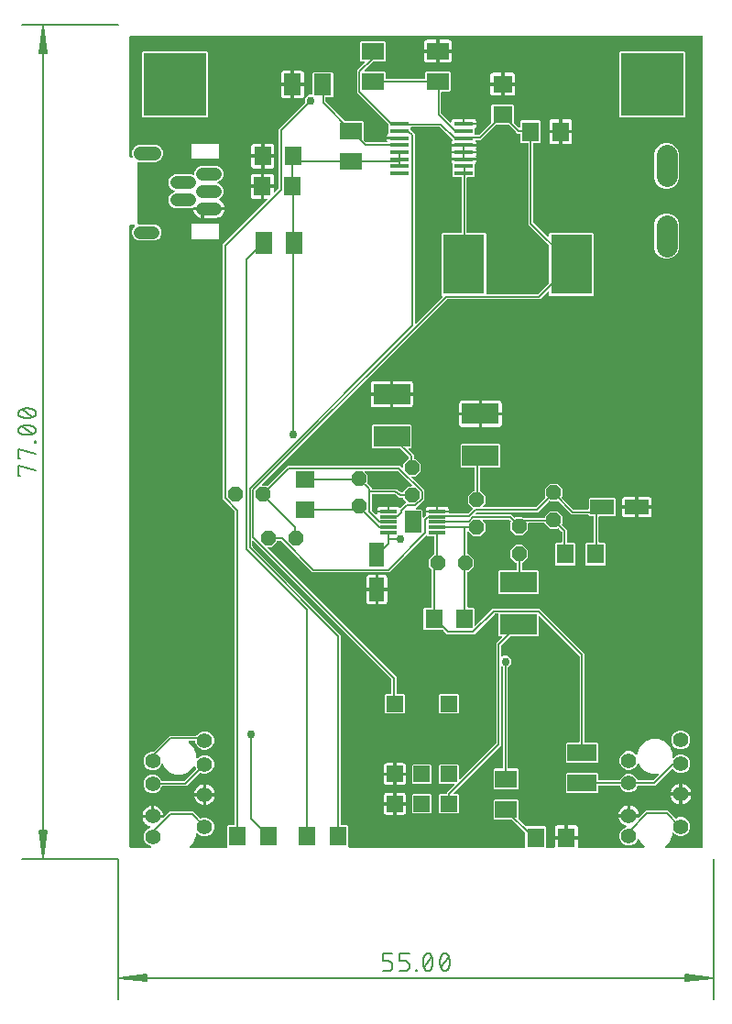
<source format=gbr>
G04 EAGLE Gerber RS-274X export*
G75*
%MOMM*%
%FSLAX34Y34*%
%LPD*%
%INTop Copper*%
%IPPOS*%
%AMOC8*
5,1,8,0,0,1.08239X$1,22.5*%
G01*
%ADD10C,0.130000*%
%ADD11C,0.152400*%
%ADD12R,5.842000X5.842000*%
%ADD13C,1.950000*%
%ADD14R,3.400000X1.900000*%
%ADD15R,2.700000X1.600000*%
%ADD16R,1.600000X1.800000*%
%ADD17R,1.800000X1.600000*%
%ADD18R,2.200000X1.400000*%
%ADD19R,1.400000X2.200000*%
%ADD20C,1.408000*%
%ADD21R,3.850000X5.500000*%
%ADD22R,1.600000X1.803000*%
%ADD23R,1.600000X2.000000*%
%ADD24P,1.429621X8X292.500000*%
%ADD25P,1.429621X8X112.500000*%
%ADD26P,1.429621X8X202.500000*%
%ADD27P,1.429621X8X22.500000*%
%ADD28R,2.000000X1.600000*%
%ADD29R,1.600000X0.300000*%
%ADD30R,1.500000X2.000000*%
%ADD31C,1.208000*%
%ADD32C,1.270000*%
%ADD33R,1.780000X0.420000*%
%ADD34R,1.508000X1.508000*%
%ADD35C,0.756400*%

G36*
X29625Y10176D02*
X29625Y10176D01*
X29722Y10186D01*
X29746Y10196D01*
X29772Y10200D01*
X29858Y10246D01*
X29947Y10286D01*
X29966Y10303D01*
X29989Y10316D01*
X30056Y10386D01*
X30128Y10452D01*
X30141Y10475D01*
X30159Y10494D01*
X30200Y10582D01*
X30247Y10668D01*
X30251Y10693D01*
X30262Y10717D01*
X30273Y10814D01*
X30290Y10910D01*
X30287Y10936D01*
X30289Y10961D01*
X30269Y11057D01*
X30255Y11153D01*
X30243Y11176D01*
X30237Y11202D01*
X30187Y11285D01*
X30143Y11372D01*
X30124Y11391D01*
X30111Y11413D01*
X30037Y11476D01*
X29967Y11544D01*
X29939Y11560D01*
X29924Y11573D01*
X29893Y11585D01*
X29820Y11625D01*
X26648Y12939D01*
X24239Y15348D01*
X22935Y18496D01*
X22935Y21904D01*
X24239Y25052D01*
X26648Y27461D01*
X29128Y28488D01*
X29214Y28541D01*
X29303Y28590D01*
X29318Y28606D01*
X29337Y28617D01*
X29402Y28695D01*
X29471Y28770D01*
X29480Y28790D01*
X29494Y28807D01*
X29530Y28901D01*
X29572Y28994D01*
X29574Y29016D01*
X29582Y29037D01*
X29586Y29138D01*
X29596Y29239D01*
X29591Y29260D01*
X29592Y29282D01*
X29564Y29379D01*
X29542Y29478D01*
X29530Y29497D01*
X29524Y29519D01*
X29466Y29602D01*
X29413Y29688D01*
X29396Y29702D01*
X29384Y29721D01*
X29302Y29781D01*
X29246Y29828D01*
X29229Y29843D01*
X29228Y29843D01*
X29225Y29846D01*
X29200Y29857D01*
X29186Y29867D01*
X29155Y29878D01*
X29072Y29915D01*
X27822Y30321D01*
X26479Y31006D01*
X25258Y31892D01*
X24192Y32958D01*
X23306Y34179D01*
X22621Y35522D01*
X22155Y36957D01*
X22041Y37677D01*
X30738Y37677D01*
X30758Y37680D01*
X30777Y37678D01*
X30879Y37700D01*
X30981Y37717D01*
X30998Y37726D01*
X31018Y37730D01*
X31107Y37783D01*
X31198Y37832D01*
X31212Y37846D01*
X31229Y37856D01*
X31296Y37935D01*
X31367Y38010D01*
X31376Y38028D01*
X31389Y38043D01*
X31427Y38139D01*
X31471Y38233D01*
X31473Y38253D01*
X31481Y38271D01*
X31499Y38438D01*
X31499Y39201D01*
X31501Y39201D01*
X31501Y38438D01*
X31504Y38418D01*
X31502Y38399D01*
X31524Y38297D01*
X31541Y38195D01*
X31550Y38178D01*
X31554Y38158D01*
X31607Y38069D01*
X31656Y37978D01*
X31670Y37964D01*
X31680Y37947D01*
X31759Y37880D01*
X31834Y37809D01*
X31852Y37800D01*
X31867Y37787D01*
X31963Y37748D01*
X32057Y37705D01*
X32077Y37703D01*
X32095Y37695D01*
X32262Y37677D01*
X40986Y37677D01*
X41076Y37692D01*
X41167Y37699D01*
X41196Y37711D01*
X41228Y37717D01*
X41309Y37759D01*
X41393Y37795D01*
X41425Y37821D01*
X41446Y37832D01*
X41468Y37855D01*
X41524Y37900D01*
X45496Y41872D01*
X47059Y43435D01*
X68765Y43435D01*
X75060Y37140D01*
X75154Y37072D01*
X75249Y37002D01*
X75255Y37000D01*
X75260Y36996D01*
X75371Y36962D01*
X75482Y36926D01*
X75489Y36926D01*
X75495Y36924D01*
X75612Y36927D01*
X75728Y36928D01*
X75736Y36930D01*
X75741Y36930D01*
X75758Y36937D01*
X75890Y36975D01*
X77796Y37765D01*
X81204Y37765D01*
X84352Y36461D01*
X86761Y34052D01*
X88065Y30904D01*
X88065Y27496D01*
X86761Y24348D01*
X84352Y21939D01*
X81204Y20635D01*
X77796Y20635D01*
X74648Y21939D01*
X72960Y23627D01*
X72902Y23669D01*
X72850Y23719D01*
X72803Y23741D01*
X72761Y23771D01*
X72692Y23792D01*
X72627Y23822D01*
X72575Y23828D01*
X72525Y23843D01*
X72454Y23841D01*
X72383Y23849D01*
X72332Y23838D01*
X72280Y23837D01*
X72212Y23812D01*
X72142Y23797D01*
X72097Y23770D01*
X72049Y23752D01*
X71993Y23708D01*
X71931Y23671D01*
X71897Y23631D01*
X71857Y23599D01*
X71818Y23538D01*
X71771Y23484D01*
X71752Y23436D01*
X71724Y23392D01*
X71706Y23322D01*
X71679Y23256D01*
X71671Y23184D01*
X71663Y23153D01*
X71665Y23130D01*
X71661Y23089D01*
X71661Y20985D01*
X69200Y15046D01*
X65615Y11460D01*
X65573Y11402D01*
X65524Y11350D01*
X65502Y11303D01*
X65471Y11261D01*
X65450Y11192D01*
X65420Y11127D01*
X65414Y11075D01*
X65399Y11025D01*
X65401Y10954D01*
X65393Y10883D01*
X65404Y10832D01*
X65405Y10780D01*
X65430Y10712D01*
X65445Y10642D01*
X65472Y10597D01*
X65490Y10549D01*
X65535Y10493D01*
X65571Y10431D01*
X65611Y10397D01*
X65644Y10357D01*
X65704Y10318D01*
X65758Y10271D01*
X65807Y10252D01*
X65851Y10224D01*
X65920Y10206D01*
X65987Y10179D01*
X66058Y10171D01*
X66089Y10163D01*
X66112Y10165D01*
X66153Y10161D01*
X99594Y10161D01*
X99614Y10164D01*
X99633Y10162D01*
X99735Y10184D01*
X99837Y10200D01*
X99854Y10210D01*
X99874Y10214D01*
X99963Y10267D01*
X100054Y10316D01*
X100068Y10330D01*
X100085Y10340D01*
X100152Y10419D01*
X100224Y10494D01*
X100232Y10512D01*
X100245Y10527D01*
X100284Y10623D01*
X100327Y10717D01*
X100329Y10737D01*
X100337Y10755D01*
X100355Y10922D01*
X100355Y30447D01*
X101248Y31340D01*
X106680Y31340D01*
X106700Y31343D01*
X106719Y31341D01*
X106821Y31363D01*
X106923Y31379D01*
X106940Y31389D01*
X106960Y31393D01*
X107049Y31446D01*
X107140Y31495D01*
X107154Y31509D01*
X107171Y31519D01*
X107238Y31598D01*
X107310Y31673D01*
X107318Y31691D01*
X107331Y31706D01*
X107370Y31802D01*
X107413Y31896D01*
X107415Y31916D01*
X107423Y31934D01*
X107441Y32101D01*
X107441Y320301D01*
X107427Y320392D01*
X107419Y320482D01*
X107407Y320512D01*
X107402Y320544D01*
X107359Y320625D01*
X107323Y320709D01*
X107297Y320741D01*
X107286Y320762D01*
X107263Y320784D01*
X107218Y320840D01*
X96011Y332047D01*
X96011Y567113D01*
X137058Y608160D01*
X137100Y608218D01*
X137149Y608270D01*
X137171Y608317D01*
X137201Y608359D01*
X137222Y608428D01*
X137253Y608493D01*
X137258Y608545D01*
X137274Y608595D01*
X137272Y608666D01*
X137280Y608737D01*
X137269Y608788D01*
X137267Y608840D01*
X137243Y608908D01*
X137228Y608978D01*
X137201Y609023D01*
X137183Y609071D01*
X137138Y609127D01*
X137101Y609189D01*
X137062Y609223D01*
X137029Y609263D01*
X136969Y609302D01*
X136914Y609349D01*
X136866Y609368D01*
X136822Y609396D01*
X136753Y609414D01*
X136686Y609441D01*
X136615Y609449D01*
X136584Y609457D01*
X136560Y609455D01*
X136520Y609459D01*
X134323Y609459D01*
X134323Y619477D01*
X143341Y619477D01*
X143341Y616280D01*
X143352Y616210D01*
X143354Y616138D01*
X143372Y616089D01*
X143380Y616038D01*
X143414Y615974D01*
X143439Y615907D01*
X143471Y615866D01*
X143496Y615820D01*
X143547Y615771D01*
X143592Y615715D01*
X143636Y615687D01*
X143674Y615651D01*
X143739Y615621D01*
X143799Y615582D01*
X143850Y615569D01*
X143897Y615547D01*
X143968Y615539D01*
X144038Y615522D01*
X144090Y615526D01*
X144141Y615520D01*
X144212Y615535D01*
X144283Y615541D01*
X144331Y615561D01*
X144382Y615572D01*
X144443Y615609D01*
X144509Y615637D01*
X144565Y615682D01*
X144593Y615699D01*
X144608Y615716D01*
X144640Y615742D01*
X147604Y618706D01*
X147657Y618780D01*
X147717Y618850D01*
X147729Y618880D01*
X147748Y618906D01*
X147775Y618993D01*
X147809Y619078D01*
X147813Y619119D01*
X147820Y619141D01*
X147819Y619173D01*
X147827Y619245D01*
X147827Y673793D01*
X172016Y697982D01*
X172069Y698056D01*
X172129Y698126D01*
X172141Y698156D01*
X172160Y698182D01*
X172187Y698269D01*
X172221Y698354D01*
X172225Y698395D01*
X172232Y698417D01*
X172231Y698449D01*
X172239Y698521D01*
X172239Y702476D01*
X175348Y705585D01*
X178414Y705585D01*
X178434Y705588D01*
X178453Y705586D01*
X178555Y705608D01*
X178657Y705624D01*
X178674Y705634D01*
X178694Y705638D01*
X178783Y705691D01*
X178874Y705740D01*
X178888Y705754D01*
X178905Y705764D01*
X178972Y705843D01*
X179044Y705918D01*
X179052Y705936D01*
X179065Y705951D01*
X179104Y706047D01*
X179147Y706141D01*
X179149Y706161D01*
X179157Y706179D01*
X179175Y706346D01*
X179175Y725632D01*
X180068Y726525D01*
X197332Y726525D01*
X198225Y725632D01*
X198225Y704368D01*
X197332Y703475D01*
X192024Y703475D01*
X192004Y703472D01*
X191985Y703474D01*
X191883Y703452D01*
X191781Y703436D01*
X191764Y703426D01*
X191744Y703422D01*
X191655Y703369D01*
X191564Y703320D01*
X191550Y703306D01*
X191533Y703296D01*
X191466Y703217D01*
X191394Y703142D01*
X191386Y703124D01*
X191373Y703109D01*
X191334Y703013D01*
X191291Y702919D01*
X191289Y702899D01*
X191281Y702881D01*
X191263Y702714D01*
X191263Y699255D01*
X191277Y699164D01*
X191285Y699074D01*
X191297Y699044D01*
X191302Y699012D01*
X191345Y698931D01*
X191381Y698847D01*
X191407Y698815D01*
X191418Y698794D01*
X191441Y698772D01*
X191486Y698716D01*
X208654Y681548D01*
X208728Y681495D01*
X208798Y681435D01*
X208828Y681423D01*
X208854Y681404D01*
X208941Y681377D01*
X209026Y681343D01*
X209067Y681339D01*
X209089Y681332D01*
X209121Y681333D01*
X209192Y681325D01*
X225632Y681325D01*
X226525Y680432D01*
X226525Y663992D01*
X226539Y663902D01*
X226547Y663811D01*
X226559Y663782D01*
X226564Y663750D01*
X226607Y663669D01*
X226643Y663585D01*
X226669Y663553D01*
X226680Y663532D01*
X226703Y663510D01*
X226748Y663454D01*
X228562Y661640D01*
X228636Y661587D01*
X228706Y661527D01*
X228736Y661515D01*
X228762Y661496D01*
X228849Y661469D01*
X228934Y661435D01*
X228975Y661431D01*
X228997Y661424D01*
X229029Y661425D01*
X229101Y661417D01*
X247522Y661417D01*
X247639Y661436D01*
X247757Y661454D01*
X247761Y661456D01*
X247765Y661456D01*
X247869Y661512D01*
X247976Y661567D01*
X247979Y661570D01*
X247983Y661572D01*
X248064Y661657D01*
X248147Y661743D01*
X248149Y661747D01*
X248152Y661750D01*
X248202Y661857D01*
X248253Y661965D01*
X248254Y661969D01*
X248256Y661973D01*
X248268Y662089D01*
X248283Y662209D01*
X248282Y662214D01*
X248283Y662217D01*
X248280Y662231D01*
X248258Y662375D01*
X248059Y663116D01*
X248059Y664501D01*
X259212Y664501D01*
X259231Y664504D01*
X259251Y664502D01*
X259353Y664524D01*
X259455Y664540D01*
X259472Y664550D01*
X259492Y664554D01*
X259581Y664607D01*
X259672Y664656D01*
X259686Y664670D01*
X259703Y664680D01*
X259770Y664759D01*
X259841Y664834D01*
X259850Y664852D01*
X259863Y664867D01*
X259901Y664963D01*
X259945Y665057D01*
X259947Y665077D01*
X259955Y665095D01*
X259973Y665262D01*
X259973Y665838D01*
X259970Y665858D01*
X259972Y665877D01*
X259950Y665979D01*
X259933Y666081D01*
X259924Y666098D01*
X259920Y666118D01*
X259867Y666207D01*
X259818Y666298D01*
X259804Y666312D01*
X259794Y666329D01*
X259715Y666396D01*
X259640Y666468D01*
X259622Y666476D01*
X259607Y666489D01*
X259510Y666528D01*
X259417Y666571D01*
X259397Y666573D01*
X259379Y666581D01*
X259212Y666599D01*
X248059Y666599D01*
X248059Y667984D01*
X248232Y668631D01*
X248567Y669210D01*
X248852Y669495D01*
X248905Y669569D01*
X248965Y669639D01*
X248977Y669669D01*
X248996Y669695D01*
X249023Y669782D01*
X249057Y669867D01*
X249061Y669908D01*
X249068Y669930D01*
X249067Y669962D01*
X249075Y670034D01*
X249075Y674784D01*
X249083Y674790D01*
X249139Y674878D01*
X249199Y674961D01*
X249205Y674981D01*
X249216Y674997D01*
X249241Y675098D01*
X249271Y675197D01*
X249271Y675217D01*
X249276Y675236D01*
X249268Y675339D01*
X249265Y675442D01*
X249258Y675461D01*
X249257Y675481D01*
X249216Y675576D01*
X249181Y675673D01*
X249168Y675689D01*
X249160Y675707D01*
X249075Y675813D01*
X249075Y678540D01*
X249072Y678559D01*
X249074Y678578D01*
X249059Y678647D01*
X249053Y678721D01*
X249041Y678750D01*
X249036Y678782D01*
X249026Y678801D01*
X249022Y678818D01*
X248987Y678877D01*
X248957Y678947D01*
X248931Y678979D01*
X248920Y679000D01*
X248904Y679015D01*
X248896Y679029D01*
X248881Y679042D01*
X248852Y679078D01*
X220217Y707713D01*
X220217Y727895D01*
X221780Y729458D01*
X227198Y734876D01*
X227240Y734934D01*
X227289Y734986D01*
X227311Y735033D01*
X227341Y735075D01*
X227362Y735144D01*
X227393Y735209D01*
X227398Y735261D01*
X227414Y735311D01*
X227412Y735382D01*
X227420Y735453D01*
X227409Y735504D01*
X227407Y735556D01*
X227383Y735624D01*
X227368Y735694D01*
X227341Y735739D01*
X227323Y735787D01*
X227278Y735843D01*
X227241Y735905D01*
X227202Y735939D01*
X227169Y735979D01*
X227109Y736018D01*
X227054Y736065D01*
X227006Y736084D01*
X226962Y736112D01*
X226893Y736130D01*
X226826Y736157D01*
X226755Y736165D01*
X226724Y736173D01*
X226700Y736171D01*
X226660Y736175D01*
X224368Y736175D01*
X223475Y737068D01*
X223475Y754332D01*
X224368Y755225D01*
X245632Y755225D01*
X246525Y754332D01*
X246525Y737068D01*
X245632Y736175D01*
X235280Y736175D01*
X235190Y736161D01*
X235099Y736153D01*
X235070Y736141D01*
X235038Y736136D01*
X234957Y736093D01*
X234873Y736057D01*
X234841Y736031D01*
X234820Y736020D01*
X234798Y735997D01*
X234742Y735952D01*
X227314Y728524D01*
X227272Y728466D01*
X227223Y728414D01*
X227201Y728367D01*
X227171Y728325D01*
X227150Y728256D01*
X227119Y728191D01*
X227114Y728139D01*
X227098Y728089D01*
X227100Y728018D01*
X227092Y727947D01*
X227103Y727896D01*
X227105Y727844D01*
X227129Y727776D01*
X227144Y727706D01*
X227171Y727662D01*
X227189Y727613D01*
X227234Y727557D01*
X227271Y727495D01*
X227310Y727461D01*
X227343Y727421D01*
X227403Y727382D01*
X227458Y727335D01*
X227506Y727316D01*
X227550Y727288D01*
X227619Y727270D01*
X227686Y727243D01*
X227757Y727235D01*
X227788Y727227D01*
X227812Y727229D01*
X227852Y727225D01*
X245632Y727225D01*
X246525Y726332D01*
X246525Y720852D01*
X246528Y720832D01*
X246526Y720813D01*
X246548Y720711D01*
X246564Y720609D01*
X246574Y720592D01*
X246578Y720572D01*
X246631Y720483D01*
X246680Y720392D01*
X246694Y720378D01*
X246704Y720361D01*
X246783Y720294D01*
X246858Y720222D01*
X246876Y720214D01*
X246891Y720201D01*
X246987Y720162D01*
X247081Y720119D01*
X247101Y720117D01*
X247119Y720109D01*
X247286Y720091D01*
X282714Y720091D01*
X282734Y720094D01*
X282753Y720092D01*
X282855Y720114D01*
X282957Y720130D01*
X282974Y720140D01*
X282994Y720144D01*
X283083Y720197D01*
X283174Y720246D01*
X283188Y720260D01*
X283205Y720270D01*
X283272Y720349D01*
X283344Y720424D01*
X283352Y720442D01*
X283365Y720457D01*
X283404Y720553D01*
X283447Y720647D01*
X283449Y720667D01*
X283457Y720685D01*
X283475Y720852D01*
X283475Y726432D01*
X284368Y727325D01*
X305632Y727325D01*
X306525Y726432D01*
X306525Y709168D01*
X305632Y708275D01*
X298704Y708275D01*
X298684Y708272D01*
X298665Y708274D01*
X298563Y708252D01*
X298461Y708236D01*
X298444Y708226D01*
X298424Y708222D01*
X298335Y708169D01*
X298244Y708120D01*
X298230Y708106D01*
X298213Y708096D01*
X298146Y708017D01*
X298074Y707942D01*
X298066Y707924D01*
X298053Y707909D01*
X298014Y707813D01*
X297971Y707719D01*
X297969Y707699D01*
X297961Y707681D01*
X297943Y707514D01*
X297943Y688587D01*
X297957Y688496D01*
X297965Y688406D01*
X297977Y688376D01*
X297982Y688344D01*
X298025Y688263D01*
X298061Y688179D01*
X298087Y688147D01*
X298098Y688126D01*
X298121Y688104D01*
X298166Y688048D01*
X306160Y680054D01*
X306218Y680012D01*
X306270Y679963D01*
X306317Y679941D01*
X306359Y679911D01*
X306428Y679890D01*
X306493Y679859D01*
X306545Y679854D01*
X306595Y679838D01*
X306666Y679840D01*
X306737Y679832D01*
X306788Y679843D01*
X306840Y679845D01*
X306908Y679869D01*
X306978Y679884D01*
X307023Y679911D01*
X307071Y679929D01*
X307127Y679974D01*
X307189Y680011D01*
X307223Y680050D01*
X307263Y680083D01*
X307302Y680143D01*
X307349Y680198D01*
X307368Y680246D01*
X307396Y680290D01*
X307414Y680359D01*
X307441Y680426D01*
X307449Y680497D01*
X307457Y680528D01*
X307455Y680552D01*
X307459Y680592D01*
X307459Y680984D01*
X307632Y681631D01*
X307967Y682210D01*
X308440Y682683D01*
X309019Y683018D01*
X309666Y683191D01*
X317851Y683191D01*
X317851Y678838D01*
X317854Y678819D01*
X317852Y678799D01*
X317874Y678697D01*
X317890Y678595D01*
X317900Y678578D01*
X317904Y678558D01*
X317957Y678469D01*
X318006Y678378D01*
X318020Y678364D01*
X318030Y678347D01*
X318109Y678280D01*
X318184Y678209D01*
X318202Y678200D01*
X318217Y678187D01*
X318313Y678149D01*
X318407Y678105D01*
X318427Y678103D01*
X318445Y678095D01*
X318454Y678094D01*
X318467Y678019D01*
X318476Y678002D01*
X318480Y677982D01*
X318533Y677893D01*
X318582Y677802D01*
X318596Y677788D01*
X318606Y677771D01*
X318685Y677704D01*
X318760Y677632D01*
X318778Y677624D01*
X318793Y677611D01*
X318890Y677572D01*
X318983Y677529D01*
X319003Y677527D01*
X319021Y677519D01*
X319188Y677501D01*
X330341Y677501D01*
X330341Y676115D01*
X330168Y675469D01*
X329833Y674890D01*
X329548Y674605D01*
X329495Y674531D01*
X329435Y674461D01*
X329423Y674431D01*
X329404Y674405D01*
X329377Y674318D01*
X329343Y674233D01*
X329339Y674192D01*
X329332Y674170D01*
X329333Y674138D01*
X329325Y674066D01*
X329325Y669036D01*
X329328Y669016D01*
X329326Y668997D01*
X329348Y668895D01*
X329364Y668793D01*
X329374Y668776D01*
X329378Y668756D01*
X329431Y668667D01*
X329480Y668576D01*
X329494Y668562D01*
X329504Y668545D01*
X329583Y668478D01*
X329658Y668406D01*
X329676Y668398D01*
X329691Y668385D01*
X329787Y668346D01*
X329881Y668303D01*
X329901Y668301D01*
X329919Y668293D01*
X330086Y668275D01*
X332493Y668275D01*
X332584Y668289D01*
X332674Y668297D01*
X332704Y668309D01*
X332736Y668314D01*
X332817Y668357D01*
X332901Y668393D01*
X332933Y668419D01*
X332954Y668430D01*
X332976Y668453D01*
X333032Y668498D01*
X344252Y679718D01*
X344305Y679792D01*
X344365Y679862D01*
X344377Y679892D01*
X344396Y679918D01*
X344423Y680005D01*
X344457Y680090D01*
X344461Y680131D01*
X344468Y680153D01*
X344467Y680185D01*
X344475Y680257D01*
X344475Y695932D01*
X345368Y696825D01*
X364632Y696825D01*
X365525Y695932D01*
X365525Y679679D01*
X365539Y679588D01*
X365547Y679498D01*
X365559Y679468D01*
X365564Y679436D01*
X365607Y679355D01*
X365643Y679271D01*
X365669Y679239D01*
X365680Y679218D01*
X365703Y679196D01*
X365748Y679140D01*
X369676Y675212D01*
X369734Y675170D01*
X369786Y675121D01*
X369833Y675099D01*
X369875Y675069D01*
X369944Y675048D01*
X370009Y675017D01*
X370061Y675012D01*
X370111Y674996D01*
X370182Y674998D01*
X370253Y674990D01*
X370304Y675001D01*
X370356Y675003D01*
X370424Y675027D01*
X370494Y675042D01*
X370539Y675069D01*
X370587Y675087D01*
X370643Y675132D01*
X370705Y675169D01*
X370739Y675208D01*
X370779Y675241D01*
X370818Y675301D01*
X370865Y675356D01*
X370884Y675404D01*
X370912Y675448D01*
X370930Y675517D01*
X370957Y675584D01*
X370965Y675655D01*
X370973Y675686D01*
X370971Y675710D01*
X370975Y675750D01*
X370975Y681132D01*
X371868Y682025D01*
X389132Y682025D01*
X390025Y681132D01*
X390025Y661868D01*
X389132Y660975D01*
X384048Y660975D01*
X384028Y660972D01*
X384009Y660974D01*
X383907Y660952D01*
X383805Y660936D01*
X383788Y660926D01*
X383768Y660922D01*
X383679Y660869D01*
X383588Y660820D01*
X383574Y660806D01*
X383557Y660796D01*
X383490Y660717D01*
X383418Y660642D01*
X383410Y660624D01*
X383397Y660609D01*
X383358Y660513D01*
X383315Y660419D01*
X383313Y660399D01*
X383305Y660381D01*
X383287Y660214D01*
X383287Y588003D01*
X383301Y587912D01*
X383309Y587822D01*
X383321Y587792D01*
X383326Y587760D01*
X383369Y587679D01*
X383405Y587595D01*
X383431Y587563D01*
X383442Y587542D01*
X383465Y587520D01*
X383510Y587464D01*
X396476Y574498D01*
X396534Y574456D01*
X396586Y574407D01*
X396633Y574385D01*
X396675Y574355D01*
X396744Y574334D01*
X396809Y574303D01*
X396861Y574298D01*
X396911Y574282D01*
X396982Y574284D01*
X397053Y574276D01*
X397104Y574287D01*
X397156Y574289D01*
X397224Y574313D01*
X397294Y574328D01*
X397339Y574355D01*
X397387Y574373D01*
X397443Y574418D01*
X397505Y574455D01*
X397539Y574494D01*
X397579Y574527D01*
X397618Y574587D01*
X397665Y574642D01*
X397684Y574690D01*
X397712Y574734D01*
X397730Y574803D01*
X397757Y574870D01*
X397765Y574941D01*
X397773Y574972D01*
X397771Y574996D01*
X397775Y575036D01*
X397775Y576932D01*
X398668Y577825D01*
X438432Y577825D01*
X439325Y576932D01*
X439325Y520668D01*
X438432Y519775D01*
X398668Y519775D01*
X397775Y520668D01*
X397775Y523006D01*
X397764Y523076D01*
X397762Y523148D01*
X397744Y523197D01*
X397736Y523248D01*
X397702Y523312D01*
X397677Y523379D01*
X397645Y523420D01*
X397620Y523466D01*
X397568Y523515D01*
X397524Y523571D01*
X397480Y523599D01*
X397442Y523635D01*
X397377Y523665D01*
X397317Y523704D01*
X397266Y523717D01*
X397219Y523739D01*
X397148Y523747D01*
X397078Y523764D01*
X397026Y523760D01*
X396975Y523766D01*
X396904Y523751D01*
X396833Y523745D01*
X396785Y523725D01*
X396734Y523714D01*
X396673Y523677D01*
X396607Y523649D01*
X396551Y523604D01*
X396523Y523587D01*
X396508Y523570D01*
X396476Y523544D01*
X389567Y516635D01*
X303777Y516635D01*
X303686Y516621D01*
X303596Y516613D01*
X303566Y516601D01*
X303534Y516596D01*
X303453Y516553D01*
X303369Y516517D01*
X303337Y516491D01*
X303316Y516480D01*
X303294Y516457D01*
X303238Y516412D01*
X132754Y345928D01*
X132712Y345870D01*
X132663Y345818D01*
X132641Y345771D01*
X132611Y345729D01*
X132590Y345660D01*
X132559Y345595D01*
X132554Y345543D01*
X132538Y345493D01*
X132540Y345422D01*
X132532Y345351D01*
X132543Y345300D01*
X132545Y345248D01*
X132569Y345180D01*
X132584Y345110D01*
X132611Y345066D01*
X132629Y345017D01*
X132674Y344961D01*
X132711Y344899D01*
X132750Y344865D01*
X132783Y344825D01*
X132843Y344786D01*
X132898Y344739D01*
X132946Y344720D01*
X132990Y344692D01*
X133059Y344674D01*
X133126Y344647D01*
X133197Y344639D01*
X133228Y344631D01*
X133252Y344633D01*
X133292Y344629D01*
X136667Y344629D01*
X136766Y344530D01*
X136782Y344519D01*
X136794Y344503D01*
X136881Y344447D01*
X136965Y344387D01*
X136984Y344381D01*
X137001Y344370D01*
X137101Y344345D01*
X137200Y344314D01*
X137220Y344315D01*
X137240Y344310D01*
X137343Y344318D01*
X137446Y344321D01*
X137465Y344327D01*
X137485Y344329D01*
X137580Y344369D01*
X137677Y344405D01*
X137693Y344418D01*
X137711Y344425D01*
X137842Y344530D01*
X156025Y362713D01*
X260027Y362713D01*
X261572Y361168D01*
X261630Y361126D01*
X261682Y361077D01*
X261729Y361055D01*
X261771Y361025D01*
X261840Y361004D01*
X261905Y360973D01*
X261957Y360968D01*
X262007Y360952D01*
X262078Y360954D01*
X262149Y360946D01*
X262200Y360957D01*
X262252Y360959D01*
X262320Y360983D01*
X262390Y360998D01*
X262435Y361025D01*
X262483Y361043D01*
X262539Y361088D01*
X262601Y361125D01*
X262635Y361164D01*
X262675Y361197D01*
X262714Y361257D01*
X262761Y361312D01*
X262780Y361360D01*
X262808Y361404D01*
X262826Y361473D01*
X262853Y361540D01*
X262861Y361611D01*
X262869Y361642D01*
X262867Y361666D01*
X262871Y361706D01*
X262871Y364467D01*
X267666Y369262D01*
X267705Y369268D01*
X267722Y369278D01*
X267742Y369282D01*
X267831Y369335D01*
X267922Y369384D01*
X267936Y369398D01*
X267953Y369408D01*
X268020Y369487D01*
X268092Y369562D01*
X268100Y369580D01*
X268113Y369595D01*
X268152Y369691D01*
X268195Y369785D01*
X268197Y369805D01*
X268205Y369823D01*
X268223Y369990D01*
X268223Y370593D01*
X268209Y370684D01*
X268201Y370774D01*
X268189Y370804D01*
X268184Y370836D01*
X268141Y370917D01*
X268105Y371001D01*
X268079Y371033D01*
X268068Y371054D01*
X268045Y371076D01*
X268000Y371132D01*
X260480Y378652D01*
X260406Y378705D01*
X260336Y378765D01*
X260306Y378777D01*
X260280Y378796D01*
X260193Y378823D01*
X260108Y378857D01*
X260067Y378861D01*
X260045Y378868D01*
X260013Y378867D01*
X259941Y378875D01*
X234768Y378875D01*
X233875Y379768D01*
X233875Y400032D01*
X234768Y400925D01*
X270032Y400925D01*
X270925Y400032D01*
X270925Y379768D01*
X270032Y378875D01*
X268562Y378875D01*
X268492Y378864D01*
X268420Y378862D01*
X268371Y378844D01*
X268320Y378836D01*
X268256Y378802D01*
X268189Y378777D01*
X268148Y378745D01*
X268102Y378720D01*
X268053Y378668D01*
X267997Y378624D01*
X267969Y378580D01*
X267933Y378542D01*
X267903Y378477D01*
X267864Y378417D01*
X267851Y378366D01*
X267829Y378319D01*
X267821Y378248D01*
X267804Y378178D01*
X267808Y378126D01*
X267802Y378075D01*
X267817Y378004D01*
X267823Y377933D01*
X267843Y377885D01*
X267854Y377834D01*
X267891Y377773D01*
X267919Y377707D01*
X267964Y377651D01*
X267981Y377623D01*
X267998Y377608D01*
X268024Y377576D01*
X272797Y372803D01*
X272797Y369990D01*
X272800Y369970D01*
X272798Y369951D01*
X272820Y369849D01*
X272836Y369747D01*
X272846Y369730D01*
X272850Y369710D01*
X272903Y369621D01*
X272952Y369530D01*
X272966Y369516D01*
X272976Y369499D01*
X273055Y369432D01*
X273130Y369360D01*
X273148Y369352D01*
X273163Y369339D01*
X273259Y369300D01*
X273353Y369257D01*
X273373Y369255D01*
X273391Y369247D01*
X273558Y369229D01*
X274367Y369229D01*
X279129Y364467D01*
X279129Y357733D01*
X274367Y352971D01*
X271606Y352971D01*
X271536Y352960D01*
X271464Y352958D01*
X271415Y352940D01*
X271364Y352932D01*
X271300Y352898D01*
X271233Y352873D01*
X271192Y352841D01*
X271146Y352816D01*
X271097Y352765D01*
X271041Y352720D01*
X271013Y352676D01*
X270977Y352638D01*
X270947Y352573D01*
X270908Y352513D01*
X270895Y352462D01*
X270873Y352415D01*
X270865Y352344D01*
X270848Y352274D01*
X270852Y352222D01*
X270846Y352171D01*
X270861Y352100D01*
X270867Y352029D01*
X270887Y351981D01*
X270898Y351930D01*
X270935Y351869D01*
X270963Y351803D01*
X271008Y351747D01*
X271025Y351719D01*
X271042Y351704D01*
X271068Y351672D01*
X281140Y341600D01*
X282703Y340037D01*
X282703Y331285D01*
X281140Y329722D01*
X275142Y323724D01*
X275100Y323666D01*
X275051Y323614D01*
X275029Y323567D01*
X274999Y323525D01*
X274978Y323456D01*
X274947Y323391D01*
X274942Y323339D01*
X274926Y323289D01*
X274928Y323218D01*
X274920Y323147D01*
X274931Y323096D01*
X274933Y323044D01*
X274957Y322976D01*
X274972Y322906D01*
X274999Y322861D01*
X275017Y322813D01*
X275062Y322757D01*
X275099Y322695D01*
X275138Y322661D01*
X275171Y322621D01*
X275231Y322582D01*
X275286Y322535D01*
X275334Y322516D01*
X275378Y322488D01*
X275447Y322470D01*
X275514Y322443D01*
X275585Y322435D01*
X275616Y322427D01*
X275640Y322429D01*
X275680Y322425D01*
X280032Y322425D01*
X280925Y321532D01*
X280925Y315714D01*
X280936Y315644D01*
X280938Y315572D01*
X280956Y315523D01*
X280964Y315472D01*
X280998Y315408D01*
X281023Y315341D01*
X281055Y315300D01*
X281080Y315254D01*
X281132Y315205D01*
X281176Y315149D01*
X281220Y315121D01*
X281258Y315085D01*
X281323Y315055D01*
X281383Y315016D01*
X281434Y315003D01*
X281481Y314981D01*
X281552Y314973D01*
X281622Y314956D01*
X281674Y314960D01*
X281725Y314954D01*
X281796Y314969D01*
X281867Y314975D01*
X281915Y314995D01*
X281966Y315006D01*
X282027Y315043D01*
X282093Y315071D01*
X282149Y315116D01*
X282177Y315133D01*
X282192Y315150D01*
X282224Y315176D01*
X283240Y316192D01*
X284145Y317097D01*
X284170Y317132D01*
X284203Y317162D01*
X284242Y317232D01*
X284288Y317296D01*
X284301Y317338D01*
X284322Y317377D01*
X284337Y317455D01*
X284361Y317531D01*
X284359Y317575D01*
X284367Y317618D01*
X284356Y317697D01*
X284354Y317777D01*
X284339Y317818D01*
X284333Y317862D01*
X284275Y317995D01*
X284270Y318008D01*
X284268Y318011D01*
X284266Y318015D01*
X284032Y318419D01*
X283859Y319066D01*
X283859Y320139D01*
X294400Y320139D01*
X304941Y320139D01*
X304941Y319278D01*
X304944Y319258D01*
X304942Y319239D01*
X304964Y319137D01*
X304980Y319035D01*
X304990Y319018D01*
X304994Y318998D01*
X305047Y318909D01*
X305096Y318818D01*
X305110Y318804D01*
X305120Y318787D01*
X305199Y318720D01*
X305274Y318648D01*
X305292Y318640D01*
X305307Y318627D01*
X305403Y318588D01*
X305497Y318545D01*
X305517Y318543D01*
X305535Y318535D01*
X305702Y318517D01*
X322587Y318517D01*
X322678Y318531D01*
X322768Y318539D01*
X322798Y318551D01*
X322830Y318556D01*
X322911Y318599D01*
X322995Y318635D01*
X323027Y318661D01*
X323048Y318672D01*
X323070Y318695D01*
X323126Y318740D01*
X327157Y322771D01*
X327169Y322787D01*
X327184Y322799D01*
X327240Y322887D01*
X327300Y322971D01*
X327306Y322990D01*
X327317Y323006D01*
X327342Y323107D01*
X327373Y323206D01*
X327372Y323226D01*
X327377Y323245D01*
X327369Y323348D01*
X327366Y323451D01*
X327360Y323470D01*
X327358Y323490D01*
X327318Y323585D01*
X327282Y323683D01*
X327269Y323698D01*
X327262Y323716D01*
X327157Y323847D01*
X322871Y328133D01*
X322871Y334867D01*
X327633Y339629D01*
X328422Y339629D01*
X328442Y339632D01*
X328461Y339630D01*
X328563Y339652D01*
X328665Y339668D01*
X328682Y339678D01*
X328702Y339682D01*
X328791Y339735D01*
X328882Y339784D01*
X328896Y339798D01*
X328913Y339808D01*
X328980Y339887D01*
X329052Y339962D01*
X329060Y339980D01*
X329073Y339995D01*
X329112Y340091D01*
X329155Y340185D01*
X329157Y340205D01*
X329165Y340223D01*
X329183Y340390D01*
X329183Y360114D01*
X329180Y360134D01*
X329182Y360153D01*
X329160Y360255D01*
X329144Y360357D01*
X329134Y360374D01*
X329130Y360394D01*
X329077Y360483D01*
X329028Y360574D01*
X329014Y360588D01*
X329004Y360605D01*
X328925Y360672D01*
X328850Y360744D01*
X328832Y360752D01*
X328817Y360765D01*
X328721Y360804D01*
X328627Y360847D01*
X328607Y360849D01*
X328589Y360857D01*
X328422Y360875D01*
X316768Y360875D01*
X315875Y361768D01*
X315875Y382032D01*
X316768Y382925D01*
X352032Y382925D01*
X352925Y382032D01*
X352925Y361768D01*
X352032Y360875D01*
X334518Y360875D01*
X334498Y360872D01*
X334479Y360874D01*
X334377Y360852D01*
X334275Y360836D01*
X334258Y360826D01*
X334238Y360822D01*
X334149Y360769D01*
X334058Y360720D01*
X334044Y360706D01*
X334027Y360696D01*
X333960Y360617D01*
X333888Y360542D01*
X333880Y360524D01*
X333867Y360509D01*
X333828Y360413D01*
X333785Y360319D01*
X333783Y360299D01*
X333775Y360281D01*
X333757Y360114D01*
X333757Y340390D01*
X333760Y340370D01*
X333758Y340351D01*
X333780Y340249D01*
X333796Y340147D01*
X333806Y340130D01*
X333810Y340110D01*
X333863Y340021D01*
X333912Y339930D01*
X333926Y339916D01*
X333936Y339899D01*
X334015Y339832D01*
X334090Y339760D01*
X334108Y339752D01*
X334123Y339739D01*
X334219Y339700D01*
X334313Y339657D01*
X334333Y339655D01*
X334347Y339649D01*
X339129Y334867D01*
X339129Y328133D01*
X336908Y325912D01*
X336866Y325854D01*
X336817Y325802D01*
X336795Y325755D01*
X336764Y325713D01*
X336743Y325644D01*
X336713Y325579D01*
X336707Y325527D01*
X336692Y325477D01*
X336694Y325406D01*
X336686Y325335D01*
X336697Y325284D01*
X336698Y325232D01*
X336723Y325164D01*
X336738Y325094D01*
X336765Y325049D01*
X336783Y325001D01*
X336828Y324945D01*
X336865Y324883D01*
X336904Y324849D01*
X336937Y324809D01*
X336997Y324770D01*
X337051Y324723D01*
X337100Y324704D01*
X337144Y324676D01*
X337213Y324658D01*
X337280Y324631D01*
X337351Y324623D01*
X337382Y324615D01*
X337405Y324617D01*
X337446Y324613D01*
X385071Y324613D01*
X385162Y324627D01*
X385252Y324635D01*
X385282Y324647D01*
X385314Y324652D01*
X385395Y324695D01*
X385479Y324731D01*
X385511Y324757D01*
X385532Y324768D01*
X385554Y324791D01*
X385610Y324836D01*
X394251Y333477D01*
X394263Y333493D01*
X394278Y333505D01*
X394334Y333593D01*
X394394Y333677D01*
X394400Y333696D01*
X394411Y333712D01*
X394436Y333813D01*
X394467Y333912D01*
X394466Y333932D01*
X394471Y333951D01*
X394463Y334054D01*
X394460Y334157D01*
X394454Y334176D01*
X394452Y334196D01*
X394412Y334291D01*
X394376Y334389D01*
X394363Y334404D01*
X394356Y334422D01*
X394251Y334553D01*
X393871Y334933D01*
X393871Y341667D01*
X398633Y346429D01*
X405367Y346429D01*
X410129Y341667D01*
X410129Y334933D01*
X409704Y334508D01*
X409692Y334492D01*
X409677Y334480D01*
X409621Y334393D01*
X409561Y334309D01*
X409555Y334290D01*
X409544Y334273D01*
X409519Y334172D01*
X409488Y334074D01*
X409489Y334054D01*
X409484Y334034D01*
X409492Y333931D01*
X409495Y333828D01*
X409501Y333809D01*
X409503Y333789D01*
X409543Y333694D01*
X409579Y333597D01*
X409592Y333581D01*
X409599Y333563D01*
X409704Y333432D01*
X420586Y322550D01*
X420660Y322497D01*
X420730Y322437D01*
X420760Y322425D01*
X420786Y322406D01*
X420873Y322379D01*
X420958Y322345D01*
X420999Y322341D01*
X421021Y322334D01*
X421053Y322335D01*
X421124Y322327D01*
X433614Y322327D01*
X433634Y322330D01*
X433653Y322328D01*
X433755Y322350D01*
X433857Y322366D01*
X433874Y322376D01*
X433894Y322380D01*
X433983Y322433D01*
X434074Y322482D01*
X434088Y322496D01*
X434105Y322506D01*
X434172Y322585D01*
X434244Y322660D01*
X434252Y322678D01*
X434265Y322693D01*
X434304Y322789D01*
X434347Y322883D01*
X434349Y322903D01*
X434357Y322921D01*
X434375Y323088D01*
X434375Y332332D01*
X435268Y333225D01*
X458532Y333225D01*
X459425Y332332D01*
X459425Y317068D01*
X458532Y316175D01*
X444246Y316175D01*
X444226Y316172D01*
X444207Y316174D01*
X444105Y316152D01*
X444003Y316136D01*
X443986Y316126D01*
X443966Y316122D01*
X443877Y316069D01*
X443786Y316020D01*
X443772Y316006D01*
X443755Y315996D01*
X443688Y315917D01*
X443616Y315842D01*
X443608Y315824D01*
X443595Y315809D01*
X443556Y315713D01*
X443513Y315619D01*
X443511Y315599D01*
X443503Y315581D01*
X443485Y315414D01*
X443485Y292786D01*
X443488Y292766D01*
X443486Y292747D01*
X443508Y292645D01*
X443524Y292543D01*
X443534Y292526D01*
X443538Y292506D01*
X443591Y292417D01*
X443640Y292326D01*
X443654Y292312D01*
X443664Y292295D01*
X443743Y292228D01*
X443818Y292156D01*
X443836Y292148D01*
X443851Y292135D01*
X443947Y292096D01*
X444041Y292053D01*
X444061Y292051D01*
X444079Y292043D01*
X444246Y292025D01*
X449532Y292025D01*
X450425Y291132D01*
X450425Y271868D01*
X449532Y270975D01*
X432268Y270975D01*
X431375Y271868D01*
X431375Y291132D01*
X432268Y292025D01*
X438150Y292025D01*
X438170Y292028D01*
X438189Y292026D01*
X438291Y292048D01*
X438393Y292064D01*
X438410Y292074D01*
X438430Y292078D01*
X438519Y292131D01*
X438610Y292180D01*
X438624Y292194D01*
X438641Y292204D01*
X438708Y292283D01*
X438780Y292358D01*
X438788Y292376D01*
X438801Y292391D01*
X438840Y292487D01*
X438883Y292581D01*
X438885Y292601D01*
X438893Y292619D01*
X438911Y292786D01*
X438911Y315414D01*
X438908Y315434D01*
X438910Y315453D01*
X438888Y315555D01*
X438872Y315657D01*
X438862Y315674D01*
X438858Y315694D01*
X438805Y315783D01*
X438756Y315874D01*
X438742Y315888D01*
X438732Y315905D01*
X438653Y315972D01*
X438578Y316044D01*
X438560Y316052D01*
X438545Y316065D01*
X438449Y316104D01*
X438355Y316147D01*
X438335Y316149D01*
X438317Y316157D01*
X438150Y316175D01*
X435268Y316175D01*
X434364Y317080D01*
X434352Y317133D01*
X434336Y317235D01*
X434326Y317252D01*
X434322Y317272D01*
X434269Y317361D01*
X434220Y317452D01*
X434206Y317466D01*
X434196Y317483D01*
X434117Y317550D01*
X434042Y317622D01*
X434024Y317630D01*
X434009Y317643D01*
X433913Y317682D01*
X433819Y317725D01*
X433799Y317727D01*
X433781Y317735D01*
X433614Y317753D01*
X418915Y317753D01*
X417352Y319316D01*
X406470Y330198D01*
X406454Y330210D01*
X406442Y330225D01*
X406354Y330281D01*
X406270Y330341D01*
X406251Y330347D01*
X406235Y330358D01*
X406134Y330383D01*
X406035Y330414D01*
X406015Y330413D01*
X405996Y330418D01*
X405893Y330410D01*
X405789Y330407D01*
X405771Y330401D01*
X405751Y330399D01*
X405656Y330359D01*
X405558Y330323D01*
X405543Y330311D01*
X405525Y330303D01*
X405394Y330198D01*
X405367Y330171D01*
X398633Y330171D01*
X398561Y330243D01*
X398545Y330254D01*
X398533Y330270D01*
X398446Y330326D01*
X398362Y330386D01*
X398343Y330392D01*
X398326Y330403D01*
X398226Y330428D01*
X398127Y330459D01*
X398107Y330458D01*
X398087Y330463D01*
X397984Y330455D01*
X397881Y330452D01*
X397862Y330446D01*
X397842Y330444D01*
X397747Y330404D01*
X397650Y330368D01*
X397634Y330355D01*
X397616Y330348D01*
X397485Y330243D01*
X387281Y320039D01*
X331209Y320039D01*
X331119Y320025D01*
X331028Y320017D01*
X330998Y320005D01*
X330966Y320000D01*
X330885Y319957D01*
X330801Y319921D01*
X330769Y319895D01*
X330748Y319884D01*
X330726Y319861D01*
X330670Y319816D01*
X329908Y319054D01*
X329866Y318996D01*
X329817Y318944D01*
X329795Y318897D01*
X329765Y318855D01*
X329744Y318786D01*
X329713Y318721D01*
X329708Y318669D01*
X329692Y318619D01*
X329694Y318548D01*
X329686Y318477D01*
X329697Y318426D01*
X329699Y318374D01*
X329723Y318306D01*
X329738Y318236D01*
X329765Y318191D01*
X329783Y318143D01*
X329828Y318087D01*
X329865Y318025D01*
X329904Y317991D01*
X329937Y317951D01*
X329997Y317912D01*
X330052Y317865D01*
X330100Y317846D01*
X330144Y317818D01*
X330213Y317800D01*
X330280Y317773D01*
X330351Y317765D01*
X330382Y317757D01*
X330406Y317759D01*
X330446Y317755D01*
X362897Y317755D01*
X365490Y315162D01*
X365506Y315150D01*
X365518Y315135D01*
X365606Y315079D01*
X365690Y315019D01*
X365709Y315013D01*
X365725Y315002D01*
X365826Y314977D01*
X365925Y314946D01*
X365945Y314947D01*
X365964Y314942D01*
X366067Y314950D01*
X366170Y314953D01*
X366189Y314959D01*
X366209Y314961D01*
X366304Y315001D01*
X366402Y315037D01*
X366417Y315049D01*
X366435Y315057D01*
X366566Y315162D01*
X366633Y315229D01*
X373367Y315229D01*
X373666Y314930D01*
X373740Y314876D01*
X373809Y314817D01*
X373840Y314805D01*
X373866Y314786D01*
X373953Y314759D01*
X374038Y314725D01*
X374078Y314721D01*
X374101Y314714D01*
X374133Y314715D01*
X374204Y314707D01*
X393110Y314707D01*
X393130Y314710D01*
X393149Y314708D01*
X393251Y314730D01*
X393353Y314746D01*
X393370Y314756D01*
X393390Y314760D01*
X393479Y314813D01*
X393570Y314862D01*
X393584Y314876D01*
X393601Y314886D01*
X393668Y314965D01*
X393740Y315040D01*
X393748Y315058D01*
X393761Y315073D01*
X393800Y315169D01*
X393843Y315263D01*
X393845Y315283D01*
X393853Y315301D01*
X393871Y315468D01*
X393871Y316267D01*
X398633Y321029D01*
X405367Y321029D01*
X410129Y316267D01*
X410129Y309533D01*
X409831Y309235D01*
X409819Y309219D01*
X409804Y309207D01*
X409748Y309120D01*
X409688Y309036D01*
X409682Y309017D01*
X409671Y309000D01*
X409646Y308899D01*
X409615Y308801D01*
X409616Y308781D01*
X409611Y308761D01*
X409619Y308658D01*
X409622Y308555D01*
X409628Y308536D01*
X409630Y308516D01*
X409670Y308421D01*
X409706Y308324D01*
X409719Y308308D01*
X409726Y308290D01*
X409831Y308159D01*
X414529Y303461D01*
X414529Y292786D01*
X414532Y292766D01*
X414530Y292747D01*
X414552Y292645D01*
X414568Y292543D01*
X414578Y292526D01*
X414582Y292506D01*
X414635Y292417D01*
X414684Y292326D01*
X414698Y292312D01*
X414708Y292295D01*
X414787Y292228D01*
X414862Y292156D01*
X414880Y292148D01*
X414895Y292135D01*
X414991Y292096D01*
X415085Y292053D01*
X415105Y292051D01*
X415123Y292043D01*
X415290Y292025D01*
X421532Y292025D01*
X422425Y291132D01*
X422425Y271868D01*
X421532Y270975D01*
X404268Y270975D01*
X403375Y271868D01*
X403375Y291132D01*
X404268Y292025D01*
X409194Y292025D01*
X409214Y292028D01*
X409233Y292026D01*
X409335Y292048D01*
X409437Y292064D01*
X409454Y292074D01*
X409474Y292078D01*
X409563Y292131D01*
X409654Y292180D01*
X409668Y292194D01*
X409685Y292204D01*
X409752Y292283D01*
X409824Y292358D01*
X409832Y292376D01*
X409845Y292391D01*
X409884Y292487D01*
X409927Y292581D01*
X409929Y292601D01*
X409937Y292619D01*
X409955Y292786D01*
X409955Y301251D01*
X409941Y301342D01*
X409933Y301432D01*
X409921Y301462D01*
X409916Y301494D01*
X409873Y301575D01*
X409837Y301659D01*
X409811Y301691D01*
X409800Y301712D01*
X409777Y301734D01*
X409732Y301790D01*
X406597Y304925D01*
X406581Y304937D01*
X406569Y304952D01*
X406481Y305008D01*
X406397Y305068D01*
X406378Y305074D01*
X406362Y305085D01*
X406261Y305110D01*
X406162Y305141D01*
X406142Y305140D01*
X406123Y305145D01*
X406020Y305137D01*
X405917Y305134D01*
X405898Y305128D01*
X405878Y305126D01*
X405783Y305086D01*
X405685Y305050D01*
X405670Y305037D01*
X405652Y305030D01*
X405521Y304925D01*
X405367Y304771D01*
X398633Y304771D01*
X393840Y309564D01*
X393832Y309615D01*
X393822Y309632D01*
X393818Y309652D01*
X393765Y309741D01*
X393716Y309832D01*
X393702Y309846D01*
X393692Y309863D01*
X393613Y309930D01*
X393538Y310002D01*
X393520Y310010D01*
X393505Y310023D01*
X393409Y310062D01*
X393315Y310105D01*
X393295Y310107D01*
X393277Y310115D01*
X393110Y310133D01*
X378890Y310133D01*
X378870Y310130D01*
X378851Y310132D01*
X378749Y310110D01*
X378647Y310094D01*
X378630Y310084D01*
X378610Y310080D01*
X378521Y310027D01*
X378430Y309978D01*
X378416Y309964D01*
X378399Y309954D01*
X378332Y309875D01*
X378260Y309800D01*
X378252Y309782D01*
X378239Y309767D01*
X378200Y309671D01*
X378157Y309577D01*
X378155Y309557D01*
X378147Y309539D01*
X378129Y309372D01*
X378129Y303733D01*
X373367Y298971D01*
X366633Y298971D01*
X361871Y303733D01*
X361871Y310467D01*
X362256Y310852D01*
X362268Y310868D01*
X362283Y310880D01*
X362339Y310967D01*
X362399Y311051D01*
X362405Y311070D01*
X362416Y311087D01*
X362441Y311188D01*
X362472Y311286D01*
X362471Y311306D01*
X362476Y311326D01*
X362468Y311429D01*
X362465Y311532D01*
X362459Y311551D01*
X362457Y311571D01*
X362417Y311666D01*
X362381Y311763D01*
X362369Y311779D01*
X362361Y311797D01*
X362256Y311928D01*
X361226Y312958D01*
X361152Y313011D01*
X361082Y313071D01*
X361052Y313083D01*
X361026Y313102D01*
X360939Y313129D01*
X360854Y313163D01*
X360813Y313167D01*
X360791Y313174D01*
X360759Y313173D01*
X360687Y313181D01*
X337252Y313181D01*
X337182Y313170D01*
X337110Y313168D01*
X337061Y313150D01*
X337010Y313142D01*
X336946Y313108D01*
X336879Y313083D01*
X336838Y313051D01*
X336792Y313026D01*
X336743Y312974D01*
X336687Y312930D01*
X336659Y312886D01*
X336623Y312848D01*
X336593Y312783D01*
X336554Y312723D01*
X336541Y312672D01*
X336519Y312625D01*
X336511Y312554D01*
X336494Y312484D01*
X336498Y312432D01*
X336492Y312381D01*
X336507Y312310D01*
X336513Y312239D01*
X336533Y312191D01*
X336544Y312140D01*
X336581Y312079D01*
X336609Y312013D01*
X336654Y311957D01*
X336671Y311929D01*
X336688Y311914D01*
X336714Y311882D01*
X339129Y309467D01*
X339129Y302733D01*
X334367Y297971D01*
X327633Y297971D01*
X323626Y301978D01*
X323568Y302020D01*
X323516Y302069D01*
X323469Y302091D01*
X323427Y302122D01*
X323358Y302143D01*
X323293Y302173D01*
X323241Y302179D01*
X323191Y302194D01*
X323120Y302192D01*
X323049Y302200D01*
X322998Y302189D01*
X322946Y302188D01*
X322878Y302163D01*
X322808Y302148D01*
X322763Y302121D01*
X322715Y302103D01*
X322659Y302058D01*
X322597Y302021D01*
X322563Y301982D01*
X322523Y301949D01*
X322484Y301889D01*
X322437Y301835D01*
X322418Y301786D01*
X322390Y301742D01*
X322372Y301673D01*
X322345Y301606D01*
X322337Y301535D01*
X322329Y301504D01*
X322331Y301481D01*
X322327Y301440D01*
X322327Y281890D01*
X322330Y281870D01*
X322328Y281851D01*
X322350Y281749D01*
X322366Y281647D01*
X322376Y281630D01*
X322380Y281610D01*
X322433Y281521D01*
X322482Y281430D01*
X322496Y281416D01*
X322506Y281399D01*
X322585Y281332D01*
X322660Y281260D01*
X322678Y281252D01*
X322693Y281239D01*
X322789Y281200D01*
X322883Y281157D01*
X322903Y281155D01*
X322921Y281147D01*
X323088Y281129D01*
X323467Y281129D01*
X328229Y276367D01*
X328229Y269633D01*
X323467Y264871D01*
X323088Y264871D01*
X323068Y264868D01*
X323049Y264870D01*
X322947Y264848D01*
X322845Y264832D01*
X322828Y264822D01*
X322808Y264818D01*
X322719Y264765D01*
X322628Y264716D01*
X322614Y264702D01*
X322597Y264692D01*
X322530Y264613D01*
X322458Y264538D01*
X322450Y264520D01*
X322437Y264505D01*
X322398Y264409D01*
X322355Y264315D01*
X322353Y264295D01*
X322345Y264277D01*
X322327Y264110D01*
X322327Y232786D01*
X322330Y232766D01*
X322328Y232747D01*
X322350Y232645D01*
X322366Y232543D01*
X322376Y232526D01*
X322380Y232506D01*
X322433Y232417D01*
X322482Y232326D01*
X322496Y232312D01*
X322506Y232295D01*
X322585Y232228D01*
X322660Y232156D01*
X322678Y232148D01*
X322693Y232135D01*
X322789Y232096D01*
X322883Y232053D01*
X322903Y232051D01*
X322921Y232043D01*
X323088Y232025D01*
X327932Y232025D01*
X328825Y231132D01*
X328825Y215786D01*
X328836Y215716D01*
X328838Y215644D01*
X328856Y215595D01*
X328864Y215544D01*
X328898Y215480D01*
X328923Y215413D01*
X328955Y215372D01*
X328980Y215326D01*
X329032Y215277D01*
X329076Y215221D01*
X329120Y215193D01*
X329158Y215157D01*
X329223Y215127D01*
X329283Y215088D01*
X329334Y215075D01*
X329381Y215053D01*
X329452Y215045D01*
X329522Y215028D01*
X329574Y215032D01*
X329625Y215026D01*
X329696Y215041D01*
X329767Y215047D01*
X329815Y215067D01*
X329866Y215078D01*
X329927Y215115D01*
X329993Y215143D01*
X330049Y215188D01*
X330077Y215205D01*
X330092Y215222D01*
X330124Y215248D01*
X345763Y230887D01*
X388805Y230887D01*
X430531Y189161D01*
X430531Y108186D01*
X430534Y108166D01*
X430532Y108147D01*
X430554Y108045D01*
X430570Y107943D01*
X430580Y107926D01*
X430584Y107906D01*
X430637Y107817D01*
X430686Y107726D01*
X430700Y107712D01*
X430710Y107695D01*
X430789Y107628D01*
X430864Y107556D01*
X430882Y107548D01*
X430897Y107535D01*
X430993Y107496D01*
X431087Y107453D01*
X431107Y107451D01*
X431125Y107443D01*
X431292Y107425D01*
X442432Y107425D01*
X443325Y106532D01*
X443325Y89268D01*
X442432Y88375D01*
X414168Y88375D01*
X413275Y89268D01*
X413275Y106532D01*
X414168Y107425D01*
X425196Y107425D01*
X425216Y107428D01*
X425235Y107426D01*
X425337Y107448D01*
X425439Y107464D01*
X425456Y107474D01*
X425476Y107478D01*
X425565Y107531D01*
X425656Y107580D01*
X425670Y107594D01*
X425687Y107604D01*
X425754Y107683D01*
X425826Y107758D01*
X425834Y107776D01*
X425847Y107791D01*
X425886Y107887D01*
X425929Y107981D01*
X425931Y108001D01*
X425939Y108019D01*
X425957Y108186D01*
X425957Y186951D01*
X425943Y187042D01*
X425935Y187132D01*
X425923Y187162D01*
X425918Y187194D01*
X425875Y187275D01*
X425839Y187359D01*
X425813Y187391D01*
X425802Y187412D01*
X425779Y187434D01*
X425734Y187490D01*
X389424Y223800D01*
X389366Y223842D01*
X389314Y223891D01*
X389267Y223913D01*
X389225Y223943D01*
X389156Y223964D01*
X389091Y223995D01*
X389039Y224000D01*
X388989Y224016D01*
X388918Y224014D01*
X388847Y224022D01*
X388796Y224011D01*
X388744Y224009D01*
X388676Y223985D01*
X388606Y223970D01*
X388561Y223943D01*
X388513Y223925D01*
X388457Y223880D01*
X388395Y223843D01*
X388361Y223804D01*
X388321Y223771D01*
X388282Y223711D01*
X388235Y223656D01*
X388216Y223608D01*
X388188Y223564D01*
X388170Y223495D01*
X388143Y223428D01*
X388135Y223357D01*
X388127Y223326D01*
X388129Y223302D01*
X388125Y223262D01*
X388125Y206468D01*
X387232Y205575D01*
X362287Y205575D01*
X362196Y205561D01*
X362106Y205553D01*
X362076Y205541D01*
X362044Y205536D01*
X361963Y205493D01*
X361879Y205457D01*
X361847Y205431D01*
X361826Y205420D01*
X361804Y205397D01*
X361748Y205352D01*
X353792Y197396D01*
X353739Y197322D01*
X353679Y197252D01*
X353667Y197222D01*
X353648Y197196D01*
X353621Y197109D01*
X353587Y197024D01*
X353583Y196983D01*
X353576Y196961D01*
X353577Y196929D01*
X353569Y196857D01*
X353569Y187651D01*
X353580Y187581D01*
X353582Y187509D01*
X353600Y187460D01*
X353608Y187409D01*
X353642Y187345D01*
X353667Y187278D01*
X353699Y187237D01*
X353724Y187191D01*
X353776Y187142D01*
X353820Y187086D01*
X353864Y187058D01*
X353902Y187022D01*
X353967Y186992D01*
X354027Y186953D01*
X354078Y186940D01*
X354125Y186918D01*
X354196Y186910D01*
X354266Y186893D01*
X354318Y186897D01*
X354369Y186891D01*
X354440Y186906D01*
X354511Y186912D01*
X354559Y186932D01*
X354610Y186943D01*
X354671Y186980D01*
X354737Y187008D01*
X354793Y187053D01*
X354821Y187070D01*
X354836Y187087D01*
X354868Y187113D01*
X355180Y187425D01*
X359576Y187425D01*
X362685Y184316D01*
X362685Y179920D01*
X359888Y177123D01*
X359835Y177049D01*
X359775Y176979D01*
X359763Y176949D01*
X359744Y176923D01*
X359717Y176836D01*
X359683Y176751D01*
X359679Y176710D01*
X359672Y176688D01*
X359673Y176656D01*
X359665Y176585D01*
X359665Y83886D01*
X359668Y83866D01*
X359666Y83847D01*
X359688Y83745D01*
X359704Y83643D01*
X359714Y83626D01*
X359718Y83606D01*
X359771Y83517D01*
X359820Y83426D01*
X359834Y83412D01*
X359844Y83395D01*
X359923Y83328D01*
X359998Y83256D01*
X360016Y83248D01*
X360031Y83235D01*
X360127Y83196D01*
X360221Y83153D01*
X360241Y83151D01*
X360259Y83143D01*
X360426Y83125D01*
X368732Y83125D01*
X369625Y82232D01*
X369625Y64968D01*
X368732Y64075D01*
X347468Y64075D01*
X346575Y64968D01*
X346575Y82232D01*
X347468Y83125D01*
X354330Y83125D01*
X354350Y83128D01*
X354369Y83126D01*
X354471Y83148D01*
X354573Y83164D01*
X354590Y83174D01*
X354610Y83178D01*
X354699Y83231D01*
X354790Y83280D01*
X354804Y83294D01*
X354821Y83304D01*
X354888Y83383D01*
X354960Y83458D01*
X354968Y83476D01*
X354981Y83491D01*
X355020Y83587D01*
X355063Y83681D01*
X355065Y83701D01*
X355073Y83719D01*
X355091Y83886D01*
X355091Y176585D01*
X355076Y176676D01*
X355069Y176768D01*
X355055Y176805D01*
X355052Y176827D01*
X355051Y176827D01*
X355036Y176856D01*
X355011Y176925D01*
X354969Y176982D01*
X354936Y177045D01*
X354898Y177081D01*
X354867Y177124D01*
X354809Y177165D01*
X354758Y177214D01*
X354710Y177236D01*
X354667Y177267D01*
X354599Y177288D01*
X354535Y177318D01*
X354482Y177324D01*
X354431Y177339D01*
X354361Y177337D01*
X354291Y177345D01*
X354239Y177334D01*
X354185Y177332D01*
X354119Y177308D01*
X354050Y177293D01*
X354005Y177265D01*
X353955Y177247D01*
X353900Y177203D01*
X353839Y177166D01*
X353805Y177126D01*
X353763Y177093D01*
X353725Y177033D01*
X353679Y176979D01*
X353659Y176930D01*
X353631Y176885D01*
X353614Y176817D01*
X353587Y176751D01*
X353579Y176678D01*
X353571Y176647D01*
X353573Y176624D01*
X353569Y176585D01*
X353569Y104971D01*
X352006Y103408D01*
X309662Y61064D01*
X309620Y61006D01*
X309571Y60954D01*
X309549Y60907D01*
X309519Y60865D01*
X309498Y60796D01*
X309467Y60731D01*
X309462Y60679D01*
X309446Y60629D01*
X309448Y60558D01*
X309440Y60487D01*
X309451Y60436D01*
X309453Y60384D01*
X309477Y60316D01*
X309492Y60246D01*
X309519Y60201D01*
X309537Y60153D01*
X309582Y60097D01*
X309619Y60035D01*
X309658Y60001D01*
X309691Y59961D01*
X309751Y59922D01*
X309806Y59875D01*
X309854Y59856D01*
X309898Y59828D01*
X309967Y59810D01*
X310034Y59783D01*
X310105Y59775D01*
X310136Y59767D01*
X310160Y59769D01*
X310200Y59765D01*
X313372Y59765D01*
X314265Y58872D01*
X314265Y42528D01*
X313372Y41635D01*
X297028Y41635D01*
X296135Y42528D01*
X296135Y58872D01*
X297028Y59765D01*
X302514Y59765D01*
X302534Y59768D01*
X302553Y59766D01*
X302655Y59788D01*
X302757Y59804D01*
X302774Y59814D01*
X302794Y59818D01*
X302883Y59871D01*
X302974Y59920D01*
X302988Y59934D01*
X303005Y59944D01*
X303072Y60023D01*
X303144Y60098D01*
X303152Y60116D01*
X303165Y60131D01*
X303204Y60227D01*
X303247Y60321D01*
X303249Y60341D01*
X303257Y60359D01*
X303275Y60526D01*
X303275Y61145D01*
X309966Y67836D01*
X310008Y67894D01*
X310057Y67946D01*
X310079Y67993D01*
X310109Y68035D01*
X310130Y68104D01*
X310161Y68169D01*
X310166Y68221D01*
X310182Y68271D01*
X310180Y68342D01*
X310188Y68413D01*
X310177Y68464D01*
X310175Y68516D01*
X310151Y68584D01*
X310136Y68654D01*
X310109Y68699D01*
X310091Y68747D01*
X310046Y68803D01*
X310009Y68865D01*
X309970Y68899D01*
X309937Y68939D01*
X309877Y68978D01*
X309822Y69025D01*
X309774Y69044D01*
X309730Y69072D01*
X309661Y69090D01*
X309594Y69117D01*
X309523Y69125D01*
X309492Y69133D01*
X309468Y69131D01*
X309428Y69135D01*
X297028Y69135D01*
X296135Y70028D01*
X296135Y86372D01*
X297028Y87265D01*
X313372Y87265D01*
X314265Y86372D01*
X314265Y73972D01*
X314276Y73902D01*
X314278Y73830D01*
X314296Y73781D01*
X314304Y73730D01*
X314338Y73666D01*
X314363Y73599D01*
X314395Y73558D01*
X314420Y73512D01*
X314472Y73463D01*
X314516Y73407D01*
X314560Y73379D01*
X314598Y73343D01*
X314663Y73313D01*
X314723Y73274D01*
X314774Y73261D01*
X314821Y73239D01*
X314892Y73231D01*
X314962Y73214D01*
X315014Y73218D01*
X315065Y73212D01*
X315136Y73227D01*
X315207Y73233D01*
X315255Y73253D01*
X315306Y73264D01*
X315367Y73301D01*
X315433Y73329D01*
X315489Y73374D01*
X315517Y73391D01*
X315532Y73408D01*
X315564Y73434D01*
X348772Y106642D01*
X348825Y106716D01*
X348885Y106786D01*
X348897Y106816D01*
X348916Y106842D01*
X348943Y106929D01*
X348977Y107014D01*
X348981Y107055D01*
X348988Y107077D01*
X348987Y107109D01*
X348995Y107181D01*
X348995Y199067D01*
X354204Y204276D01*
X354246Y204334D01*
X354295Y204386D01*
X354317Y204433D01*
X354347Y204475D01*
X354368Y204544D01*
X354399Y204609D01*
X354404Y204661D01*
X354420Y204711D01*
X354418Y204782D01*
X354426Y204853D01*
X354415Y204904D01*
X354413Y204956D01*
X354389Y205024D01*
X354374Y205094D01*
X354347Y205139D01*
X354329Y205187D01*
X354284Y205243D01*
X354247Y205305D01*
X354208Y205339D01*
X354175Y205379D01*
X354115Y205418D01*
X354060Y205465D01*
X354012Y205484D01*
X353968Y205512D01*
X353899Y205530D01*
X353832Y205557D01*
X353761Y205565D01*
X353730Y205573D01*
X353706Y205571D01*
X353666Y205575D01*
X351968Y205575D01*
X351075Y206468D01*
X351075Y225552D01*
X351072Y225572D01*
X351074Y225591D01*
X351052Y225693D01*
X351036Y225795D01*
X351026Y225812D01*
X351022Y225832D01*
X350969Y225921D01*
X350920Y226012D01*
X350906Y226026D01*
X350896Y226043D01*
X350817Y226110D01*
X350742Y226182D01*
X350724Y226190D01*
X350709Y226203D01*
X350613Y226242D01*
X350519Y226285D01*
X350499Y226287D01*
X350481Y226295D01*
X350314Y226313D01*
X347973Y226313D01*
X347882Y226299D01*
X347792Y226291D01*
X347762Y226279D01*
X347730Y226274D01*
X347649Y226231D01*
X347565Y226195D01*
X347533Y226169D01*
X347512Y226158D01*
X347490Y226135D01*
X347434Y226090D01*
X328607Y207263D01*
X303853Y207263D01*
X300364Y210752D01*
X300290Y210805D01*
X300220Y210865D01*
X300190Y210877D01*
X300164Y210896D01*
X300077Y210923D01*
X299992Y210957D01*
X299951Y210961D01*
X299929Y210968D01*
X299897Y210967D01*
X299825Y210975D01*
X282668Y210975D01*
X281775Y211868D01*
X281775Y231132D01*
X282668Y232025D01*
X288798Y232025D01*
X288818Y232028D01*
X288837Y232026D01*
X288939Y232048D01*
X289041Y232064D01*
X289058Y232074D01*
X289078Y232078D01*
X289167Y232131D01*
X289258Y232180D01*
X289272Y232194D01*
X289289Y232204D01*
X289356Y232283D01*
X289428Y232358D01*
X289436Y232376D01*
X289449Y232391D01*
X289488Y232487D01*
X289531Y232581D01*
X289533Y232601D01*
X289541Y232619D01*
X289559Y232786D01*
X289559Y266330D01*
X289545Y266420D01*
X289537Y266511D01*
X289525Y266540D01*
X289520Y266572D01*
X289477Y266653D01*
X289441Y266737D01*
X289415Y266769D01*
X289404Y266790D01*
X289381Y266812D01*
X289336Y266868D01*
X286571Y269633D01*
X286571Y276367D01*
X291420Y281215D01*
X291453Y281235D01*
X291544Y281284D01*
X291558Y281298D01*
X291575Y281308D01*
X291642Y281387D01*
X291714Y281462D01*
X291722Y281480D01*
X291735Y281495D01*
X291774Y281591D01*
X291817Y281685D01*
X291819Y281705D01*
X291827Y281723D01*
X291845Y281890D01*
X291845Y297114D01*
X291842Y297134D01*
X291844Y297153D01*
X291822Y297255D01*
X291806Y297357D01*
X291796Y297374D01*
X291792Y297394D01*
X291739Y297483D01*
X291690Y297574D01*
X291676Y297588D01*
X291666Y297605D01*
X291587Y297672D01*
X291512Y297744D01*
X291494Y297752D01*
X291479Y297765D01*
X291383Y297804D01*
X291289Y297847D01*
X291269Y297849D01*
X291251Y297857D01*
X291084Y297875D01*
X285768Y297875D01*
X285214Y298430D01*
X285198Y298441D01*
X285185Y298457D01*
X285098Y298513D01*
X285014Y298573D01*
X284995Y298579D01*
X284979Y298590D01*
X284878Y298615D01*
X284779Y298646D01*
X284759Y298645D01*
X284740Y298650D01*
X284637Y298642D01*
X284533Y298639D01*
X284515Y298632D01*
X284495Y298631D01*
X284400Y298590D01*
X284302Y298555D01*
X284287Y298542D01*
X284268Y298534D01*
X284138Y298430D01*
X250121Y264413D01*
X178885Y264413D01*
X150152Y293146D01*
X150078Y293199D01*
X150008Y293259D01*
X149978Y293271D01*
X149952Y293290D01*
X149865Y293317D01*
X149780Y293351D01*
X149739Y293355D01*
X149717Y293362D01*
X149685Y293361D01*
X149613Y293369D01*
X146990Y293369D01*
X146970Y293366D01*
X146951Y293368D01*
X146849Y293346D01*
X146747Y293330D01*
X146730Y293320D01*
X146710Y293316D01*
X146621Y293263D01*
X146530Y293214D01*
X146516Y293200D01*
X146499Y293190D01*
X146432Y293111D01*
X146360Y293036D01*
X146352Y293018D01*
X146339Y293003D01*
X146300Y292907D01*
X146257Y292813D01*
X146255Y292793D01*
X146247Y292775D01*
X146232Y292636D01*
X141467Y287871D01*
X138586Y287871D01*
X138516Y287860D01*
X138444Y287858D01*
X138395Y287840D01*
X138344Y287832D01*
X138280Y287798D01*
X138213Y287773D01*
X138172Y287741D01*
X138126Y287716D01*
X138077Y287664D01*
X138021Y287620D01*
X137993Y287576D01*
X137957Y287538D01*
X137927Y287473D01*
X137888Y287413D01*
X137875Y287362D01*
X137853Y287315D01*
X137845Y287244D01*
X137828Y287174D01*
X137832Y287122D01*
X137826Y287071D01*
X137841Y287000D01*
X137847Y286929D01*
X137867Y286881D01*
X137878Y286830D01*
X137915Y286769D01*
X137943Y286703D01*
X137988Y286647D01*
X138005Y286619D01*
X138022Y286604D01*
X138048Y286572D01*
X256795Y167825D01*
X256795Y153026D01*
X256798Y153006D01*
X256796Y152987D01*
X256818Y152885D01*
X256834Y152783D01*
X256844Y152766D01*
X256848Y152746D01*
X256901Y152657D01*
X256950Y152566D01*
X256964Y152552D01*
X256974Y152535D01*
X257053Y152468D01*
X257128Y152396D01*
X257146Y152388D01*
X257161Y152375D01*
X257257Y152336D01*
X257351Y152293D01*
X257371Y152291D01*
X257389Y152283D01*
X257556Y152265D01*
X263372Y152265D01*
X264265Y151372D01*
X264265Y135028D01*
X263372Y134135D01*
X247028Y134135D01*
X246135Y135028D01*
X246135Y151372D01*
X247028Y152265D01*
X251460Y152265D01*
X251480Y152268D01*
X251499Y152266D01*
X251601Y152288D01*
X251703Y152304D01*
X251720Y152314D01*
X251740Y152318D01*
X251829Y152371D01*
X251920Y152420D01*
X251934Y152434D01*
X251951Y152444D01*
X252018Y152523D01*
X252090Y152598D01*
X252098Y152616D01*
X252111Y152631D01*
X252150Y152727D01*
X252193Y152821D01*
X252195Y152841D01*
X252203Y152859D01*
X252221Y153026D01*
X252221Y165615D01*
X252207Y165706D01*
X252199Y165796D01*
X252187Y165826D01*
X252182Y165858D01*
X252139Y165939D01*
X252103Y166023D01*
X252077Y166055D01*
X252066Y166076D01*
X252043Y166098D01*
X251998Y166154D01*
X124744Y293408D01*
X124686Y293450D01*
X124634Y293499D01*
X124587Y293521D01*
X124545Y293551D01*
X124476Y293572D01*
X124411Y293603D01*
X124359Y293608D01*
X124309Y293624D01*
X124238Y293622D01*
X124167Y293630D01*
X124116Y293619D01*
X124064Y293617D01*
X123996Y293593D01*
X123926Y293578D01*
X123882Y293551D01*
X123833Y293533D01*
X123777Y293488D01*
X123715Y293451D01*
X123681Y293412D01*
X123641Y293379D01*
X123602Y293319D01*
X123555Y293264D01*
X123536Y293216D01*
X123508Y293172D01*
X123490Y293103D01*
X123463Y293036D01*
X123455Y292965D01*
X123447Y292934D01*
X123449Y292910D01*
X123445Y292870D01*
X123445Y288537D01*
X123459Y288446D01*
X123467Y288356D01*
X123479Y288326D01*
X123484Y288294D01*
X123527Y288213D01*
X123563Y288129D01*
X123589Y288097D01*
X123600Y288076D01*
X123623Y288054D01*
X123668Y287998D01*
X204979Y206687D01*
X204979Y32101D01*
X204982Y32081D01*
X204980Y32062D01*
X205002Y31960D01*
X205018Y31858D01*
X205028Y31841D01*
X205032Y31821D01*
X205085Y31732D01*
X205134Y31641D01*
X205148Y31627D01*
X205158Y31610D01*
X205237Y31543D01*
X205312Y31471D01*
X205330Y31463D01*
X205345Y31450D01*
X205441Y31411D01*
X205535Y31368D01*
X205555Y31366D01*
X205573Y31358D01*
X205740Y31340D01*
X211452Y31340D01*
X212345Y30447D01*
X212345Y10922D01*
X212348Y10902D01*
X212346Y10883D01*
X212368Y10781D01*
X212384Y10679D01*
X212394Y10662D01*
X212398Y10642D01*
X212451Y10553D01*
X212500Y10462D01*
X212514Y10448D01*
X212524Y10431D01*
X212603Y10364D01*
X212678Y10292D01*
X212696Y10284D01*
X212711Y10271D01*
X212807Y10232D01*
X212901Y10189D01*
X212921Y10187D01*
X212939Y10179D01*
X213106Y10161D01*
X375094Y10161D01*
X375114Y10164D01*
X375133Y10162D01*
X375235Y10184D01*
X375337Y10200D01*
X375354Y10210D01*
X375374Y10214D01*
X375463Y10267D01*
X375554Y10316D01*
X375568Y10330D01*
X375585Y10340D01*
X375652Y10419D01*
X375724Y10494D01*
X375732Y10512D01*
X375745Y10527D01*
X375784Y10623D01*
X375827Y10717D01*
X375829Y10737D01*
X375837Y10755D01*
X375855Y10922D01*
X375855Y23693D01*
X375841Y23784D01*
X375833Y23874D01*
X375821Y23904D01*
X375816Y23936D01*
X375773Y24017D01*
X375737Y24101D01*
X375711Y24133D01*
X375700Y24154D01*
X375677Y24176D01*
X375632Y24232D01*
X364012Y35852D01*
X363938Y35905D01*
X363868Y35965D01*
X363838Y35977D01*
X363812Y35996D01*
X363725Y36023D01*
X363640Y36057D01*
X363599Y36061D01*
X363577Y36068D01*
X363545Y36067D01*
X363473Y36075D01*
X347468Y36075D01*
X346575Y36968D01*
X346575Y54232D01*
X347468Y55125D01*
X368732Y55125D01*
X369625Y54232D01*
X369625Y37023D01*
X369639Y36932D01*
X369647Y36842D01*
X369659Y36812D01*
X369664Y36780D01*
X369707Y36699D01*
X369743Y36615D01*
X369769Y36583D01*
X369780Y36562D01*
X369803Y36540D01*
X369848Y36484D01*
X376169Y30163D01*
X376243Y30110D01*
X376313Y30050D01*
X376343Y30038D01*
X376369Y30019D01*
X376456Y29992D01*
X376541Y29958D01*
X376582Y29954D01*
X376604Y29947D01*
X376636Y29948D01*
X376708Y29940D01*
X394012Y29940D01*
X394905Y29047D01*
X394905Y10922D01*
X394908Y10902D01*
X394906Y10883D01*
X394928Y10781D01*
X394944Y10679D01*
X394954Y10662D01*
X394958Y10642D01*
X395011Y10553D01*
X395060Y10462D01*
X395074Y10448D01*
X395084Y10431D01*
X395163Y10364D01*
X395238Y10292D01*
X395256Y10284D01*
X395271Y10271D01*
X395367Y10232D01*
X395461Y10189D01*
X395481Y10187D01*
X395499Y10179D01*
X395666Y10161D01*
X402518Y10161D01*
X402538Y10164D01*
X402557Y10162D01*
X402659Y10184D01*
X402761Y10200D01*
X402778Y10210D01*
X402798Y10214D01*
X402887Y10267D01*
X402978Y10316D01*
X402992Y10330D01*
X403009Y10340D01*
X403076Y10419D01*
X403148Y10494D01*
X403156Y10512D01*
X403169Y10527D01*
X403208Y10623D01*
X403251Y10717D01*
X403253Y10737D01*
X403261Y10755D01*
X403279Y10922D01*
X403279Y17877D01*
X413058Y17877D01*
X413078Y17880D01*
X413097Y17878D01*
X413199Y17900D01*
X413301Y17917D01*
X413318Y17926D01*
X413338Y17930D01*
X413427Y17983D01*
X413518Y18032D01*
X413532Y18046D01*
X413549Y18056D01*
X413616Y18135D01*
X413687Y18210D01*
X413696Y18228D01*
X413709Y18243D01*
X413748Y18339D01*
X413791Y18433D01*
X413793Y18453D01*
X413801Y18471D01*
X413819Y18638D01*
X413819Y19401D01*
X413821Y19401D01*
X413821Y18638D01*
X413824Y18618D01*
X413822Y18599D01*
X413844Y18497D01*
X413861Y18395D01*
X413870Y18378D01*
X413874Y18358D01*
X413927Y18269D01*
X413976Y18178D01*
X413990Y18164D01*
X414000Y18147D01*
X414079Y18080D01*
X414154Y18009D01*
X414172Y18000D01*
X414187Y17987D01*
X414283Y17948D01*
X414377Y17905D01*
X414397Y17903D01*
X414415Y17895D01*
X414582Y17877D01*
X424361Y17877D01*
X424361Y10922D01*
X424364Y10902D01*
X424362Y10883D01*
X424384Y10781D01*
X424400Y10679D01*
X424410Y10662D01*
X424414Y10642D01*
X424467Y10553D01*
X424516Y10462D01*
X424530Y10448D01*
X424540Y10431D01*
X424619Y10364D01*
X424694Y10292D01*
X424712Y10284D01*
X424727Y10271D01*
X424823Y10232D01*
X424917Y10189D01*
X424937Y10187D01*
X424955Y10179D01*
X425122Y10161D01*
X485347Y10161D01*
X485417Y10172D01*
X485489Y10174D01*
X485538Y10192D01*
X485589Y10200D01*
X485653Y10234D01*
X485720Y10259D01*
X485761Y10291D01*
X485807Y10316D01*
X485856Y10368D01*
X485912Y10412D01*
X485940Y10456D01*
X485976Y10494D01*
X486006Y10559D01*
X486045Y10619D01*
X486058Y10670D01*
X486080Y10717D01*
X486088Y10788D01*
X486105Y10858D01*
X486101Y10910D01*
X486107Y10961D01*
X486092Y11032D01*
X486086Y11103D01*
X486066Y11151D01*
X486055Y11202D01*
X486018Y11263D01*
X485990Y11329D01*
X485945Y11385D01*
X485929Y11413D01*
X485911Y11428D01*
X485885Y11460D01*
X481800Y15546D01*
X480921Y17667D01*
X480883Y17728D01*
X480854Y17794D01*
X480819Y17832D01*
X480791Y17876D01*
X480736Y17922D01*
X480687Y17975D01*
X480642Y18000D01*
X480602Y18033D01*
X480535Y18059D01*
X480472Y18093D01*
X480421Y18103D01*
X480372Y18121D01*
X480301Y18124D01*
X480230Y18137D01*
X480178Y18130D01*
X480126Y18132D01*
X480057Y18112D01*
X479987Y18101D01*
X479940Y18078D01*
X479890Y18063D01*
X479831Y18022D01*
X479767Y17990D01*
X479731Y17953D01*
X479688Y17923D01*
X479645Y17865D01*
X479595Y17814D01*
X479561Y17751D01*
X479541Y17726D01*
X479534Y17703D01*
X479514Y17667D01*
X478761Y15848D01*
X476352Y13439D01*
X473204Y12135D01*
X469796Y12135D01*
X466648Y13439D01*
X464239Y15848D01*
X462935Y18996D01*
X462935Y22404D01*
X464239Y25552D01*
X466648Y27961D01*
X469128Y28988D01*
X469214Y29041D01*
X469303Y29090D01*
X469318Y29106D01*
X469337Y29117D01*
X469402Y29196D01*
X469471Y29270D01*
X469480Y29290D01*
X469494Y29307D01*
X469530Y29402D01*
X469572Y29494D01*
X469574Y29516D01*
X469582Y29537D01*
X469586Y29638D01*
X469596Y29739D01*
X469592Y29760D01*
X469592Y29782D01*
X469564Y29880D01*
X469542Y29978D01*
X469530Y29997D01*
X469524Y30019D01*
X469466Y30102D01*
X469413Y30188D01*
X469396Y30202D01*
X469384Y30221D01*
X469302Y30281D01*
X469225Y30346D01*
X469200Y30357D01*
X469186Y30367D01*
X469155Y30378D01*
X469072Y30415D01*
X467822Y30821D01*
X466479Y31506D01*
X465258Y32392D01*
X464192Y33458D01*
X463306Y34679D01*
X462621Y36022D01*
X462155Y37457D01*
X462041Y38177D01*
X470738Y38177D01*
X470758Y38180D01*
X470777Y38178D01*
X470879Y38200D01*
X470981Y38217D01*
X470998Y38226D01*
X471018Y38230D01*
X471107Y38283D01*
X471198Y38332D01*
X471212Y38346D01*
X471229Y38356D01*
X471296Y38435D01*
X471367Y38510D01*
X471376Y38528D01*
X471389Y38543D01*
X471427Y38639D01*
X471471Y38733D01*
X471473Y38753D01*
X471481Y38771D01*
X471499Y38938D01*
X471499Y39701D01*
X471501Y39701D01*
X471501Y38938D01*
X471504Y38918D01*
X471502Y38899D01*
X471524Y38797D01*
X471541Y38695D01*
X471550Y38678D01*
X471554Y38658D01*
X471607Y38569D01*
X471656Y38478D01*
X471670Y38464D01*
X471680Y38447D01*
X471759Y38380D01*
X471834Y38309D01*
X471852Y38300D01*
X471867Y38287D01*
X471963Y38248D01*
X472057Y38205D01*
X472077Y38203D01*
X472095Y38195D01*
X472262Y38177D01*
X481160Y38177D01*
X481250Y38192D01*
X481341Y38199D01*
X481370Y38211D01*
X481402Y38217D01*
X481483Y38259D01*
X481567Y38295D01*
X481599Y38321D01*
X481620Y38332D01*
X481642Y38355D01*
X481698Y38400D01*
X487495Y44197D01*
X507677Y44197D01*
X514476Y37398D01*
X514570Y37330D01*
X514665Y37260D01*
X514671Y37258D01*
X514676Y37254D01*
X514787Y37220D01*
X514898Y37184D01*
X514905Y37184D01*
X514911Y37182D01*
X515027Y37185D01*
X515144Y37186D01*
X515152Y37188D01*
X515157Y37188D01*
X515174Y37195D01*
X515305Y37233D01*
X517796Y38265D01*
X521204Y38265D01*
X524352Y36961D01*
X526761Y34552D01*
X528065Y31404D01*
X528065Y27996D01*
X526761Y24848D01*
X524352Y22439D01*
X521204Y21135D01*
X517796Y21135D01*
X514648Y22439D01*
X512960Y24127D01*
X512902Y24169D01*
X512850Y24219D01*
X512803Y24241D01*
X512761Y24271D01*
X512692Y24292D01*
X512627Y24322D01*
X512575Y24328D01*
X512525Y24343D01*
X512454Y24341D01*
X512383Y24349D01*
X512332Y24338D01*
X512280Y24337D01*
X512212Y24312D01*
X512142Y24297D01*
X512097Y24270D01*
X512049Y24252D01*
X511993Y24208D01*
X511931Y24171D01*
X511897Y24131D01*
X511857Y24099D01*
X511818Y24038D01*
X511771Y23984D01*
X511752Y23936D01*
X511724Y23892D01*
X511706Y23822D01*
X511679Y23756D01*
X511671Y23684D01*
X511663Y23653D01*
X511665Y23630D01*
X511661Y23589D01*
X511661Y21485D01*
X509200Y15546D01*
X505115Y11460D01*
X505073Y11402D01*
X505024Y11350D01*
X505002Y11303D01*
X504971Y11261D01*
X504950Y11192D01*
X504920Y11127D01*
X504914Y11075D01*
X504899Y11025D01*
X504901Y10954D01*
X504893Y10883D01*
X504904Y10832D01*
X504905Y10780D01*
X504930Y10712D01*
X504945Y10642D01*
X504972Y10597D01*
X504990Y10549D01*
X505035Y10493D01*
X505071Y10431D01*
X505111Y10397D01*
X505144Y10357D01*
X505204Y10318D01*
X505258Y10271D01*
X505307Y10252D01*
X505351Y10224D01*
X505420Y10206D01*
X505487Y10179D01*
X505558Y10171D01*
X505589Y10163D01*
X505612Y10165D01*
X505653Y10161D01*
X539078Y10161D01*
X539098Y10164D01*
X539117Y10162D01*
X539219Y10184D01*
X539321Y10200D01*
X539338Y10210D01*
X539358Y10214D01*
X539447Y10267D01*
X539538Y10316D01*
X539552Y10330D01*
X539569Y10340D01*
X539636Y10419D01*
X539708Y10494D01*
X539716Y10512D01*
X539729Y10527D01*
X539768Y10623D01*
X539811Y10717D01*
X539813Y10737D01*
X539821Y10755D01*
X539839Y10922D01*
X539839Y759078D01*
X539836Y759098D01*
X539838Y759117D01*
X539816Y759219D01*
X539800Y759321D01*
X539790Y759338D01*
X539786Y759358D01*
X539733Y759447D01*
X539684Y759538D01*
X539670Y759552D01*
X539660Y759569D01*
X539581Y759636D01*
X539506Y759708D01*
X539488Y759716D01*
X539473Y759729D01*
X539377Y759768D01*
X539283Y759811D01*
X539263Y759813D01*
X539245Y759821D01*
X539078Y759839D01*
X10922Y759839D01*
X10902Y759836D01*
X10883Y759838D01*
X10781Y759816D01*
X10679Y759800D01*
X10662Y759790D01*
X10642Y759786D01*
X10553Y759733D01*
X10462Y759684D01*
X10448Y759670D01*
X10431Y759660D01*
X10364Y759581D01*
X10292Y759506D01*
X10284Y759488D01*
X10271Y759473D01*
X10232Y759377D01*
X10189Y759283D01*
X10187Y759263D01*
X10179Y759245D01*
X10161Y759078D01*
X10161Y648162D01*
X10164Y648142D01*
X10162Y648123D01*
X10184Y648021D01*
X10200Y647919D01*
X10210Y647902D01*
X10214Y647882D01*
X10267Y647793D01*
X10316Y647702D01*
X10330Y647688D01*
X10340Y647671D01*
X10419Y647604D01*
X10494Y647532D01*
X10512Y647524D01*
X10527Y647511D01*
X10623Y647472D01*
X10717Y647429D01*
X10737Y647427D01*
X10755Y647419D01*
X10922Y647401D01*
X12244Y647401D01*
X12289Y647408D01*
X12335Y647406D01*
X12410Y647428D01*
X12486Y647440D01*
X12527Y647462D01*
X12571Y647475D01*
X12635Y647519D01*
X12704Y647556D01*
X12735Y647589D01*
X12773Y647615D01*
X12820Y647678D01*
X12873Y647734D01*
X12893Y647776D01*
X12920Y647812D01*
X12944Y647886D01*
X12977Y647957D01*
X12982Y648003D01*
X12996Y648046D01*
X12995Y648124D01*
X13004Y648201D01*
X12994Y648246D01*
X12994Y648292D01*
X12956Y648424D01*
X12952Y648442D01*
X12949Y648446D01*
X12947Y648453D01*
X12375Y649834D01*
X12375Y652966D01*
X13574Y655861D01*
X15789Y658076D01*
X18684Y659275D01*
X34516Y659275D01*
X37411Y658076D01*
X39626Y655861D01*
X40825Y652966D01*
X40825Y649834D01*
X39626Y646939D01*
X37411Y644724D01*
X34516Y643525D01*
X18684Y643525D01*
X18653Y643538D01*
X18609Y643548D01*
X18567Y643568D01*
X18490Y643576D01*
X18414Y643594D01*
X18368Y643590D01*
X18323Y643595D01*
X18246Y643578D01*
X18169Y643571D01*
X18127Y643552D01*
X18082Y643542D01*
X18015Y643503D01*
X17944Y643471D01*
X17910Y643440D01*
X17871Y643416D01*
X17820Y643357D01*
X17763Y643304D01*
X17741Y643264D01*
X17711Y643229D01*
X17682Y643157D01*
X17645Y643089D01*
X17636Y643044D01*
X17619Y643001D01*
X17604Y642865D01*
X17601Y642847D01*
X17602Y642842D01*
X17601Y642835D01*
X17601Y586709D01*
X17608Y586663D01*
X17606Y586617D01*
X17628Y586542D01*
X17640Y586466D01*
X17662Y586425D01*
X17675Y586381D01*
X17719Y586317D01*
X17756Y586248D01*
X17789Y586217D01*
X17815Y586179D01*
X17878Y586133D01*
X17934Y586079D01*
X17976Y586060D01*
X18013Y586032D01*
X18087Y586008D01*
X18157Y585975D01*
X18203Y585970D01*
X18247Y585956D01*
X18324Y585957D01*
X18401Y585948D01*
X18447Y585958D01*
X18493Y585959D01*
X18514Y585965D01*
X33645Y585965D01*
X36425Y584813D01*
X38553Y582685D01*
X39705Y579905D01*
X39705Y576895D01*
X38553Y574115D01*
X36425Y571987D01*
X33645Y570835D01*
X18555Y570835D01*
X15775Y571987D01*
X13647Y574115D01*
X12495Y576895D01*
X12495Y579905D01*
X13647Y582685D01*
X15062Y584100D01*
X15103Y584158D01*
X15153Y584210D01*
X15175Y584257D01*
X15205Y584299D01*
X15226Y584368D01*
X15256Y584433D01*
X15262Y584485D01*
X15278Y584535D01*
X15276Y584606D01*
X15284Y584677D01*
X15272Y584728D01*
X15271Y584780D01*
X15247Y584848D01*
X15231Y584918D01*
X15205Y584963D01*
X15187Y585011D01*
X15142Y585067D01*
X15105Y585129D01*
X15066Y585163D01*
X15033Y585203D01*
X14973Y585242D01*
X14918Y585289D01*
X14870Y585308D01*
X14826Y585336D01*
X14757Y585354D01*
X14690Y585381D01*
X14619Y585389D01*
X14588Y585397D01*
X14564Y585395D01*
X14523Y585399D01*
X10922Y585399D01*
X10902Y585396D01*
X10883Y585398D01*
X10781Y585376D01*
X10679Y585360D01*
X10662Y585350D01*
X10642Y585346D01*
X10553Y585293D01*
X10462Y585244D01*
X10448Y585230D01*
X10431Y585220D01*
X10364Y585141D01*
X10292Y585066D01*
X10284Y585048D01*
X10271Y585033D01*
X10232Y584937D01*
X10189Y584843D01*
X10187Y584823D01*
X10179Y584805D01*
X10161Y584638D01*
X10161Y10922D01*
X10164Y10902D01*
X10162Y10883D01*
X10184Y10781D01*
X10200Y10679D01*
X10210Y10662D01*
X10214Y10642D01*
X10267Y10553D01*
X10316Y10462D01*
X10330Y10448D01*
X10340Y10431D01*
X10419Y10364D01*
X10494Y10292D01*
X10512Y10284D01*
X10527Y10271D01*
X10623Y10232D01*
X10717Y10189D01*
X10737Y10187D01*
X10755Y10179D01*
X10922Y10161D01*
X29529Y10161D01*
X29625Y10176D01*
G37*
G36*
X274430Y494293D02*
X274430Y494293D01*
X274501Y494299D01*
X274549Y494319D01*
X274600Y494330D01*
X274661Y494367D01*
X274727Y494395D01*
X274783Y494440D01*
X274811Y494457D01*
X274826Y494474D01*
X274858Y494500D01*
X299113Y518755D01*
X299124Y518771D01*
X299140Y518783D01*
X299196Y518870D01*
X299256Y518954D01*
X299262Y518973D01*
X299273Y518990D01*
X299298Y519091D01*
X299329Y519189D01*
X299328Y519209D01*
X299333Y519229D01*
X299325Y519332D01*
X299322Y519435D01*
X299315Y519454D01*
X299314Y519474D01*
X299273Y519569D01*
X299238Y519666D01*
X299225Y519682D01*
X299217Y519700D01*
X299113Y519831D01*
X298275Y520668D01*
X298275Y576932D01*
X299168Y577825D01*
X316230Y577825D01*
X316250Y577828D01*
X316269Y577826D01*
X316371Y577848D01*
X316473Y577864D01*
X316490Y577874D01*
X316510Y577878D01*
X316599Y577931D01*
X316690Y577980D01*
X316704Y577994D01*
X316721Y578004D01*
X316788Y578083D01*
X316860Y578158D01*
X316868Y578176D01*
X316881Y578191D01*
X316920Y578287D01*
X316963Y578381D01*
X316965Y578401D01*
X316973Y578419D01*
X316991Y578586D01*
X316991Y628664D01*
X316988Y628684D01*
X316990Y628703D01*
X316968Y628805D01*
X316952Y628907D01*
X316942Y628924D01*
X316938Y628944D01*
X316885Y629033D01*
X316836Y629124D01*
X316822Y629138D01*
X316812Y629155D01*
X316733Y629222D01*
X316658Y629294D01*
X316640Y629302D01*
X316625Y629315D01*
X316529Y629354D01*
X316435Y629397D01*
X316415Y629399D01*
X316397Y629407D01*
X316230Y629425D01*
X309368Y629425D01*
X308475Y630318D01*
X308475Y635784D01*
X308483Y635790D01*
X308539Y635877D01*
X308599Y635961D01*
X308605Y635980D01*
X308616Y635997D01*
X308641Y636097D01*
X308671Y636196D01*
X308671Y636216D01*
X308676Y636236D01*
X308668Y636339D01*
X308665Y636442D01*
X308658Y636461D01*
X308657Y636481D01*
X308616Y636576D01*
X308581Y636673D01*
X308568Y636689D01*
X308560Y636707D01*
X308475Y636813D01*
X308475Y641566D01*
X308461Y641656D01*
X308453Y641747D01*
X308441Y641777D01*
X308436Y641809D01*
X308393Y641890D01*
X308357Y641974D01*
X308331Y642006D01*
X308320Y642026D01*
X308297Y642049D01*
X308252Y642105D01*
X307967Y642390D01*
X307632Y642969D01*
X307459Y643616D01*
X307459Y645001D01*
X318612Y645001D01*
X318631Y645004D01*
X318651Y645002D01*
X318753Y645024D01*
X318855Y645040D01*
X318872Y645050D01*
X318892Y645054D01*
X318908Y645064D01*
X318983Y645029D01*
X319003Y645027D01*
X319021Y645019D01*
X319188Y645001D01*
X330341Y645001D01*
X330341Y643615D01*
X330168Y642969D01*
X329833Y642390D01*
X329548Y642105D01*
X329495Y642031D01*
X329435Y641961D01*
X329423Y641931D01*
X329404Y641905D01*
X329377Y641818D01*
X329343Y641733D01*
X329339Y641692D01*
X329332Y641670D01*
X329333Y641638D01*
X329325Y641566D01*
X329325Y636816D01*
X329317Y636810D01*
X329261Y636722D01*
X329201Y636639D01*
X329195Y636619D01*
X329184Y636603D01*
X329159Y636502D01*
X329129Y636403D01*
X329129Y636383D01*
X329124Y636364D01*
X329132Y636261D01*
X329135Y636158D01*
X329142Y636139D01*
X329143Y636119D01*
X329184Y636024D01*
X329219Y635927D01*
X329232Y635911D01*
X329240Y635893D01*
X329325Y635787D01*
X329325Y630318D01*
X328432Y629425D01*
X322326Y629425D01*
X322306Y629422D01*
X322287Y629424D01*
X322185Y629402D01*
X322083Y629386D01*
X322066Y629376D01*
X322046Y629372D01*
X321957Y629319D01*
X321866Y629270D01*
X321852Y629256D01*
X321835Y629246D01*
X321768Y629167D01*
X321696Y629092D01*
X321688Y629074D01*
X321675Y629059D01*
X321636Y628963D01*
X321593Y628869D01*
X321591Y628849D01*
X321583Y628831D01*
X321565Y628664D01*
X321565Y578586D01*
X321568Y578566D01*
X321566Y578547D01*
X321588Y578445D01*
X321604Y578343D01*
X321614Y578326D01*
X321618Y578306D01*
X321671Y578217D01*
X321720Y578126D01*
X321734Y578112D01*
X321744Y578095D01*
X321823Y578028D01*
X321898Y577956D01*
X321916Y577948D01*
X321931Y577935D01*
X322027Y577896D01*
X322121Y577853D01*
X322141Y577851D01*
X322159Y577843D01*
X322326Y577825D01*
X338932Y577825D01*
X339825Y576932D01*
X339825Y521970D01*
X339828Y521950D01*
X339826Y521931D01*
X339848Y521829D01*
X339864Y521727D01*
X339874Y521710D01*
X339878Y521690D01*
X339931Y521601D01*
X339980Y521510D01*
X339994Y521496D01*
X340004Y521479D01*
X340083Y521412D01*
X340158Y521340D01*
X340176Y521332D01*
X340191Y521319D01*
X340287Y521280D01*
X340381Y521237D01*
X340401Y521235D01*
X340419Y521227D01*
X340586Y521209D01*
X387357Y521209D01*
X387448Y521223D01*
X387538Y521231D01*
X387568Y521243D01*
X387600Y521248D01*
X387681Y521291D01*
X387765Y521327D01*
X387797Y521353D01*
X387818Y521364D01*
X387840Y521387D01*
X387896Y521432D01*
X397552Y531088D01*
X397596Y531148D01*
X397634Y531189D01*
X397641Y531203D01*
X397665Y531232D01*
X397677Y531262D01*
X397696Y531288D01*
X397723Y531375D01*
X397737Y531411D01*
X397738Y531412D01*
X397757Y531460D01*
X397761Y531501D01*
X397768Y531523D01*
X397767Y531555D01*
X397775Y531627D01*
X397775Y566415D01*
X397761Y566506D01*
X397753Y566596D01*
X397741Y566626D01*
X397736Y566658D01*
X397693Y566739D01*
X397657Y566823D01*
X397631Y566855D01*
X397620Y566876D01*
X397597Y566898D01*
X397552Y566954D01*
X378713Y585793D01*
X378713Y660214D01*
X378710Y660234D01*
X378712Y660253D01*
X378690Y660355D01*
X378674Y660457D01*
X378664Y660474D01*
X378660Y660494D01*
X378607Y660583D01*
X378558Y660674D01*
X378544Y660688D01*
X378534Y660705D01*
X378455Y660772D01*
X378380Y660844D01*
X378362Y660852D01*
X378347Y660865D01*
X378251Y660904D01*
X378157Y660947D01*
X378137Y660949D01*
X378119Y660957D01*
X377952Y660975D01*
X371868Y660975D01*
X370975Y661868D01*
X370975Y669036D01*
X370972Y669056D01*
X370974Y669075D01*
X370952Y669177D01*
X370936Y669279D01*
X370926Y669296D01*
X370922Y669316D01*
X370869Y669405D01*
X370820Y669496D01*
X370806Y669510D01*
X370796Y669527D01*
X370717Y669594D01*
X370642Y669666D01*
X370624Y669674D01*
X370609Y669687D01*
X370513Y669726D01*
X370419Y669769D01*
X370399Y669771D01*
X370381Y669779D01*
X370214Y669797D01*
X368623Y669797D01*
X367060Y671360D01*
X360868Y677552D01*
X360794Y677605D01*
X360724Y677665D01*
X360694Y677677D01*
X360668Y677696D01*
X360581Y677723D01*
X360496Y677757D01*
X360455Y677761D01*
X360433Y677768D01*
X360401Y677767D01*
X360329Y677775D01*
X349093Y677775D01*
X349002Y677761D01*
X348912Y677753D01*
X348882Y677741D01*
X348850Y677736D01*
X348769Y677693D01*
X348685Y677657D01*
X348653Y677631D01*
X348632Y677620D01*
X348610Y677597D01*
X348554Y677552D01*
X334703Y663701D01*
X330579Y663701D01*
X330485Y663686D01*
X330390Y663677D01*
X330364Y663666D01*
X330337Y663662D01*
X330252Y663617D01*
X330165Y663579D01*
X330144Y663560D01*
X330119Y663546D01*
X330054Y663477D01*
X329983Y663413D01*
X329969Y663389D01*
X329950Y663368D01*
X329910Y663282D01*
X329863Y663198D01*
X329858Y663171D01*
X329846Y663145D01*
X329836Y663050D01*
X329818Y662957D01*
X329822Y662929D01*
X329819Y662901D01*
X329839Y662807D01*
X329853Y662713D01*
X329867Y662681D01*
X329871Y662660D01*
X329888Y662632D01*
X329920Y662559D01*
X330168Y662131D01*
X330341Y661484D01*
X330341Y660099D01*
X319188Y660099D01*
X319169Y660096D01*
X319149Y660098D01*
X319047Y660076D01*
X318945Y660060D01*
X318928Y660050D01*
X318908Y660046D01*
X318892Y660036D01*
X318817Y660071D01*
X318797Y660073D01*
X318779Y660081D01*
X318612Y660099D01*
X307459Y660099D01*
X307459Y661484D01*
X307632Y662131D01*
X307967Y662710D01*
X308252Y662995D01*
X308305Y663069D01*
X308365Y663139D01*
X308377Y663169D01*
X308396Y663195D01*
X308423Y663282D01*
X308457Y663367D01*
X308461Y663408D01*
X308468Y663430D01*
X308467Y663462D01*
X308475Y663534D01*
X308475Y664097D01*
X308474Y664108D01*
X308474Y664114D01*
X308467Y664145D01*
X308461Y664188D01*
X308453Y664278D01*
X308441Y664308D01*
X308436Y664340D01*
X308393Y664421D01*
X308357Y664505D01*
X308331Y664537D01*
X308320Y664558D01*
X308297Y664580D01*
X308252Y664636D01*
X297218Y675670D01*
X297144Y675723D01*
X297074Y675783D01*
X297044Y675795D01*
X297018Y675814D01*
X296931Y675841D01*
X296846Y675875D01*
X296805Y675879D01*
X296783Y675886D01*
X296751Y675885D01*
X296679Y675893D01*
X270651Y675893D01*
X270580Y675882D01*
X270508Y675880D01*
X270459Y675862D01*
X270408Y675854D01*
X270345Y675820D01*
X270277Y675795D01*
X270237Y675763D01*
X270191Y675738D01*
X270141Y675686D01*
X270085Y675641D01*
X270057Y675598D01*
X270021Y675560D01*
X269991Y675495D01*
X269952Y675434D01*
X269940Y675384D01*
X269918Y675337D01*
X269910Y675266D01*
X269892Y675196D01*
X269896Y675144D01*
X269891Y675093D01*
X269906Y675022D01*
X269911Y674951D01*
X269925Y674920D01*
X269925Y673171D01*
X269939Y673080D01*
X269947Y672990D01*
X269959Y672960D01*
X269964Y672928D01*
X270007Y672847D01*
X270043Y672763D01*
X270069Y672731D01*
X270080Y672710D01*
X270103Y672688D01*
X270148Y672632D01*
X273559Y669221D01*
X273559Y495038D01*
X273570Y494968D01*
X273572Y494896D01*
X273590Y494847D01*
X273598Y494796D01*
X273632Y494732D01*
X273657Y494665D01*
X273689Y494624D01*
X273714Y494578D01*
X273766Y494529D01*
X273810Y494473D01*
X273854Y494445D01*
X273892Y494409D01*
X273957Y494379D01*
X274017Y494340D01*
X274068Y494327D01*
X274115Y494305D01*
X274186Y494297D01*
X274256Y494280D01*
X274308Y494284D01*
X274359Y494278D01*
X274430Y494293D01*
G37*
%LPC*%
G36*
X22358Y684565D02*
X22358Y684565D01*
X21465Y685458D01*
X21465Y745142D01*
X22358Y746035D01*
X82042Y746035D01*
X82935Y745142D01*
X82935Y685458D01*
X82042Y684565D01*
X22358Y684565D01*
G37*
%LPD*%
%LPC*%
G36*
X463458Y684565D02*
X463458Y684565D01*
X462565Y685458D01*
X462565Y745142D01*
X463458Y746035D01*
X523142Y746035D01*
X524035Y745142D01*
X524035Y685458D01*
X523142Y684565D01*
X463458Y684565D01*
G37*
%LPD*%
%LPC*%
G36*
X414168Y60375D02*
X414168Y60375D01*
X413275Y61268D01*
X413275Y78532D01*
X414168Y79425D01*
X442432Y79425D01*
X443325Y78532D01*
X443325Y73152D01*
X443328Y73132D01*
X443326Y73113D01*
X443348Y73011D01*
X443364Y72909D01*
X443374Y72892D01*
X443378Y72872D01*
X443431Y72783D01*
X443480Y72692D01*
X443494Y72678D01*
X443504Y72661D01*
X443583Y72594D01*
X443658Y72522D01*
X443676Y72514D01*
X443691Y72501D01*
X443787Y72462D01*
X443881Y72419D01*
X443901Y72417D01*
X443919Y72409D01*
X444086Y72391D01*
X462835Y72391D01*
X462950Y72410D01*
X463066Y72427D01*
X463072Y72429D01*
X463078Y72430D01*
X463181Y72485D01*
X463286Y72538D01*
X463290Y72543D01*
X463296Y72546D01*
X463375Y72630D01*
X463458Y72714D01*
X463462Y72720D01*
X463465Y72724D01*
X463473Y72741D01*
X463539Y72861D01*
X464239Y74552D01*
X466648Y76961D01*
X469796Y78265D01*
X473204Y78265D01*
X476352Y76961D01*
X478761Y74552D01*
X479461Y72861D01*
X479523Y72761D01*
X479583Y72661D01*
X479587Y72657D01*
X479591Y72652D01*
X479681Y72577D01*
X479770Y72501D01*
X479775Y72499D01*
X479780Y72495D01*
X479889Y72453D01*
X479998Y72409D01*
X480005Y72408D01*
X480010Y72407D01*
X480028Y72406D01*
X480165Y72391D01*
X494037Y72391D01*
X494128Y72405D01*
X494218Y72413D01*
X494248Y72425D01*
X494280Y72430D01*
X494361Y72473D01*
X494445Y72509D01*
X494477Y72535D01*
X494498Y72546D01*
X494520Y72569D01*
X494576Y72614D01*
X499202Y77240D01*
X499244Y77298D01*
X499293Y77350D01*
X499315Y77397D01*
X499345Y77439D01*
X499366Y77508D01*
X499397Y77573D01*
X499402Y77625D01*
X499418Y77675D01*
X499416Y77746D01*
X499424Y77817D01*
X499413Y77868D01*
X499411Y77920D01*
X499387Y77988D01*
X499372Y78058D01*
X499345Y78103D01*
X499327Y78151D01*
X499282Y78207D01*
X499245Y78269D01*
X499206Y78303D01*
X499173Y78343D01*
X499113Y78382D01*
X499058Y78429D01*
X499010Y78448D01*
X498966Y78476D01*
X498897Y78494D01*
X498830Y78521D01*
X498759Y78529D01*
X498728Y78537D01*
X498704Y78535D01*
X498664Y78539D01*
X492285Y78539D01*
X486346Y81000D01*
X481800Y85546D01*
X480921Y87667D01*
X480883Y87728D01*
X480854Y87794D01*
X480819Y87832D01*
X480791Y87876D01*
X480736Y87922D01*
X480687Y87975D01*
X480642Y88000D01*
X480602Y88033D01*
X480535Y88059D01*
X480472Y88093D01*
X480421Y88103D01*
X480372Y88121D01*
X480301Y88124D01*
X480230Y88137D01*
X480178Y88130D01*
X480126Y88132D01*
X480057Y88112D01*
X479987Y88101D01*
X479940Y88078D01*
X479890Y88063D01*
X479831Y88022D01*
X479767Y87990D01*
X479731Y87953D01*
X479688Y87923D01*
X479645Y87865D01*
X479595Y87814D01*
X479561Y87751D01*
X479541Y87726D01*
X479534Y87703D01*
X479514Y87667D01*
X478761Y85848D01*
X476352Y83439D01*
X473204Y82135D01*
X469796Y82135D01*
X466648Y83439D01*
X464239Y85848D01*
X462935Y88996D01*
X462935Y92404D01*
X464239Y95552D01*
X466648Y97961D01*
X469796Y99265D01*
X473204Y99265D01*
X476352Y97961D01*
X478040Y96273D01*
X478098Y96231D01*
X478150Y96181D01*
X478197Y96159D01*
X478239Y96129D01*
X478308Y96108D01*
X478373Y96078D01*
X478425Y96072D01*
X478475Y96057D01*
X478546Y96059D01*
X478617Y96051D01*
X478668Y96062D01*
X478720Y96063D01*
X478788Y96088D01*
X478858Y96103D01*
X478903Y96130D01*
X478951Y96148D01*
X479007Y96192D01*
X479069Y96229D01*
X479103Y96269D01*
X479143Y96301D01*
X479182Y96362D01*
X479229Y96416D01*
X479248Y96464D01*
X479276Y96508D01*
X479294Y96578D01*
X479321Y96644D01*
X479329Y96716D01*
X479337Y96747D01*
X479335Y96770D01*
X479339Y96811D01*
X479339Y97915D01*
X481800Y103854D01*
X486346Y108400D01*
X492285Y110861D01*
X498715Y110861D01*
X504654Y108400D01*
X509200Y103854D01*
X511661Y97915D01*
X511661Y93811D01*
X511672Y93740D01*
X511674Y93668D01*
X511692Y93620D01*
X511700Y93568D01*
X511734Y93505D01*
X511759Y93437D01*
X511791Y93397D01*
X511816Y93351D01*
X511868Y93301D01*
X511912Y93245D01*
X511956Y93217D01*
X511994Y93181D01*
X512059Y93151D01*
X512119Y93112D01*
X512170Y93100D01*
X512217Y93078D01*
X512288Y93070D01*
X512358Y93052D01*
X512410Y93056D01*
X512461Y93051D01*
X512532Y93066D01*
X512603Y93072D01*
X512651Y93092D01*
X512702Y93103D01*
X512763Y93140D01*
X512829Y93168D01*
X512885Y93213D01*
X512913Y93229D01*
X512928Y93247D01*
X512960Y93273D01*
X514648Y94961D01*
X517796Y96265D01*
X521204Y96265D01*
X524352Y94961D01*
X526761Y92552D01*
X528065Y89404D01*
X528065Y85996D01*
X526761Y82848D01*
X524352Y80439D01*
X521204Y79135D01*
X517796Y79135D01*
X514648Y80439D01*
X512297Y82791D01*
X512281Y82802D01*
X512268Y82818D01*
X512181Y82874D01*
X512097Y82934D01*
X512078Y82940D01*
X512062Y82951D01*
X511961Y82976D01*
X511862Y83006D01*
X511842Y83006D01*
X511823Y83011D01*
X511720Y83003D01*
X511616Y83000D01*
X511598Y82993D01*
X511578Y82992D01*
X511483Y82951D01*
X511385Y82916D01*
X511370Y82903D01*
X511351Y82895D01*
X511220Y82791D01*
X497810Y69380D01*
X496247Y67817D01*
X480499Y67817D01*
X480384Y67798D01*
X480268Y67781D01*
X480263Y67779D01*
X480256Y67778D01*
X480154Y67723D01*
X480049Y67670D01*
X480045Y67665D01*
X480039Y67662D01*
X479959Y67578D01*
X479877Y67494D01*
X479873Y67488D01*
X479870Y67484D01*
X479862Y67467D01*
X479796Y67347D01*
X478761Y64848D01*
X476352Y62439D01*
X473204Y61135D01*
X469796Y61135D01*
X466648Y62439D01*
X464239Y64848D01*
X463204Y67347D01*
X463143Y67447D01*
X463083Y67547D01*
X463078Y67551D01*
X463074Y67556D01*
X462984Y67631D01*
X462896Y67707D01*
X462890Y67709D01*
X462885Y67713D01*
X462777Y67755D01*
X462668Y67799D01*
X462660Y67800D01*
X462655Y67801D01*
X462637Y67802D01*
X462501Y67817D01*
X444086Y67817D01*
X444066Y67814D01*
X444047Y67816D01*
X443945Y67794D01*
X443843Y67778D01*
X443826Y67768D01*
X443806Y67764D01*
X443717Y67711D01*
X443626Y67662D01*
X443612Y67648D01*
X443595Y67638D01*
X443528Y67559D01*
X443456Y67484D01*
X443448Y67466D01*
X443435Y67451D01*
X443396Y67355D01*
X443353Y67261D01*
X443351Y67241D01*
X443343Y67223D01*
X443325Y67056D01*
X443325Y61268D01*
X442432Y60375D01*
X414168Y60375D01*
G37*
%LPD*%
%LPC*%
G36*
X29796Y60635D02*
X29796Y60635D01*
X26648Y61939D01*
X24239Y64348D01*
X22935Y67496D01*
X22935Y70904D01*
X24239Y74052D01*
X26648Y76461D01*
X29796Y77765D01*
X33204Y77765D01*
X36352Y76461D01*
X38761Y74052D01*
X39570Y72099D01*
X39631Y71999D01*
X39691Y71899D01*
X39696Y71895D01*
X39699Y71890D01*
X39789Y71815D01*
X39878Y71739D01*
X39884Y71737D01*
X39889Y71733D01*
X39997Y71691D01*
X40106Y71647D01*
X40114Y71646D01*
X40118Y71645D01*
X40137Y71644D01*
X40273Y71629D01*
X60459Y71629D01*
X60550Y71643D01*
X60640Y71651D01*
X60670Y71663D01*
X60702Y71668D01*
X60783Y71711D01*
X60867Y71747D01*
X60899Y71773D01*
X60920Y71784D01*
X60942Y71807D01*
X60998Y71852D01*
X71661Y82515D01*
X71729Y82609D01*
X71799Y82704D01*
X71801Y82710D01*
X71805Y82715D01*
X71839Y82826D01*
X71876Y82938D01*
X71875Y82944D01*
X71877Y82950D01*
X71874Y83067D01*
X71873Y83184D01*
X71871Y83191D01*
X71871Y83196D01*
X71865Y83214D01*
X71826Y83345D01*
X70916Y85544D01*
X70910Y85600D01*
X70900Y85624D01*
X70896Y85650D01*
X70850Y85736D01*
X70810Y85825D01*
X70793Y85844D01*
X70780Y85867D01*
X70710Y85934D01*
X70644Y86006D01*
X70621Y86018D01*
X70602Y86036D01*
X70514Y86078D01*
X70428Y86124D01*
X70403Y86129D01*
X70379Y86140D01*
X70282Y86151D01*
X70186Y86168D01*
X70160Y86164D01*
X70135Y86167D01*
X70040Y86147D01*
X69943Y86132D01*
X69920Y86121D01*
X69894Y86115D01*
X69810Y86065D01*
X69724Y86021D01*
X69706Y86002D01*
X69683Y85989D01*
X69620Y85915D01*
X69552Y85845D01*
X69536Y85817D01*
X69523Y85802D01*
X69511Y85771D01*
X69471Y85698D01*
X69200Y85046D01*
X64654Y80500D01*
X58715Y78039D01*
X52285Y78039D01*
X46346Y80500D01*
X41800Y85046D01*
X40921Y87167D01*
X40883Y87228D01*
X40854Y87294D01*
X40819Y87332D01*
X40791Y87376D01*
X40736Y87422D01*
X40687Y87475D01*
X40642Y87500D01*
X40602Y87533D01*
X40535Y87559D01*
X40472Y87593D01*
X40421Y87603D01*
X40372Y87621D01*
X40301Y87624D01*
X40230Y87637D01*
X40178Y87630D01*
X40126Y87632D01*
X40057Y87612D01*
X39987Y87601D01*
X39940Y87578D01*
X39890Y87563D01*
X39831Y87522D01*
X39767Y87490D01*
X39731Y87453D01*
X39688Y87423D01*
X39645Y87365D01*
X39595Y87314D01*
X39561Y87251D01*
X39541Y87226D01*
X39534Y87203D01*
X39514Y87167D01*
X38761Y85348D01*
X36352Y82939D01*
X33204Y81635D01*
X29796Y81635D01*
X26648Y82939D01*
X24239Y85348D01*
X22935Y88496D01*
X22935Y91904D01*
X24239Y95052D01*
X26648Y97461D01*
X29796Y98765D01*
X31969Y98765D01*
X32060Y98779D01*
X32150Y98787D01*
X32180Y98799D01*
X32212Y98804D01*
X32293Y98847D01*
X32377Y98883D01*
X32409Y98909D01*
X32430Y98920D01*
X32452Y98943D01*
X32508Y98988D01*
X47059Y113539D01*
X71518Y113539D01*
X71633Y113558D01*
X71749Y113575D01*
X71755Y113577D01*
X71761Y113578D01*
X71864Y113633D01*
X71968Y113686D01*
X71973Y113691D01*
X71978Y113694D01*
X72059Y113778D01*
X72141Y113862D01*
X72144Y113868D01*
X72148Y113872D01*
X72155Y113889D01*
X72221Y114009D01*
X72239Y114052D01*
X74648Y116461D01*
X77796Y117765D01*
X81204Y117765D01*
X84352Y116461D01*
X86761Y114052D01*
X88065Y110904D01*
X88065Y107496D01*
X86761Y104348D01*
X84352Y101939D01*
X81204Y100635D01*
X77796Y100635D01*
X74648Y101939D01*
X72239Y104348D01*
X70935Y107496D01*
X70935Y108204D01*
X70932Y108224D01*
X70934Y108243D01*
X70912Y108345D01*
X70896Y108447D01*
X70886Y108464D01*
X70882Y108484D01*
X70829Y108573D01*
X70780Y108664D01*
X70766Y108678D01*
X70756Y108695D01*
X70677Y108762D01*
X70602Y108834D01*
X70584Y108842D01*
X70569Y108855D01*
X70473Y108894D01*
X70379Y108937D01*
X70359Y108939D01*
X70341Y108947D01*
X70174Y108965D01*
X65427Y108965D01*
X65357Y108954D01*
X65285Y108952D01*
X65236Y108934D01*
X65185Y108926D01*
X65121Y108892D01*
X65054Y108867D01*
X65013Y108835D01*
X64967Y108810D01*
X64918Y108758D01*
X64862Y108714D01*
X64834Y108670D01*
X64798Y108632D01*
X64768Y108567D01*
X64729Y108507D01*
X64716Y108456D01*
X64694Y108409D01*
X64686Y108338D01*
X64669Y108268D01*
X64673Y108216D01*
X64667Y108165D01*
X64682Y108094D01*
X64688Y108023D01*
X64708Y107975D01*
X64719Y107924D01*
X64756Y107863D01*
X64784Y107797D01*
X64829Y107741D01*
X64845Y107713D01*
X64863Y107698D01*
X64889Y107666D01*
X69200Y103354D01*
X71661Y97415D01*
X71661Y93311D01*
X71672Y93240D01*
X71674Y93168D01*
X71692Y93120D01*
X71700Y93068D01*
X71734Y93005D01*
X71759Y92937D01*
X71791Y92897D01*
X71816Y92851D01*
X71868Y92801D01*
X71912Y92745D01*
X71956Y92717D01*
X71994Y92681D01*
X72059Y92651D01*
X72119Y92612D01*
X72170Y92600D01*
X72217Y92578D01*
X72288Y92570D01*
X72358Y92552D01*
X72410Y92556D01*
X72461Y92551D01*
X72532Y92566D01*
X72603Y92572D01*
X72651Y92592D01*
X72702Y92603D01*
X72763Y92640D01*
X72829Y92668D01*
X72885Y92713D01*
X72913Y92729D01*
X72928Y92747D01*
X72960Y92773D01*
X74648Y94461D01*
X77796Y95765D01*
X81204Y95765D01*
X84352Y94461D01*
X86761Y92052D01*
X88065Y88904D01*
X88065Y85496D01*
X86761Y82348D01*
X84352Y79939D01*
X81204Y78635D01*
X77796Y78635D01*
X75758Y79480D01*
X75645Y79506D01*
X75531Y79535D01*
X75525Y79534D01*
X75519Y79536D01*
X75402Y79525D01*
X75286Y79516D01*
X75280Y79513D01*
X75274Y79513D01*
X75166Y79465D01*
X75059Y79419D01*
X75054Y79415D01*
X75049Y79413D01*
X75035Y79400D01*
X74928Y79315D01*
X62669Y67055D01*
X40391Y67055D01*
X40276Y67036D01*
X40160Y67019D01*
X40154Y67017D01*
X40148Y67016D01*
X40045Y66961D01*
X39940Y66908D01*
X39936Y66903D01*
X39931Y66900D01*
X39851Y66816D01*
X39768Y66732D01*
X39765Y66726D01*
X39761Y66722D01*
X39753Y66705D01*
X39687Y66585D01*
X38761Y64348D01*
X36352Y61939D01*
X33204Y60635D01*
X29796Y60635D01*
G37*
%LPD*%
%LPC*%
G36*
X77599Y600399D02*
X77599Y600399D01*
X77599Y601162D01*
X77596Y601182D01*
X77598Y601201D01*
X77576Y601303D01*
X77559Y601405D01*
X77550Y601422D01*
X77546Y601442D01*
X77493Y601531D01*
X77444Y601622D01*
X77430Y601636D01*
X77420Y601653D01*
X77341Y601720D01*
X77266Y601791D01*
X77248Y601800D01*
X77233Y601813D01*
X77137Y601852D01*
X77043Y601895D01*
X77023Y601897D01*
X77005Y601905D01*
X76838Y601923D01*
X69883Y601923D01*
X69818Y601913D01*
X69752Y601912D01*
X69672Y601889D01*
X69640Y601883D01*
X69623Y601874D01*
X69591Y601865D01*
X67105Y600835D01*
X52015Y600835D01*
X49235Y601987D01*
X47107Y604115D01*
X45955Y606895D01*
X45955Y609905D01*
X47107Y612685D01*
X49235Y614813D01*
X51368Y615697D01*
X51429Y615735D01*
X51495Y615764D01*
X51533Y615799D01*
X51577Y615826D01*
X51623Y615882D01*
X51676Y615930D01*
X51701Y615976D01*
X51734Y616016D01*
X51760Y616083D01*
X51794Y616146D01*
X51804Y616197D01*
X51822Y616245D01*
X51825Y616317D01*
X51838Y616388D01*
X51830Y616439D01*
X51833Y616491D01*
X51813Y616560D01*
X51802Y616631D01*
X51779Y616677D01*
X51764Y616727D01*
X51723Y616786D01*
X51691Y616850D01*
X51654Y616887D01*
X51624Y616929D01*
X51566Y616972D01*
X51515Y617022D01*
X51452Y617057D01*
X51427Y617076D01*
X51404Y617083D01*
X51368Y617103D01*
X49235Y617987D01*
X47107Y620115D01*
X45955Y622895D01*
X45955Y625905D01*
X47107Y628685D01*
X49235Y630813D01*
X52015Y631965D01*
X67105Y631965D01*
X68983Y631187D01*
X69027Y631176D01*
X69069Y631157D01*
X69146Y631148D01*
X69222Y631131D01*
X69268Y631135D01*
X69313Y631130D01*
X69390Y631146D01*
X69467Y631154D01*
X69509Y631172D01*
X69554Y631182D01*
X69621Y631222D01*
X69692Y631254D01*
X69726Y631285D01*
X69765Y631308D01*
X69816Y631367D01*
X69873Y631420D01*
X69895Y631460D01*
X69925Y631495D01*
X69954Y631567D01*
X69991Y631636D01*
X70000Y631681D01*
X70017Y631723D01*
X70032Y631859D01*
X70035Y631878D01*
X70034Y631883D01*
X70035Y631890D01*
X70035Y633905D01*
X71187Y636685D01*
X73315Y638813D01*
X76095Y639965D01*
X91185Y639965D01*
X93965Y638813D01*
X96093Y636685D01*
X97245Y633905D01*
X97245Y630895D01*
X96093Y628115D01*
X93965Y625987D01*
X91832Y625103D01*
X91771Y625065D01*
X91705Y625036D01*
X91667Y625001D01*
X91623Y624974D01*
X91577Y624918D01*
X91524Y624870D01*
X91499Y624824D01*
X91466Y624784D01*
X91440Y624717D01*
X91406Y624654D01*
X91396Y624603D01*
X91378Y624555D01*
X91375Y624483D01*
X91362Y624412D01*
X91370Y624361D01*
X91367Y624309D01*
X91387Y624240D01*
X91398Y624169D01*
X91421Y624123D01*
X91436Y624073D01*
X91477Y624014D01*
X91509Y623950D01*
X91546Y623913D01*
X91576Y623871D01*
X91634Y623828D01*
X91685Y623778D01*
X91748Y623743D01*
X91773Y623724D01*
X91796Y623717D01*
X91832Y623697D01*
X93965Y622813D01*
X96093Y620685D01*
X97245Y617905D01*
X97245Y614895D01*
X96093Y612115D01*
X93965Y609987D01*
X93159Y609653D01*
X93098Y609615D01*
X93033Y609586D01*
X92994Y609551D01*
X92950Y609524D01*
X92904Y609468D01*
X92852Y609420D01*
X92827Y609374D01*
X92793Y609334D01*
X92768Y609267D01*
X92733Y609204D01*
X92724Y609153D01*
X92705Y609104D01*
X92702Y609033D01*
X92689Y608962D01*
X92697Y608911D01*
X92695Y608859D01*
X92715Y608790D01*
X92725Y608719D01*
X92749Y608672D01*
X92763Y608622D01*
X92804Y608564D01*
X92837Y608500D01*
X92874Y608463D01*
X92904Y608420D01*
X92961Y608378D01*
X93012Y608327D01*
X93075Y608293D01*
X93101Y608274D01*
X93123Y608266D01*
X93159Y608247D01*
X93745Y608004D01*
X95150Y607065D01*
X96345Y605870D01*
X97284Y604465D01*
X97931Y602903D01*
X98126Y601923D01*
X78362Y601923D01*
X78342Y601920D01*
X78323Y601922D01*
X78221Y601900D01*
X78119Y601883D01*
X78102Y601874D01*
X78082Y601870D01*
X77993Y601817D01*
X77902Y601768D01*
X77888Y601754D01*
X77871Y601744D01*
X77804Y601665D01*
X77733Y601590D01*
X77724Y601572D01*
X77711Y601557D01*
X77673Y601461D01*
X77629Y601367D01*
X77627Y601347D01*
X77619Y601329D01*
X77601Y601162D01*
X77601Y600399D01*
X77599Y600399D01*
G37*
%LPD*%
%LPC*%
G36*
X351968Y244575D02*
X351968Y244575D01*
X351075Y245468D01*
X351075Y265732D01*
X351968Y266625D01*
X367284Y266625D01*
X367304Y266628D01*
X367323Y266626D01*
X367425Y266648D01*
X367527Y266664D01*
X367544Y266674D01*
X367564Y266678D01*
X367653Y266731D01*
X367744Y266780D01*
X367758Y266794D01*
X367775Y266804D01*
X367842Y266883D01*
X367914Y266958D01*
X367922Y266976D01*
X367935Y266991D01*
X367974Y267087D01*
X368017Y267181D01*
X368019Y267201D01*
X368027Y267219D01*
X368045Y267386D01*
X368045Y272810D01*
X368043Y272822D01*
X368044Y272831D01*
X368043Y272838D01*
X368044Y272849D01*
X368022Y272951D01*
X368006Y273053D01*
X367996Y273070D01*
X367992Y273090D01*
X367939Y273179D01*
X367890Y273270D01*
X367876Y273284D01*
X367866Y273301D01*
X367787Y273368D01*
X367712Y273440D01*
X367694Y273448D01*
X367679Y273461D01*
X367583Y273500D01*
X367489Y273543D01*
X367469Y273545D01*
X367451Y273553D01*
X367284Y273571D01*
X366633Y273571D01*
X361871Y278333D01*
X361871Y285067D01*
X366633Y289829D01*
X373367Y289829D01*
X378129Y285067D01*
X378129Y278333D01*
X373365Y273569D01*
X373360Y273568D01*
X373341Y273570D01*
X373239Y273548D01*
X373137Y273532D01*
X373120Y273522D01*
X373100Y273518D01*
X373011Y273465D01*
X372920Y273416D01*
X372906Y273402D01*
X372889Y273392D01*
X372822Y273313D01*
X372750Y273238D01*
X372742Y273220D01*
X372729Y273205D01*
X372690Y273109D01*
X372647Y273015D01*
X372645Y272995D01*
X372637Y272977D01*
X372619Y272810D01*
X372619Y267386D01*
X372622Y267366D01*
X372620Y267347D01*
X372642Y267245D01*
X372658Y267143D01*
X372668Y267126D01*
X372672Y267106D01*
X372725Y267017D01*
X372774Y266926D01*
X372788Y266912D01*
X372798Y266895D01*
X372877Y266828D01*
X372952Y266756D01*
X372970Y266748D01*
X372985Y266735D01*
X373081Y266696D01*
X373175Y266653D01*
X373195Y266651D01*
X373213Y266643D01*
X373380Y266625D01*
X387232Y266625D01*
X388125Y265732D01*
X388125Y245468D01*
X387232Y244575D01*
X351968Y244575D01*
G37*
%LPD*%
%LPC*%
G36*
X504157Y553975D02*
X504157Y553975D01*
X500013Y555692D01*
X496842Y558863D01*
X495125Y563007D01*
X495125Y586993D01*
X496842Y591137D01*
X500013Y594308D01*
X504157Y596025D01*
X508643Y596025D01*
X512787Y594308D01*
X515958Y591137D01*
X517675Y586993D01*
X517675Y563007D01*
X515958Y558863D01*
X512787Y555692D01*
X508643Y553975D01*
X504157Y553975D01*
G37*
%LPD*%
%LPC*%
G36*
X504157Y618975D02*
X504157Y618975D01*
X500013Y620692D01*
X496842Y623863D01*
X495125Y628007D01*
X495125Y651993D01*
X496842Y656137D01*
X500013Y659308D01*
X504157Y661025D01*
X508643Y661025D01*
X512787Y659308D01*
X515958Y656137D01*
X517675Y651993D01*
X517675Y628007D01*
X515958Y623863D01*
X512787Y620692D01*
X508643Y618975D01*
X504157Y618975D01*
G37*
%LPD*%
G36*
X262130Y337990D02*
X262130Y337990D01*
X262149Y337988D01*
X262251Y338010D01*
X262353Y338026D01*
X262370Y338036D01*
X262390Y338040D01*
X262479Y338093D01*
X262570Y338142D01*
X262584Y338156D01*
X262601Y338166D01*
X262668Y338245D01*
X262740Y338320D01*
X262748Y338338D01*
X262761Y338353D01*
X262800Y338449D01*
X262843Y338543D01*
X262845Y338563D01*
X262853Y338581D01*
X262871Y338748D01*
X262871Y339067D01*
X267633Y343829D01*
X270606Y343829D01*
X270676Y343840D01*
X270748Y343842D01*
X270797Y343860D01*
X270848Y343868D01*
X270912Y343902D01*
X270979Y343927D01*
X271020Y343959D01*
X271066Y343984D01*
X271115Y344035D01*
X271171Y344080D01*
X271199Y344124D01*
X271235Y344162D01*
X271265Y344227D01*
X271304Y344287D01*
X271317Y344338D01*
X271339Y344385D01*
X271347Y344456D01*
X271364Y344526D01*
X271360Y344578D01*
X271366Y344629D01*
X271351Y344700D01*
X271345Y344771D01*
X271325Y344819D01*
X271314Y344870D01*
X271277Y344931D01*
X271249Y344997D01*
X271204Y345053D01*
X271187Y345081D01*
X271170Y345096D01*
X271144Y345128D01*
X258356Y357916D01*
X258282Y357969D01*
X258212Y358029D01*
X258182Y358041D01*
X258156Y358060D01*
X258069Y358087D01*
X257984Y358121D01*
X257943Y358125D01*
X257921Y358132D01*
X257889Y358131D01*
X257818Y358139D01*
X227894Y358139D01*
X227824Y358128D01*
X227752Y358126D01*
X227703Y358108D01*
X227652Y358100D01*
X227588Y358066D01*
X227521Y358041D01*
X227480Y358009D01*
X227434Y357984D01*
X227385Y357932D01*
X227329Y357888D01*
X227301Y357844D01*
X227265Y357806D01*
X227235Y357741D01*
X227196Y357681D01*
X227183Y357630D01*
X227161Y357583D01*
X227153Y357512D01*
X227136Y357442D01*
X227140Y357390D01*
X227134Y357339D01*
X227149Y357268D01*
X227155Y357197D01*
X227175Y357149D01*
X227186Y357098D01*
X227223Y357037D01*
X227251Y356971D01*
X227296Y356915D01*
X227313Y356887D01*
X227330Y356872D01*
X227356Y356840D01*
X230129Y354067D01*
X230129Y347333D01*
X230065Y347269D01*
X230054Y347253D01*
X230038Y347241D01*
X229982Y347154D01*
X229922Y347070D01*
X229916Y347051D01*
X229905Y347034D01*
X229880Y346934D01*
X229849Y346835D01*
X229850Y346815D01*
X229845Y346795D01*
X229853Y346692D01*
X229856Y346589D01*
X229862Y346570D01*
X229864Y346550D01*
X229904Y346455D01*
X229940Y346358D01*
X229953Y346342D01*
X229960Y346324D01*
X230065Y346193D01*
X233935Y342323D01*
X233935Y342090D01*
X233938Y342070D01*
X233936Y342051D01*
X233958Y341949D01*
X233974Y341847D01*
X233984Y341830D01*
X233988Y341810D01*
X234041Y341721D01*
X234090Y341630D01*
X234104Y341616D01*
X234114Y341599D01*
X234193Y341532D01*
X234268Y341460D01*
X234286Y341452D01*
X234301Y341439D01*
X234397Y341400D01*
X234491Y341357D01*
X234511Y341355D01*
X234529Y341347D01*
X234696Y341329D01*
X255241Y341329D01*
X255272Y341334D01*
X255374Y341340D01*
X256045Y341460D01*
X256055Y341455D01*
X256074Y341439D01*
X256166Y341402D01*
X256255Y341359D01*
X256279Y341356D01*
X256302Y341347D01*
X256456Y341330D01*
X256937Y340849D01*
X256962Y340831D01*
X257039Y340763D01*
X260821Y338124D01*
X260843Y338113D01*
X260862Y338097D01*
X260954Y338060D01*
X261043Y338017D01*
X261067Y338014D01*
X261090Y338005D01*
X261257Y337987D01*
X262110Y337987D01*
X262130Y337990D01*
G37*
G36*
X238276Y317802D02*
X238276Y317802D01*
X238351Y317804D01*
X238396Y317820D01*
X238444Y317827D01*
X238511Y317862D01*
X238582Y317888D01*
X238620Y317918D01*
X238662Y317940D01*
X238715Y317995D01*
X238774Y318042D01*
X238800Y318082D01*
X238834Y318117D01*
X238866Y318185D01*
X238907Y318249D01*
X238919Y318295D01*
X238940Y318339D01*
X238949Y318414D01*
X238967Y318487D01*
X238964Y318535D01*
X238969Y318583D01*
X238950Y318710D01*
X238948Y318733D01*
X238946Y318739D01*
X238944Y318749D01*
X238859Y319066D01*
X238859Y320139D01*
X249400Y320139D01*
X249419Y320142D01*
X249439Y320140D01*
X249540Y320162D01*
X249642Y320178D01*
X249660Y320188D01*
X249679Y320192D01*
X249769Y320245D01*
X249860Y320293D01*
X249873Y320308D01*
X249891Y320318D01*
X249891Y320319D01*
X249958Y320397D01*
X249999Y320440D01*
X250030Y320472D01*
X250038Y320490D01*
X250051Y320505D01*
X250090Y320602D01*
X250133Y320695D01*
X250135Y320715D01*
X250143Y320734D01*
X250161Y320900D01*
X250161Y324941D01*
X257734Y324941D01*
X258381Y324768D01*
X258960Y324433D01*
X259442Y323951D01*
X259459Y323939D01*
X259471Y323924D01*
X259558Y323868D01*
X259642Y323807D01*
X259661Y323801D01*
X259678Y323791D01*
X259778Y323765D01*
X259877Y323735D01*
X259897Y323735D01*
X259916Y323731D01*
X260019Y323739D01*
X260123Y323741D01*
X260142Y323748D01*
X260162Y323750D01*
X260257Y323790D01*
X260354Y323826D01*
X260370Y323838D01*
X260388Y323846D01*
X260519Y323951D01*
X263428Y326860D01*
X265000Y328432D01*
X265014Y328434D01*
X265086Y328436D01*
X265135Y328454D01*
X265186Y328462D01*
X265250Y328496D01*
X265317Y328521D01*
X265358Y328553D01*
X265404Y328578D01*
X265453Y328630D01*
X265509Y328674D01*
X265537Y328718D01*
X265573Y328756D01*
X265603Y328821D01*
X265642Y328881D01*
X265655Y328932D01*
X265677Y328979D01*
X265685Y329050D01*
X265702Y329120D01*
X265698Y329172D01*
X265704Y329223D01*
X265689Y329294D01*
X265683Y329365D01*
X265663Y329413D01*
X265652Y329464D01*
X265615Y329525D01*
X265587Y329591D01*
X265542Y329647D01*
X265525Y329675D01*
X265508Y329690D01*
X265482Y329722D01*
X262871Y332333D01*
X262871Y332652D01*
X262868Y332672D01*
X262870Y332691D01*
X262848Y332793D01*
X262832Y332895D01*
X262822Y332912D01*
X262818Y332932D01*
X262765Y333021D01*
X262716Y333112D01*
X262702Y333126D01*
X262692Y333143D01*
X262613Y333210D01*
X262538Y333282D01*
X262520Y333290D01*
X262505Y333303D01*
X262409Y333342D01*
X262315Y333385D01*
X262295Y333387D01*
X262277Y333395D01*
X262110Y333413D01*
X260567Y333413D01*
X260537Y333408D01*
X260434Y333402D01*
X259763Y333282D01*
X259753Y333287D01*
X259735Y333303D01*
X259643Y333340D01*
X259554Y333383D01*
X259529Y333386D01*
X259506Y333395D01*
X259352Y333412D01*
X258872Y333893D01*
X258846Y333911D01*
X258769Y333979D01*
X254987Y336618D01*
X254976Y336624D01*
X254973Y336627D01*
X254963Y336630D01*
X254946Y336645D01*
X254855Y336682D01*
X254765Y336725D01*
X254741Y336728D01*
X254718Y336737D01*
X254551Y336755D01*
X234696Y336755D01*
X234676Y336752D01*
X234657Y336754D01*
X234555Y336732D01*
X234453Y336716D01*
X234436Y336706D01*
X234416Y336702D01*
X234327Y336649D01*
X234236Y336600D01*
X234222Y336586D01*
X234205Y336576D01*
X234138Y336497D01*
X234066Y336422D01*
X234058Y336404D01*
X234045Y336389D01*
X234006Y336293D01*
X233963Y336199D01*
X233961Y336179D01*
X233953Y336161D01*
X233935Y335994D01*
X233935Y322064D01*
X233949Y321974D01*
X233957Y321883D01*
X233969Y321854D01*
X233974Y321822D01*
X234017Y321741D01*
X234053Y321657D01*
X234079Y321625D01*
X234090Y321604D01*
X234113Y321582D01*
X234158Y321526D01*
X237671Y318013D01*
X237710Y317985D01*
X237742Y317950D01*
X237809Y317914D01*
X237870Y317870D01*
X237916Y317856D01*
X237958Y317833D01*
X238033Y317820D01*
X238105Y317797D01*
X238153Y317799D01*
X238201Y317790D01*
X238276Y317802D01*
G37*
%LPC*%
G36*
X67600Y572399D02*
X67600Y572399D01*
X67599Y572400D01*
X67599Y586400D01*
X67600Y586401D01*
X92600Y586401D01*
X92601Y586400D01*
X92601Y572400D01*
X92600Y572399D01*
X67600Y572399D01*
G37*
%LPD*%
%LPC*%
G36*
X67600Y646399D02*
X67600Y646399D01*
X67599Y646400D01*
X67599Y660400D01*
X67600Y660401D01*
X92600Y660401D01*
X92601Y660400D01*
X92601Y646400D01*
X92600Y646399D01*
X67600Y646399D01*
G37*
%LPD*%
%LPC*%
G36*
X297028Y134135D02*
X297028Y134135D01*
X296135Y135028D01*
X296135Y151372D01*
X297028Y152265D01*
X313372Y152265D01*
X314265Y151372D01*
X314265Y135028D01*
X313372Y134135D01*
X297028Y134135D01*
G37*
%LPD*%
%LPC*%
G36*
X272028Y69135D02*
X272028Y69135D01*
X271135Y70028D01*
X271135Y86372D01*
X272028Y87265D01*
X288372Y87265D01*
X289265Y86372D01*
X289265Y70028D01*
X288372Y69135D01*
X272028Y69135D01*
G37*
%LPD*%
%LPC*%
G36*
X272028Y41635D02*
X272028Y41635D01*
X271135Y42528D01*
X271135Y58872D01*
X272028Y59765D01*
X288372Y59765D01*
X289265Y58872D01*
X289265Y42528D01*
X288372Y41635D01*
X272028Y41635D01*
G37*
%LPD*%
%LPC*%
G36*
X517796Y101135D02*
X517796Y101135D01*
X514648Y102439D01*
X512239Y104848D01*
X510935Y107996D01*
X510935Y111404D01*
X512239Y114552D01*
X514648Y116961D01*
X517796Y118265D01*
X521204Y118265D01*
X524352Y116961D01*
X526761Y114552D01*
X528065Y111404D01*
X528065Y107996D01*
X526761Y104848D01*
X524352Y102439D01*
X521204Y101135D01*
X517796Y101135D01*
G37*
%LPD*%
%LPC*%
G36*
X253923Y430423D02*
X253923Y430423D01*
X253923Y440941D01*
X269734Y440941D01*
X270381Y440768D01*
X270960Y440433D01*
X271433Y439960D01*
X271768Y439381D01*
X271941Y438734D01*
X271941Y430423D01*
X253923Y430423D01*
G37*
%LPD*%
%LPC*%
G36*
X335923Y412423D02*
X335923Y412423D01*
X335923Y422941D01*
X351734Y422941D01*
X352381Y422768D01*
X352960Y422433D01*
X353433Y421960D01*
X353768Y421381D01*
X353941Y420734D01*
X353941Y412423D01*
X335923Y412423D01*
G37*
%LPD*%
%LPC*%
G36*
X253923Y427377D02*
X253923Y427377D01*
X271941Y427377D01*
X271941Y419066D01*
X271768Y418419D01*
X271433Y417840D01*
X270960Y417367D01*
X270381Y417032D01*
X269734Y416859D01*
X253923Y416859D01*
X253923Y427377D01*
G37*
%LPD*%
%LPC*%
G36*
X335923Y409377D02*
X335923Y409377D01*
X353941Y409377D01*
X353941Y401066D01*
X353768Y400419D01*
X353433Y399840D01*
X352960Y399367D01*
X352381Y399032D01*
X351734Y398859D01*
X335923Y398859D01*
X335923Y409377D01*
G37*
%LPD*%
%LPC*%
G36*
X232859Y430423D02*
X232859Y430423D01*
X232859Y438734D01*
X233032Y439381D01*
X233367Y439960D01*
X233840Y440433D01*
X234419Y440768D01*
X235066Y440941D01*
X250877Y440941D01*
X250877Y430423D01*
X232859Y430423D01*
G37*
%LPD*%
%LPC*%
G36*
X314859Y412423D02*
X314859Y412423D01*
X314859Y420734D01*
X315032Y421381D01*
X315367Y421960D01*
X315840Y422433D01*
X316419Y422768D01*
X317066Y422941D01*
X332877Y422941D01*
X332877Y412423D01*
X314859Y412423D01*
G37*
%LPD*%
%LPC*%
G36*
X317066Y398859D02*
X317066Y398859D01*
X316419Y399032D01*
X315840Y399367D01*
X315367Y399840D01*
X315032Y400419D01*
X314859Y401066D01*
X314859Y409377D01*
X332877Y409377D01*
X332877Y398859D01*
X317066Y398859D01*
G37*
%LPD*%
%LPC*%
G36*
X235066Y416859D02*
X235066Y416859D01*
X234419Y417032D01*
X233840Y417367D01*
X233367Y417840D01*
X233032Y418419D01*
X232859Y419066D01*
X232859Y427377D01*
X250877Y427377D01*
X250877Y416859D01*
X235066Y416859D01*
G37*
%LPD*%
%LPC*%
G36*
X79123Y591819D02*
X79123Y591819D01*
X79123Y598877D01*
X98126Y598877D01*
X97931Y597897D01*
X97284Y596335D01*
X96345Y594930D01*
X95150Y593735D01*
X93745Y592796D01*
X92183Y592149D01*
X90525Y591819D01*
X79123Y591819D01*
G37*
%LPD*%
%LPC*%
G36*
X162223Y716523D02*
X162223Y716523D01*
X162223Y727541D01*
X169034Y727541D01*
X169681Y727368D01*
X170260Y727033D01*
X170733Y726560D01*
X171068Y725981D01*
X171241Y725334D01*
X171241Y716523D01*
X162223Y716523D01*
G37*
%LPD*%
%LPC*%
G36*
X296523Y747323D02*
X296523Y747323D01*
X296523Y756341D01*
X305334Y756341D01*
X305981Y756168D01*
X306560Y755833D01*
X307033Y755360D01*
X307368Y754781D01*
X307541Y754134D01*
X307541Y747323D01*
X296523Y747323D01*
G37*
%LPD*%
%LPC*%
G36*
X296523Y744277D02*
X296523Y744277D01*
X307541Y744277D01*
X307541Y737466D01*
X307368Y736819D01*
X307033Y736240D01*
X306560Y735767D01*
X305981Y735432D01*
X305334Y735259D01*
X296523Y735259D01*
X296523Y744277D01*
G37*
%LPD*%
%LPC*%
G36*
X282459Y747323D02*
X282459Y747323D01*
X282459Y754134D01*
X282632Y754781D01*
X282967Y755360D01*
X283440Y755833D01*
X284019Y756168D01*
X284666Y756341D01*
X293477Y756341D01*
X293477Y747323D01*
X282459Y747323D01*
G37*
%LPD*%
%LPC*%
G36*
X150159Y716523D02*
X150159Y716523D01*
X150159Y725334D01*
X150332Y725981D01*
X150667Y726560D01*
X151140Y727033D01*
X151719Y727368D01*
X152366Y727541D01*
X159177Y727541D01*
X159177Y716523D01*
X150159Y716523D01*
G37*
%LPD*%
%LPC*%
G36*
X162223Y702459D02*
X162223Y702459D01*
X162223Y713477D01*
X171241Y713477D01*
X171241Y704666D01*
X171068Y704019D01*
X170733Y703440D01*
X170260Y702967D01*
X169681Y702632D01*
X169034Y702459D01*
X162223Y702459D01*
G37*
%LPD*%
%LPC*%
G36*
X152366Y702459D02*
X152366Y702459D01*
X151719Y702632D01*
X151140Y702967D01*
X150667Y703440D01*
X150332Y704019D01*
X150159Y704666D01*
X150159Y713477D01*
X159177Y713477D01*
X159177Y702459D01*
X152366Y702459D01*
G37*
%LPD*%
%LPC*%
G36*
X284666Y735259D02*
X284666Y735259D01*
X284019Y735432D01*
X283440Y735767D01*
X282967Y736240D01*
X282632Y736819D01*
X282459Y737466D01*
X282459Y744277D01*
X293477Y744277D01*
X293477Y735259D01*
X284666Y735259D01*
G37*
%LPD*%
%LPC*%
G36*
X480423Y326223D02*
X480423Y326223D01*
X480423Y334241D01*
X490234Y334241D01*
X490881Y334068D01*
X491460Y333733D01*
X491933Y333260D01*
X492268Y332681D01*
X492441Y332034D01*
X492441Y326223D01*
X480423Y326223D01*
G37*
%LPD*%
%LPC*%
G36*
X240223Y250123D02*
X240223Y250123D01*
X240223Y262141D01*
X246034Y262141D01*
X246681Y261968D01*
X247260Y261633D01*
X247733Y261160D01*
X248068Y260581D01*
X248241Y259934D01*
X248241Y250123D01*
X240223Y250123D01*
G37*
%LPD*%
%LPC*%
G36*
X465359Y326223D02*
X465359Y326223D01*
X465359Y332034D01*
X465532Y332681D01*
X465867Y333260D01*
X466340Y333733D01*
X466919Y334068D01*
X467566Y334241D01*
X477377Y334241D01*
X477377Y326223D01*
X465359Y326223D01*
G37*
%LPD*%
%LPC*%
G36*
X240223Y235059D02*
X240223Y235059D01*
X240223Y247077D01*
X248241Y247077D01*
X248241Y237266D01*
X248068Y236619D01*
X247733Y236040D01*
X247260Y235567D01*
X246681Y235232D01*
X246034Y235059D01*
X240223Y235059D01*
G37*
%LPD*%
%LPC*%
G36*
X229159Y250123D02*
X229159Y250123D01*
X229159Y259934D01*
X229332Y260581D01*
X229667Y261160D01*
X230140Y261633D01*
X230719Y261968D01*
X231366Y262141D01*
X237177Y262141D01*
X237177Y250123D01*
X229159Y250123D01*
G37*
%LPD*%
%LPC*%
G36*
X480423Y315159D02*
X480423Y315159D01*
X480423Y323177D01*
X492441Y323177D01*
X492441Y317366D01*
X492268Y316719D01*
X491933Y316140D01*
X491460Y315667D01*
X490881Y315332D01*
X490234Y315159D01*
X480423Y315159D01*
G37*
%LPD*%
%LPC*%
G36*
X231366Y235059D02*
X231366Y235059D01*
X230719Y235232D01*
X230140Y235567D01*
X229667Y236040D01*
X229332Y236619D01*
X229159Y237266D01*
X229159Y247077D01*
X237177Y247077D01*
X237177Y235059D01*
X231366Y235059D01*
G37*
%LPD*%
%LPC*%
G36*
X467566Y315159D02*
X467566Y315159D01*
X466919Y315332D01*
X466340Y315667D01*
X465867Y316140D01*
X465532Y316719D01*
X465359Y317366D01*
X465359Y323177D01*
X477377Y323177D01*
X477377Y315159D01*
X467566Y315159D01*
G37*
%LPD*%
%LPC*%
G36*
X415343Y20923D02*
X415343Y20923D01*
X415343Y30956D01*
X422154Y30956D01*
X422801Y30783D01*
X423380Y30448D01*
X423853Y29975D01*
X424188Y29396D01*
X424361Y28749D01*
X424361Y20923D01*
X415343Y20923D01*
G37*
%LPD*%
%LPC*%
G36*
X403279Y20923D02*
X403279Y20923D01*
X403279Y28749D01*
X403452Y29396D01*
X403787Y29975D01*
X404260Y30448D01*
X404839Y30783D01*
X405486Y30956D01*
X412297Y30956D01*
X412297Y20923D01*
X403279Y20923D01*
G37*
%LPD*%
%LPC*%
G36*
X410023Y673023D02*
X410023Y673023D01*
X410023Y683041D01*
X416834Y683041D01*
X417481Y682868D01*
X418060Y682533D01*
X418533Y682060D01*
X418868Y681481D01*
X419041Y680834D01*
X419041Y673023D01*
X410023Y673023D01*
G37*
%LPD*%
%LPC*%
G36*
X134323Y622523D02*
X134323Y622523D01*
X134323Y632541D01*
X141134Y632541D01*
X141781Y632368D01*
X142360Y632033D01*
X142833Y631560D01*
X143168Y630981D01*
X143341Y630334D01*
X143341Y622523D01*
X134323Y622523D01*
G37*
%LPD*%
%LPC*%
G36*
X356523Y716823D02*
X356523Y716823D01*
X356523Y725841D01*
X364334Y725841D01*
X364981Y725668D01*
X365560Y725333D01*
X366033Y724860D01*
X366368Y724281D01*
X366541Y723634D01*
X366541Y716823D01*
X356523Y716823D01*
G37*
%LPD*%
%LPC*%
G36*
X134823Y650523D02*
X134823Y650523D01*
X134823Y660541D01*
X141634Y660541D01*
X142281Y660368D01*
X142860Y660033D01*
X143333Y659560D01*
X143668Y658981D01*
X143841Y658334D01*
X143841Y650523D01*
X134823Y650523D01*
G37*
%LPD*%
%LPC*%
G36*
X343459Y716823D02*
X343459Y716823D01*
X343459Y723634D01*
X343632Y724281D01*
X343967Y724860D01*
X344440Y725333D01*
X345019Y725668D01*
X345666Y725841D01*
X353477Y725841D01*
X353477Y716823D01*
X343459Y716823D01*
G37*
%LPD*%
%LPC*%
G36*
X122759Y650523D02*
X122759Y650523D01*
X122759Y658334D01*
X122932Y658981D01*
X123267Y659560D01*
X123740Y660033D01*
X124319Y660368D01*
X124966Y660541D01*
X131777Y660541D01*
X131777Y650523D01*
X122759Y650523D01*
G37*
%LPD*%
%LPC*%
G36*
X122259Y622523D02*
X122259Y622523D01*
X122259Y630334D01*
X122432Y630981D01*
X122767Y631560D01*
X123240Y632033D01*
X123819Y632368D01*
X124466Y632541D01*
X131277Y632541D01*
X131277Y622523D01*
X122259Y622523D01*
G37*
%LPD*%
%LPC*%
G36*
X397959Y673023D02*
X397959Y673023D01*
X397959Y680834D01*
X398132Y681481D01*
X398467Y682060D01*
X398940Y682533D01*
X399519Y682868D01*
X400166Y683041D01*
X406977Y683041D01*
X406977Y673023D01*
X397959Y673023D01*
G37*
%LPD*%
%LPC*%
G36*
X356523Y704759D02*
X356523Y704759D01*
X356523Y713777D01*
X366541Y713777D01*
X366541Y706966D01*
X366368Y706319D01*
X366033Y705740D01*
X365560Y705267D01*
X364981Y704932D01*
X364334Y704759D01*
X356523Y704759D01*
G37*
%LPD*%
%LPC*%
G36*
X134823Y637459D02*
X134823Y637459D01*
X134823Y647477D01*
X143841Y647477D01*
X143841Y639666D01*
X143668Y639019D01*
X143333Y638440D01*
X142860Y637967D01*
X142281Y637632D01*
X141634Y637459D01*
X134823Y637459D01*
G37*
%LPD*%
%LPC*%
G36*
X410023Y659959D02*
X410023Y659959D01*
X410023Y669977D01*
X419041Y669977D01*
X419041Y662166D01*
X418868Y661519D01*
X418533Y660940D01*
X418060Y660467D01*
X417481Y660132D01*
X416834Y659959D01*
X410023Y659959D01*
G37*
%LPD*%
%LPC*%
G36*
X124966Y637459D02*
X124966Y637459D01*
X124319Y637632D01*
X123740Y637967D01*
X123267Y638440D01*
X122932Y639019D01*
X122759Y639666D01*
X122759Y647477D01*
X131777Y647477D01*
X131777Y637459D01*
X124966Y637459D01*
G37*
%LPD*%
%LPC*%
G36*
X124466Y609459D02*
X124466Y609459D01*
X123819Y609632D01*
X123240Y609967D01*
X122767Y610440D01*
X122432Y611019D01*
X122259Y611666D01*
X122259Y619477D01*
X131277Y619477D01*
X131277Y609459D01*
X124466Y609459D01*
G37*
%LPD*%
%LPC*%
G36*
X400166Y659959D02*
X400166Y659959D01*
X399519Y660132D01*
X398940Y660467D01*
X398467Y660940D01*
X398132Y661519D01*
X397959Y662166D01*
X397959Y669977D01*
X406977Y669977D01*
X406977Y659959D01*
X400166Y659959D01*
G37*
%LPD*%
%LPC*%
G36*
X345666Y704759D02*
X345666Y704759D01*
X345019Y704932D01*
X344440Y705267D01*
X343967Y705740D01*
X343632Y706319D01*
X343459Y706966D01*
X343459Y713777D01*
X353477Y713777D01*
X353477Y704759D01*
X345666Y704759D01*
G37*
%LPD*%
%LPC*%
G36*
X256723Y52223D02*
X256723Y52223D01*
X256723Y60781D01*
X263074Y60781D01*
X263721Y60608D01*
X264300Y60273D01*
X264773Y59800D01*
X265108Y59221D01*
X265281Y58574D01*
X265281Y52223D01*
X256723Y52223D01*
G37*
%LPD*%
%LPC*%
G36*
X256723Y79723D02*
X256723Y79723D01*
X256723Y88281D01*
X263074Y88281D01*
X263721Y88108D01*
X264300Y87773D01*
X264773Y87300D01*
X265108Y86721D01*
X265281Y86074D01*
X265281Y79723D01*
X256723Y79723D01*
G37*
%LPD*%
%LPC*%
G36*
X245119Y79723D02*
X245119Y79723D01*
X245119Y86074D01*
X245292Y86721D01*
X245627Y87300D01*
X246100Y87773D01*
X246679Y88108D01*
X247326Y88281D01*
X253677Y88281D01*
X253677Y79723D01*
X245119Y79723D01*
G37*
%LPD*%
%LPC*%
G36*
X245119Y52223D02*
X245119Y52223D01*
X245119Y58574D01*
X245292Y59221D01*
X245627Y59800D01*
X246100Y60273D01*
X246679Y60608D01*
X247326Y60781D01*
X253677Y60781D01*
X253677Y52223D01*
X245119Y52223D01*
G37*
%LPD*%
%LPC*%
G36*
X256723Y40619D02*
X256723Y40619D01*
X256723Y49177D01*
X265281Y49177D01*
X265281Y42826D01*
X265108Y42179D01*
X264773Y41600D01*
X264300Y41127D01*
X263721Y40792D01*
X263074Y40619D01*
X256723Y40619D01*
G37*
%LPD*%
%LPC*%
G36*
X256723Y68119D02*
X256723Y68119D01*
X256723Y76677D01*
X265281Y76677D01*
X265281Y70326D01*
X265108Y69679D01*
X264773Y69100D01*
X264300Y68627D01*
X263721Y68292D01*
X263074Y68119D01*
X256723Y68119D01*
G37*
%LPD*%
%LPC*%
G36*
X247326Y68119D02*
X247326Y68119D01*
X246679Y68292D01*
X246100Y68627D01*
X245627Y69100D01*
X245292Y69679D01*
X245119Y70326D01*
X245119Y76677D01*
X253677Y76677D01*
X253677Y68119D01*
X247326Y68119D01*
G37*
%LPD*%
%LPC*%
G36*
X247326Y40619D02*
X247326Y40619D01*
X246679Y40792D01*
X246100Y41127D01*
X245627Y41600D01*
X245292Y42179D01*
X245119Y42826D01*
X245119Y49177D01*
X253677Y49177D01*
X253677Y40619D01*
X247326Y40619D01*
G37*
%LPD*%
%LPC*%
G36*
X319949Y653599D02*
X319949Y653599D01*
X319949Y658001D01*
X330341Y658001D01*
X330341Y656616D01*
X330175Y655997D01*
X330164Y655882D01*
X330150Y655769D01*
X330151Y655759D01*
X330151Y655752D01*
X330156Y655731D01*
X330175Y655603D01*
X330341Y654984D01*
X330341Y653599D01*
X319949Y653599D01*
G37*
%LPD*%
%LPC*%
G36*
X319949Y647099D02*
X319949Y647099D01*
X319949Y651501D01*
X330341Y651501D01*
X330341Y650116D01*
X330175Y649497D01*
X330164Y649382D01*
X330150Y649269D01*
X330151Y649259D01*
X330151Y649252D01*
X330156Y649231D01*
X330175Y649103D01*
X330341Y648484D01*
X330341Y647099D01*
X319949Y647099D01*
G37*
%LPD*%
%LPC*%
G36*
X307459Y647099D02*
X307459Y647099D01*
X307459Y648484D01*
X307625Y649103D01*
X307636Y649218D01*
X307650Y649331D01*
X307649Y649341D01*
X307649Y649348D01*
X307644Y649369D01*
X307625Y649497D01*
X307459Y650116D01*
X307459Y651501D01*
X317851Y651501D01*
X317851Y647099D01*
X307459Y647099D01*
G37*
%LPD*%
%LPC*%
G36*
X307459Y653599D02*
X307459Y653599D01*
X307459Y654984D01*
X307625Y655603D01*
X307636Y655717D01*
X307650Y655831D01*
X307649Y655841D01*
X307649Y655848D01*
X307644Y655869D01*
X307625Y655997D01*
X307459Y656616D01*
X307459Y658001D01*
X317851Y658001D01*
X317851Y653599D01*
X307459Y653599D01*
G37*
%LPD*%
%LPC*%
G36*
X521023Y61223D02*
X521023Y61223D01*
X521023Y69159D01*
X521743Y69045D01*
X523178Y68579D01*
X524521Y67894D01*
X525742Y67008D01*
X526808Y65942D01*
X527694Y64721D01*
X528379Y63378D01*
X528845Y61943D01*
X528959Y61223D01*
X521023Y61223D01*
G37*
%LPD*%
%LPC*%
G36*
X33023Y40723D02*
X33023Y40723D01*
X33023Y48659D01*
X33743Y48545D01*
X35178Y48079D01*
X36521Y47394D01*
X37742Y46508D01*
X38808Y45442D01*
X39694Y44221D01*
X40379Y42878D01*
X40845Y41443D01*
X40959Y40723D01*
X33023Y40723D01*
G37*
%LPD*%
%LPC*%
G36*
X473023Y41223D02*
X473023Y41223D01*
X473023Y49159D01*
X473743Y49045D01*
X475178Y48579D01*
X476521Y47894D01*
X477742Y47008D01*
X478808Y45942D01*
X479694Y44721D01*
X480379Y43378D01*
X480845Y41943D01*
X480959Y41223D01*
X473023Y41223D01*
G37*
%LPD*%
%LPC*%
G36*
X81023Y60723D02*
X81023Y60723D01*
X81023Y68659D01*
X81743Y68545D01*
X83178Y68079D01*
X84521Y67394D01*
X85742Y66508D01*
X86808Y65442D01*
X87694Y64221D01*
X88379Y62878D01*
X88845Y61443D01*
X88959Y60723D01*
X81023Y60723D01*
G37*
%LPD*%
%LPC*%
G36*
X81023Y57677D02*
X81023Y57677D01*
X88959Y57677D01*
X88845Y56957D01*
X88379Y55522D01*
X87694Y54179D01*
X86808Y52958D01*
X85742Y51892D01*
X84521Y51006D01*
X83178Y50321D01*
X81743Y49855D01*
X81023Y49741D01*
X81023Y57677D01*
G37*
%LPD*%
%LPC*%
G36*
X462041Y41223D02*
X462041Y41223D01*
X462155Y41943D01*
X462621Y43378D01*
X463306Y44721D01*
X464192Y45942D01*
X465258Y47008D01*
X466479Y47894D01*
X467822Y48579D01*
X469257Y49045D01*
X469977Y49159D01*
X469977Y41223D01*
X462041Y41223D01*
G37*
%LPD*%
%LPC*%
G36*
X22041Y40723D02*
X22041Y40723D01*
X22155Y41443D01*
X22621Y42878D01*
X23306Y44221D01*
X24192Y45442D01*
X25258Y46508D01*
X26479Y47394D01*
X27822Y48079D01*
X29257Y48545D01*
X29977Y48659D01*
X29977Y40723D01*
X22041Y40723D01*
G37*
%LPD*%
%LPC*%
G36*
X70041Y60723D02*
X70041Y60723D01*
X70155Y61443D01*
X70621Y62878D01*
X71306Y64221D01*
X72192Y65442D01*
X73258Y66508D01*
X74479Y67394D01*
X75822Y68079D01*
X77257Y68545D01*
X77977Y68659D01*
X77977Y60723D01*
X70041Y60723D01*
G37*
%LPD*%
%LPC*%
G36*
X510041Y61223D02*
X510041Y61223D01*
X510155Y61943D01*
X510621Y63378D01*
X511306Y64721D01*
X512192Y65942D01*
X513258Y67008D01*
X514479Y67894D01*
X515822Y68579D01*
X517257Y69045D01*
X517977Y69159D01*
X517977Y61223D01*
X510041Y61223D01*
G37*
%LPD*%
%LPC*%
G36*
X521023Y58177D02*
X521023Y58177D01*
X528959Y58177D01*
X528845Y57457D01*
X528379Y56022D01*
X527694Y54679D01*
X526808Y53458D01*
X525742Y52392D01*
X524521Y51506D01*
X523178Y50821D01*
X521743Y50355D01*
X521023Y50241D01*
X521023Y58177D01*
G37*
%LPD*%
%LPC*%
G36*
X77257Y49855D02*
X77257Y49855D01*
X75822Y50321D01*
X74479Y51006D01*
X73258Y51892D01*
X72192Y52958D01*
X71306Y54179D01*
X70621Y55522D01*
X70155Y56957D01*
X70041Y57677D01*
X77977Y57677D01*
X77977Y49741D01*
X77257Y49855D01*
G37*
%LPD*%
%LPC*%
G36*
X517257Y50355D02*
X517257Y50355D01*
X515822Y50821D01*
X514479Y51506D01*
X513258Y52392D01*
X512192Y53458D01*
X511306Y54679D01*
X510621Y56022D01*
X510155Y57457D01*
X510041Y58177D01*
X517977Y58177D01*
X517977Y50241D01*
X517257Y50355D01*
G37*
%LPD*%
%LPC*%
G36*
X319949Y679599D02*
X319949Y679599D01*
X319949Y683191D01*
X328134Y683191D01*
X328781Y683018D01*
X329360Y682683D01*
X329833Y682210D01*
X330168Y681631D01*
X330341Y680984D01*
X330341Y679599D01*
X319949Y679599D01*
G37*
%LPD*%
%LPC*%
G36*
X75097Y592149D02*
X75097Y592149D01*
X73535Y592796D01*
X72130Y593735D01*
X70935Y594930D01*
X69996Y596335D01*
X69349Y597897D01*
X69154Y598877D01*
X76077Y598877D01*
X76077Y591954D01*
X75097Y592149D01*
G37*
%LPD*%
%LPC*%
G36*
X283859Y321661D02*
X283859Y321661D01*
X283859Y322734D01*
X284032Y323381D01*
X284367Y323960D01*
X284840Y324433D01*
X285419Y324768D01*
X286066Y324941D01*
X293639Y324941D01*
X293639Y321661D01*
X283859Y321661D01*
G37*
%LPD*%
%LPC*%
G36*
X238859Y321661D02*
X238859Y321661D01*
X238859Y322734D01*
X239032Y323381D01*
X239367Y323960D01*
X239840Y324433D01*
X240419Y324768D01*
X241066Y324941D01*
X248639Y324941D01*
X248639Y321661D01*
X238859Y321661D01*
G37*
%LPD*%
%LPC*%
G36*
X295161Y321661D02*
X295161Y321661D01*
X295161Y324941D01*
X302734Y324941D01*
X303381Y324768D01*
X303960Y324433D01*
X304433Y323960D01*
X304768Y323381D01*
X304941Y322734D01*
X304941Y321661D01*
X295161Y321661D01*
G37*
%LPD*%
%LPC*%
G36*
X519499Y59699D02*
X519499Y59699D01*
X519499Y59701D01*
X519501Y59701D01*
X519501Y59699D01*
X519499Y59699D01*
G37*
%LPD*%
%LPC*%
G36*
X79499Y59199D02*
X79499Y59199D01*
X79499Y59201D01*
X79501Y59201D01*
X79501Y59199D01*
X79499Y59199D01*
G37*
%LPD*%
%LPC*%
G36*
X255199Y50699D02*
X255199Y50699D01*
X255199Y50701D01*
X255201Y50701D01*
X255201Y50699D01*
X255199Y50699D01*
G37*
%LPD*%
%LPC*%
G36*
X255199Y78199D02*
X255199Y78199D01*
X255199Y78201D01*
X255201Y78201D01*
X255201Y78199D01*
X255199Y78199D01*
G37*
%LPD*%
%LPC*%
G36*
X133299Y648999D02*
X133299Y648999D01*
X133299Y649001D01*
X133301Y649001D01*
X133301Y648999D01*
X133299Y648999D01*
G37*
%LPD*%
%LPC*%
G36*
X294999Y745799D02*
X294999Y745799D01*
X294999Y745801D01*
X295001Y745801D01*
X295001Y745799D01*
X294999Y745799D01*
G37*
%LPD*%
%LPC*%
G36*
X408499Y671499D02*
X408499Y671499D01*
X408499Y671501D01*
X408501Y671501D01*
X408501Y671499D01*
X408499Y671499D01*
G37*
%LPD*%
%LPC*%
G36*
X238699Y248599D02*
X238699Y248599D01*
X238699Y248601D01*
X238701Y248601D01*
X238701Y248599D01*
X238699Y248599D01*
G37*
%LPD*%
%LPC*%
G36*
X354999Y715299D02*
X354999Y715299D01*
X354999Y715301D01*
X355001Y715301D01*
X355001Y715299D01*
X354999Y715299D01*
G37*
%LPD*%
%LPC*%
G36*
X334399Y410899D02*
X334399Y410899D01*
X334399Y410901D01*
X334401Y410901D01*
X334401Y410899D01*
X334399Y410899D01*
G37*
%LPD*%
%LPC*%
G36*
X252399Y428899D02*
X252399Y428899D01*
X252399Y428901D01*
X252401Y428901D01*
X252401Y428899D01*
X252399Y428899D01*
G37*
%LPD*%
%LPC*%
G36*
X132799Y620999D02*
X132799Y620999D01*
X132799Y621001D01*
X132801Y621001D01*
X132801Y620999D01*
X132799Y620999D01*
G37*
%LPD*%
%LPC*%
G36*
X160699Y714999D02*
X160699Y714999D01*
X160699Y715001D01*
X160701Y715001D01*
X160701Y714999D01*
X160699Y714999D01*
G37*
%LPD*%
%LPC*%
G36*
X478899Y324699D02*
X478899Y324699D01*
X478899Y324701D01*
X478901Y324701D01*
X478901Y324699D01*
X478899Y324699D01*
G37*
%LPD*%
D10*
X0Y0D02*
X0Y-129500D01*
X550000Y-129500D02*
X550000Y0D01*
X549350Y-110000D02*
X650Y-110000D01*
X26000Y-106808D01*
X26000Y-113192D01*
X650Y-110000D01*
X26000Y-108700D01*
X26000Y-111300D02*
X650Y-110000D01*
X26000Y-107400D01*
X26000Y-112600D02*
X650Y-110000D01*
X524000Y-106808D02*
X549350Y-110000D01*
X524000Y-106808D02*
X524000Y-113192D01*
X549350Y-110000D01*
X524000Y-108700D01*
X524000Y-111300D02*
X549350Y-110000D01*
X524000Y-107400D01*
X524000Y-112600D02*
X549350Y-110000D01*
D11*
X249271Y-103493D02*
X243852Y-103493D01*
X249271Y-103493D02*
X249389Y-103491D01*
X249507Y-103485D01*
X249625Y-103476D01*
X249742Y-103462D01*
X249859Y-103445D01*
X249976Y-103424D01*
X250091Y-103399D01*
X250206Y-103370D01*
X250320Y-103337D01*
X250432Y-103301D01*
X250543Y-103261D01*
X250653Y-103218D01*
X250762Y-103171D01*
X250869Y-103121D01*
X250974Y-103066D01*
X251077Y-103009D01*
X251178Y-102948D01*
X251278Y-102884D01*
X251375Y-102817D01*
X251470Y-102747D01*
X251562Y-102673D01*
X251653Y-102597D01*
X251740Y-102517D01*
X251825Y-102435D01*
X251907Y-102350D01*
X251987Y-102263D01*
X252063Y-102172D01*
X252137Y-102080D01*
X252207Y-101985D01*
X252274Y-101888D01*
X252338Y-101788D01*
X252399Y-101687D01*
X252456Y-101584D01*
X252511Y-101479D01*
X252561Y-101372D01*
X252608Y-101263D01*
X252651Y-101153D01*
X252691Y-101042D01*
X252727Y-100930D01*
X252760Y-100816D01*
X252789Y-100701D01*
X252814Y-100586D01*
X252835Y-100469D01*
X252852Y-100352D01*
X252866Y-100235D01*
X252875Y-100117D01*
X252881Y-99999D01*
X252883Y-99881D01*
X252883Y-98074D01*
X252881Y-97956D01*
X252875Y-97838D01*
X252866Y-97720D01*
X252852Y-97603D01*
X252835Y-97486D01*
X252814Y-97369D01*
X252789Y-97254D01*
X252760Y-97139D01*
X252727Y-97025D01*
X252691Y-96913D01*
X252651Y-96802D01*
X252608Y-96692D01*
X252561Y-96583D01*
X252511Y-96476D01*
X252456Y-96371D01*
X252399Y-96268D01*
X252338Y-96167D01*
X252274Y-96067D01*
X252207Y-95970D01*
X252137Y-95875D01*
X252063Y-95783D01*
X251987Y-95692D01*
X251907Y-95605D01*
X251825Y-95520D01*
X251740Y-95438D01*
X251653Y-95358D01*
X251562Y-95282D01*
X251470Y-95208D01*
X251375Y-95138D01*
X251278Y-95071D01*
X251178Y-95007D01*
X251077Y-94946D01*
X250974Y-94889D01*
X250869Y-94834D01*
X250762Y-94784D01*
X250653Y-94737D01*
X250543Y-94694D01*
X250432Y-94654D01*
X250320Y-94618D01*
X250206Y-94585D01*
X250091Y-94556D01*
X249976Y-94531D01*
X249859Y-94510D01*
X249742Y-94493D01*
X249625Y-94479D01*
X249507Y-94470D01*
X249389Y-94464D01*
X249271Y-94462D01*
X243852Y-94462D01*
X243852Y-87237D01*
X252883Y-87237D01*
X259483Y-103493D02*
X264902Y-103493D01*
X265020Y-103491D01*
X265138Y-103485D01*
X265256Y-103476D01*
X265373Y-103462D01*
X265490Y-103445D01*
X265607Y-103424D01*
X265722Y-103399D01*
X265837Y-103370D01*
X265951Y-103337D01*
X266063Y-103301D01*
X266174Y-103261D01*
X266284Y-103218D01*
X266393Y-103171D01*
X266500Y-103121D01*
X266605Y-103066D01*
X266708Y-103009D01*
X266809Y-102948D01*
X266909Y-102884D01*
X267006Y-102817D01*
X267101Y-102747D01*
X267193Y-102673D01*
X267284Y-102597D01*
X267371Y-102517D01*
X267456Y-102435D01*
X267538Y-102350D01*
X267618Y-102263D01*
X267694Y-102172D01*
X267768Y-102080D01*
X267838Y-101985D01*
X267905Y-101888D01*
X267969Y-101788D01*
X268030Y-101687D01*
X268087Y-101584D01*
X268142Y-101479D01*
X268192Y-101372D01*
X268239Y-101263D01*
X268282Y-101153D01*
X268322Y-101042D01*
X268358Y-100930D01*
X268391Y-100816D01*
X268420Y-100701D01*
X268445Y-100586D01*
X268466Y-100469D01*
X268483Y-100352D01*
X268497Y-100235D01*
X268506Y-100117D01*
X268512Y-99999D01*
X268514Y-99881D01*
X268514Y-98074D01*
X268512Y-97956D01*
X268506Y-97838D01*
X268497Y-97720D01*
X268483Y-97603D01*
X268466Y-97486D01*
X268445Y-97369D01*
X268420Y-97254D01*
X268391Y-97139D01*
X268358Y-97025D01*
X268322Y-96913D01*
X268282Y-96802D01*
X268239Y-96692D01*
X268192Y-96583D01*
X268142Y-96476D01*
X268087Y-96371D01*
X268030Y-96268D01*
X267969Y-96167D01*
X267905Y-96067D01*
X267838Y-95970D01*
X267768Y-95875D01*
X267694Y-95783D01*
X267618Y-95692D01*
X267538Y-95605D01*
X267456Y-95520D01*
X267371Y-95438D01*
X267284Y-95358D01*
X267193Y-95282D01*
X267101Y-95208D01*
X267006Y-95138D01*
X266909Y-95071D01*
X266809Y-95007D01*
X266708Y-94946D01*
X266605Y-94889D01*
X266500Y-94834D01*
X266393Y-94784D01*
X266284Y-94737D01*
X266174Y-94694D01*
X266063Y-94654D01*
X265951Y-94618D01*
X265837Y-94585D01*
X265722Y-94556D01*
X265607Y-94531D01*
X265490Y-94510D01*
X265373Y-94493D01*
X265256Y-94479D01*
X265138Y-94470D01*
X265020Y-94464D01*
X264902Y-94462D01*
X259483Y-94462D01*
X259483Y-87237D01*
X268514Y-87237D01*
X274489Y-102590D02*
X274489Y-103493D01*
X274489Y-102590D02*
X275392Y-102590D01*
X275392Y-103493D01*
X274489Y-103493D01*
X281367Y-95365D02*
X281371Y-95045D01*
X281382Y-94726D01*
X281401Y-94406D01*
X281428Y-94088D01*
X281462Y-93770D01*
X281504Y-93453D01*
X281554Y-93137D01*
X281611Y-92822D01*
X281675Y-92509D01*
X281747Y-92197D01*
X281826Y-91887D01*
X281913Y-91580D01*
X282007Y-91274D01*
X282108Y-90971D01*
X282217Y-90670D01*
X282332Y-90372D01*
X282455Y-90076D01*
X282585Y-89784D01*
X282722Y-89495D01*
X282722Y-89494D02*
X282761Y-89386D01*
X282804Y-89279D01*
X282850Y-89174D01*
X282900Y-89071D01*
X282954Y-88969D01*
X283011Y-88869D01*
X283072Y-88771D01*
X283136Y-88675D01*
X283203Y-88582D01*
X283273Y-88491D01*
X283347Y-88402D01*
X283423Y-88316D01*
X283503Y-88233D01*
X283585Y-88152D01*
X283670Y-88074D01*
X283757Y-88000D01*
X283848Y-87928D01*
X283940Y-87859D01*
X284035Y-87794D01*
X284132Y-87732D01*
X284231Y-87673D01*
X284332Y-87618D01*
X284435Y-87567D01*
X284540Y-87519D01*
X284646Y-87474D01*
X284753Y-87433D01*
X284862Y-87396D01*
X284973Y-87363D01*
X285084Y-87334D01*
X285196Y-87308D01*
X285309Y-87286D01*
X285423Y-87269D01*
X285537Y-87255D01*
X285652Y-87245D01*
X285767Y-87239D01*
X285882Y-87237D01*
X285997Y-87239D01*
X286112Y-87245D01*
X286227Y-87255D01*
X286341Y-87269D01*
X286455Y-87286D01*
X286568Y-87308D01*
X286680Y-87334D01*
X286792Y-87363D01*
X286902Y-87396D01*
X287011Y-87433D01*
X287119Y-87474D01*
X287225Y-87519D01*
X287330Y-87567D01*
X287432Y-87618D01*
X287534Y-87674D01*
X287633Y-87732D01*
X287730Y-87794D01*
X287825Y-87860D01*
X287917Y-87928D01*
X288007Y-88000D01*
X288095Y-88074D01*
X288180Y-88152D01*
X288262Y-88233D01*
X288341Y-88316D01*
X288418Y-88402D01*
X288491Y-88491D01*
X288562Y-88582D01*
X288629Y-88676D01*
X288693Y-88771D01*
X288754Y-88869D01*
X288811Y-88969D01*
X288864Y-89071D01*
X288915Y-89175D01*
X288961Y-89280D01*
X289004Y-89387D01*
X289043Y-89495D01*
X289180Y-89784D01*
X289310Y-90076D01*
X289433Y-90372D01*
X289548Y-90670D01*
X289657Y-90971D01*
X289758Y-91274D01*
X289852Y-91580D01*
X289939Y-91887D01*
X290018Y-92197D01*
X290090Y-92509D01*
X290154Y-92822D01*
X290211Y-93137D01*
X290261Y-93453D01*
X290303Y-93770D01*
X290337Y-94088D01*
X290364Y-94406D01*
X290383Y-94726D01*
X290394Y-95045D01*
X290398Y-95365D01*
X281367Y-95365D02*
X281371Y-95685D01*
X281382Y-96004D01*
X281401Y-96324D01*
X281428Y-96642D01*
X281462Y-96960D01*
X281504Y-97277D01*
X281554Y-97593D01*
X281611Y-97908D01*
X281675Y-98221D01*
X281747Y-98533D01*
X281826Y-98843D01*
X281913Y-99150D01*
X282007Y-99456D01*
X282108Y-99759D01*
X282217Y-100060D01*
X282332Y-100358D01*
X282455Y-100654D01*
X282585Y-100946D01*
X282722Y-101235D01*
X282721Y-101236D02*
X282760Y-101344D01*
X282803Y-101451D01*
X282849Y-101556D01*
X282900Y-101660D01*
X282953Y-101762D01*
X283010Y-101862D01*
X283071Y-101960D01*
X283135Y-102055D01*
X283202Y-102149D01*
X283273Y-102240D01*
X283346Y-102329D01*
X283423Y-102415D01*
X283502Y-102498D01*
X283584Y-102579D01*
X283669Y-102657D01*
X283757Y-102731D01*
X283847Y-102803D01*
X283940Y-102872D01*
X284034Y-102937D01*
X284131Y-102999D01*
X284231Y-103057D01*
X284332Y-103113D01*
X284434Y-103164D01*
X284539Y-103212D01*
X284645Y-103257D01*
X284753Y-103298D01*
X284862Y-103335D01*
X284972Y-103368D01*
X285084Y-103397D01*
X285196Y-103423D01*
X285309Y-103445D01*
X285423Y-103462D01*
X285537Y-103476D01*
X285652Y-103486D01*
X285767Y-103492D01*
X285882Y-103494D01*
X289043Y-101235D02*
X289180Y-100946D01*
X289310Y-100654D01*
X289433Y-100358D01*
X289548Y-100060D01*
X289657Y-99759D01*
X289758Y-99456D01*
X289852Y-99150D01*
X289939Y-98843D01*
X290018Y-98533D01*
X290090Y-98221D01*
X290154Y-97908D01*
X290211Y-97593D01*
X290261Y-97277D01*
X290303Y-96960D01*
X290337Y-96642D01*
X290364Y-96324D01*
X290383Y-96004D01*
X290394Y-95685D01*
X290398Y-95365D01*
X289043Y-101235D02*
X289004Y-101343D01*
X288961Y-101450D01*
X288915Y-101555D01*
X288864Y-101659D01*
X288811Y-101761D01*
X288754Y-101861D01*
X288693Y-101959D01*
X288629Y-102054D01*
X288562Y-102148D01*
X288491Y-102239D01*
X288418Y-102328D01*
X288341Y-102414D01*
X288262Y-102497D01*
X288180Y-102578D01*
X288095Y-102656D01*
X288007Y-102730D01*
X287917Y-102802D01*
X287824Y-102871D01*
X287730Y-102936D01*
X287633Y-102998D01*
X287533Y-103056D01*
X287432Y-103112D01*
X287329Y-103163D01*
X287225Y-103211D01*
X287119Y-103256D01*
X287011Y-103297D01*
X286902Y-103334D01*
X286792Y-103367D01*
X286680Y-103396D01*
X286568Y-103422D01*
X286455Y-103444D01*
X286341Y-103461D01*
X286227Y-103475D01*
X286112Y-103485D01*
X285997Y-103491D01*
X285882Y-103493D01*
X282270Y-99881D02*
X289495Y-90849D01*
X296998Y-95365D02*
X297002Y-95045D01*
X297013Y-94726D01*
X297032Y-94406D01*
X297059Y-94088D01*
X297093Y-93770D01*
X297135Y-93453D01*
X297185Y-93137D01*
X297242Y-92822D01*
X297306Y-92509D01*
X297378Y-92197D01*
X297457Y-91887D01*
X297544Y-91580D01*
X297638Y-91274D01*
X297739Y-90971D01*
X297848Y-90670D01*
X297963Y-90372D01*
X298086Y-90076D01*
X298216Y-89784D01*
X298353Y-89495D01*
X298354Y-89494D02*
X298393Y-89386D01*
X298436Y-89279D01*
X298482Y-89174D01*
X298532Y-89071D01*
X298586Y-88969D01*
X298643Y-88869D01*
X298704Y-88771D01*
X298768Y-88675D01*
X298835Y-88582D01*
X298905Y-88491D01*
X298979Y-88402D01*
X299055Y-88316D01*
X299135Y-88233D01*
X299217Y-88152D01*
X299302Y-88074D01*
X299389Y-88000D01*
X299480Y-87928D01*
X299572Y-87859D01*
X299667Y-87794D01*
X299764Y-87732D01*
X299863Y-87673D01*
X299964Y-87618D01*
X300067Y-87567D01*
X300172Y-87519D01*
X300278Y-87474D01*
X300385Y-87433D01*
X300494Y-87396D01*
X300605Y-87363D01*
X300716Y-87334D01*
X300828Y-87308D01*
X300941Y-87286D01*
X301055Y-87269D01*
X301169Y-87255D01*
X301284Y-87245D01*
X301399Y-87239D01*
X301514Y-87237D01*
X301629Y-87239D01*
X301744Y-87245D01*
X301859Y-87255D01*
X301973Y-87269D01*
X302087Y-87286D01*
X302200Y-87308D01*
X302312Y-87334D01*
X302424Y-87363D01*
X302534Y-87396D01*
X302643Y-87433D01*
X302751Y-87474D01*
X302857Y-87519D01*
X302962Y-87567D01*
X303064Y-87618D01*
X303166Y-87674D01*
X303265Y-87732D01*
X303362Y-87794D01*
X303457Y-87860D01*
X303549Y-87928D01*
X303639Y-88000D01*
X303727Y-88074D01*
X303812Y-88152D01*
X303894Y-88233D01*
X303973Y-88316D01*
X304050Y-88402D01*
X304123Y-88491D01*
X304194Y-88582D01*
X304261Y-88676D01*
X304325Y-88771D01*
X304386Y-88869D01*
X304443Y-88969D01*
X304496Y-89071D01*
X304547Y-89175D01*
X304593Y-89280D01*
X304636Y-89387D01*
X304675Y-89495D01*
X304674Y-89495D02*
X304811Y-89784D01*
X304941Y-90076D01*
X305064Y-90372D01*
X305179Y-90670D01*
X305288Y-90971D01*
X305389Y-91274D01*
X305483Y-91580D01*
X305570Y-91887D01*
X305649Y-92197D01*
X305721Y-92509D01*
X305785Y-92822D01*
X305842Y-93137D01*
X305892Y-93453D01*
X305934Y-93770D01*
X305968Y-94088D01*
X305995Y-94406D01*
X306014Y-94726D01*
X306025Y-95045D01*
X306029Y-95365D01*
X296998Y-95365D02*
X297002Y-95685D01*
X297013Y-96004D01*
X297032Y-96324D01*
X297059Y-96642D01*
X297093Y-96960D01*
X297135Y-97277D01*
X297185Y-97593D01*
X297242Y-97908D01*
X297306Y-98221D01*
X297378Y-98533D01*
X297457Y-98843D01*
X297544Y-99150D01*
X297638Y-99456D01*
X297739Y-99759D01*
X297848Y-100060D01*
X297963Y-100358D01*
X298086Y-100654D01*
X298216Y-100946D01*
X298353Y-101235D01*
X298353Y-101236D02*
X298392Y-101344D01*
X298435Y-101451D01*
X298481Y-101556D01*
X298532Y-101660D01*
X298585Y-101762D01*
X298642Y-101862D01*
X298703Y-101960D01*
X298767Y-102055D01*
X298834Y-102149D01*
X298905Y-102240D01*
X298978Y-102329D01*
X299055Y-102415D01*
X299134Y-102498D01*
X299216Y-102579D01*
X299301Y-102657D01*
X299389Y-102731D01*
X299479Y-102803D01*
X299572Y-102872D01*
X299666Y-102937D01*
X299763Y-102999D01*
X299863Y-103057D01*
X299964Y-103113D01*
X300066Y-103164D01*
X300171Y-103212D01*
X300277Y-103257D01*
X300385Y-103298D01*
X300494Y-103335D01*
X300604Y-103368D01*
X300716Y-103397D01*
X300828Y-103423D01*
X300941Y-103445D01*
X301055Y-103462D01*
X301169Y-103476D01*
X301284Y-103486D01*
X301399Y-103492D01*
X301514Y-103494D01*
X304674Y-101235D02*
X304811Y-100946D01*
X304941Y-100654D01*
X305064Y-100358D01*
X305179Y-100060D01*
X305288Y-99759D01*
X305389Y-99456D01*
X305483Y-99150D01*
X305570Y-98843D01*
X305649Y-98533D01*
X305721Y-98221D01*
X305785Y-97908D01*
X305842Y-97593D01*
X305892Y-97277D01*
X305934Y-96960D01*
X305968Y-96642D01*
X305995Y-96324D01*
X306014Y-96004D01*
X306025Y-95685D01*
X306029Y-95365D01*
X304675Y-101235D02*
X304636Y-101343D01*
X304593Y-101450D01*
X304547Y-101555D01*
X304496Y-101659D01*
X304443Y-101761D01*
X304386Y-101861D01*
X304325Y-101959D01*
X304261Y-102054D01*
X304194Y-102148D01*
X304123Y-102239D01*
X304050Y-102328D01*
X303973Y-102414D01*
X303894Y-102497D01*
X303812Y-102578D01*
X303727Y-102656D01*
X303639Y-102730D01*
X303549Y-102802D01*
X303456Y-102871D01*
X303362Y-102936D01*
X303265Y-102998D01*
X303165Y-103056D01*
X303064Y-103112D01*
X302961Y-103163D01*
X302857Y-103211D01*
X302751Y-103256D01*
X302643Y-103297D01*
X302534Y-103334D01*
X302424Y-103367D01*
X302312Y-103396D01*
X302200Y-103422D01*
X302087Y-103444D01*
X301973Y-103461D01*
X301859Y-103475D01*
X301744Y-103485D01*
X301629Y-103491D01*
X301514Y-103493D01*
X297901Y-99881D02*
X305126Y-90849D01*
D10*
X0Y0D02*
X-89500Y0D01*
X-89500Y770000D02*
X0Y770000D01*
X-70000Y769350D02*
X-70000Y650D01*
X-73192Y26000D01*
X-66808Y26000D01*
X-70000Y650D01*
X-71300Y26000D01*
X-68700Y26000D02*
X-70000Y650D01*
X-72600Y26000D01*
X-67400Y26000D02*
X-70000Y650D01*
X-73192Y744000D02*
X-70000Y769350D01*
X-73192Y744000D02*
X-66808Y744000D01*
X-70000Y769350D01*
X-71300Y744000D01*
X-68700Y744000D02*
X-70000Y769350D01*
X-72600Y744000D01*
X-67400Y744000D02*
X-70000Y769350D01*
D11*
X-90957Y353852D02*
X-92763Y353852D01*
X-92763Y362883D01*
X-76507Y358368D01*
X-90957Y369483D02*
X-92763Y369483D01*
X-92763Y378514D01*
X-76507Y373999D01*
X-76507Y384489D02*
X-77410Y384489D01*
X-77410Y385392D01*
X-76507Y385392D01*
X-76507Y384489D01*
X-84635Y391367D02*
X-84955Y391371D01*
X-85274Y391382D01*
X-85594Y391401D01*
X-85912Y391428D01*
X-86230Y391462D01*
X-86547Y391504D01*
X-86863Y391554D01*
X-87178Y391611D01*
X-87491Y391675D01*
X-87803Y391747D01*
X-88113Y391826D01*
X-88420Y391913D01*
X-88726Y392007D01*
X-89029Y392108D01*
X-89330Y392217D01*
X-89628Y392332D01*
X-89924Y392455D01*
X-90216Y392585D01*
X-90505Y392722D01*
X-90506Y392721D02*
X-90614Y392760D01*
X-90721Y392803D01*
X-90826Y392849D01*
X-90930Y392900D01*
X-91032Y392953D01*
X-91132Y393010D01*
X-91230Y393071D01*
X-91325Y393135D01*
X-91419Y393202D01*
X-91510Y393273D01*
X-91599Y393346D01*
X-91685Y393423D01*
X-91768Y393502D01*
X-91849Y393584D01*
X-91927Y393669D01*
X-92001Y393757D01*
X-92073Y393847D01*
X-92141Y393939D01*
X-92207Y394034D01*
X-92269Y394131D01*
X-92327Y394230D01*
X-92383Y394332D01*
X-92434Y394434D01*
X-92482Y394539D01*
X-92527Y394645D01*
X-92568Y394753D01*
X-92605Y394862D01*
X-92638Y394972D01*
X-92667Y395084D01*
X-92693Y395196D01*
X-92715Y395309D01*
X-92732Y395423D01*
X-92746Y395537D01*
X-92756Y395652D01*
X-92762Y395767D01*
X-92764Y395882D01*
X-92763Y395882D02*
X-92761Y395997D01*
X-92755Y396112D01*
X-92745Y396227D01*
X-92731Y396341D01*
X-92714Y396455D01*
X-92692Y396568D01*
X-92666Y396680D01*
X-92637Y396792D01*
X-92604Y396902D01*
X-92567Y397011D01*
X-92526Y397119D01*
X-92481Y397225D01*
X-92433Y397330D01*
X-92382Y397432D01*
X-92326Y397533D01*
X-92268Y397633D01*
X-92206Y397730D01*
X-92141Y397824D01*
X-92072Y397917D01*
X-92000Y398007D01*
X-91926Y398095D01*
X-91848Y398180D01*
X-91767Y398262D01*
X-91684Y398341D01*
X-91598Y398418D01*
X-91509Y398491D01*
X-91418Y398562D01*
X-91324Y398629D01*
X-91229Y398693D01*
X-91131Y398754D01*
X-91031Y398811D01*
X-90929Y398864D01*
X-90825Y398915D01*
X-90720Y398961D01*
X-90613Y399004D01*
X-90505Y399043D01*
X-90216Y399180D01*
X-89924Y399310D01*
X-89628Y399433D01*
X-89330Y399548D01*
X-89029Y399657D01*
X-88726Y399758D01*
X-88420Y399852D01*
X-88113Y399939D01*
X-87803Y400018D01*
X-87491Y400090D01*
X-87178Y400154D01*
X-86863Y400211D01*
X-86547Y400261D01*
X-86230Y400303D01*
X-85912Y400337D01*
X-85594Y400364D01*
X-85274Y400383D01*
X-84955Y400394D01*
X-84635Y400398D01*
X-84635Y391367D02*
X-84315Y391371D01*
X-83996Y391382D01*
X-83676Y391401D01*
X-83358Y391428D01*
X-83040Y391462D01*
X-82723Y391504D01*
X-82407Y391554D01*
X-82092Y391611D01*
X-81779Y391675D01*
X-81467Y391747D01*
X-81157Y391826D01*
X-80850Y391913D01*
X-80544Y392007D01*
X-80241Y392108D01*
X-79940Y392217D01*
X-79642Y392332D01*
X-79346Y392455D01*
X-79054Y392585D01*
X-78765Y392722D01*
X-78765Y392721D02*
X-78657Y392760D01*
X-78550Y392803D01*
X-78445Y392849D01*
X-78341Y392900D01*
X-78239Y392953D01*
X-78139Y393010D01*
X-78041Y393071D01*
X-77946Y393135D01*
X-77852Y393202D01*
X-77761Y393273D01*
X-77672Y393346D01*
X-77586Y393423D01*
X-77503Y393502D01*
X-77422Y393584D01*
X-77344Y393669D01*
X-77270Y393757D01*
X-77198Y393847D01*
X-77129Y393940D01*
X-77064Y394034D01*
X-77002Y394131D01*
X-76944Y394231D01*
X-76888Y394332D01*
X-76837Y394434D01*
X-76789Y394539D01*
X-76744Y394645D01*
X-76703Y394753D01*
X-76666Y394862D01*
X-76633Y394972D01*
X-76604Y395084D01*
X-76578Y395196D01*
X-76556Y395309D01*
X-76539Y395423D01*
X-76525Y395537D01*
X-76515Y395652D01*
X-76509Y395767D01*
X-76507Y395882D01*
X-78765Y399043D02*
X-79054Y399180D01*
X-79346Y399310D01*
X-79642Y399433D01*
X-79940Y399548D01*
X-80241Y399657D01*
X-80544Y399758D01*
X-80850Y399852D01*
X-81157Y399939D01*
X-81467Y400018D01*
X-81779Y400090D01*
X-82092Y400154D01*
X-82407Y400211D01*
X-82723Y400261D01*
X-83040Y400303D01*
X-83358Y400337D01*
X-83676Y400364D01*
X-83996Y400383D01*
X-84315Y400394D01*
X-84635Y400398D01*
X-78765Y399043D02*
X-78657Y399004D01*
X-78550Y398961D01*
X-78445Y398915D01*
X-78341Y398864D01*
X-78239Y398811D01*
X-78139Y398754D01*
X-78041Y398693D01*
X-77946Y398629D01*
X-77852Y398562D01*
X-77761Y398491D01*
X-77672Y398418D01*
X-77586Y398341D01*
X-77503Y398262D01*
X-77422Y398180D01*
X-77344Y398095D01*
X-77270Y398007D01*
X-77198Y397917D01*
X-77129Y397824D01*
X-77064Y397730D01*
X-77002Y397633D01*
X-76944Y397533D01*
X-76888Y397432D01*
X-76837Y397329D01*
X-76789Y397225D01*
X-76744Y397119D01*
X-76703Y397011D01*
X-76666Y396902D01*
X-76633Y396792D01*
X-76604Y396680D01*
X-76578Y396568D01*
X-76556Y396455D01*
X-76539Y396341D01*
X-76525Y396227D01*
X-76515Y396112D01*
X-76509Y395997D01*
X-76507Y395882D01*
X-80119Y392270D02*
X-89151Y399495D01*
X-84635Y406998D02*
X-84955Y407002D01*
X-85274Y407013D01*
X-85594Y407032D01*
X-85912Y407059D01*
X-86230Y407093D01*
X-86547Y407135D01*
X-86863Y407185D01*
X-87178Y407242D01*
X-87491Y407306D01*
X-87803Y407378D01*
X-88113Y407457D01*
X-88420Y407544D01*
X-88726Y407638D01*
X-89029Y407739D01*
X-89330Y407848D01*
X-89628Y407963D01*
X-89924Y408086D01*
X-90216Y408216D01*
X-90505Y408353D01*
X-90506Y408353D02*
X-90614Y408392D01*
X-90721Y408435D01*
X-90826Y408481D01*
X-90930Y408532D01*
X-91032Y408585D01*
X-91132Y408642D01*
X-91230Y408703D01*
X-91325Y408767D01*
X-91419Y408834D01*
X-91510Y408905D01*
X-91599Y408978D01*
X-91685Y409055D01*
X-91768Y409134D01*
X-91849Y409216D01*
X-91927Y409301D01*
X-92001Y409389D01*
X-92073Y409479D01*
X-92141Y409571D01*
X-92207Y409666D01*
X-92269Y409763D01*
X-92327Y409862D01*
X-92383Y409964D01*
X-92434Y410066D01*
X-92482Y410171D01*
X-92527Y410277D01*
X-92568Y410385D01*
X-92605Y410494D01*
X-92638Y410604D01*
X-92667Y410716D01*
X-92693Y410828D01*
X-92715Y410941D01*
X-92732Y411055D01*
X-92746Y411169D01*
X-92756Y411284D01*
X-92762Y411399D01*
X-92764Y411514D01*
X-92763Y411514D02*
X-92761Y411629D01*
X-92755Y411744D01*
X-92745Y411859D01*
X-92731Y411973D01*
X-92714Y412087D01*
X-92692Y412200D01*
X-92666Y412312D01*
X-92637Y412424D01*
X-92604Y412534D01*
X-92567Y412643D01*
X-92526Y412751D01*
X-92481Y412857D01*
X-92433Y412962D01*
X-92382Y413064D01*
X-92326Y413165D01*
X-92268Y413265D01*
X-92206Y413362D01*
X-92141Y413456D01*
X-92072Y413549D01*
X-92000Y413639D01*
X-91926Y413727D01*
X-91848Y413812D01*
X-91767Y413894D01*
X-91684Y413973D01*
X-91598Y414050D01*
X-91509Y414123D01*
X-91418Y414194D01*
X-91324Y414261D01*
X-91229Y414325D01*
X-91131Y414386D01*
X-91031Y414443D01*
X-90929Y414496D01*
X-90825Y414547D01*
X-90720Y414593D01*
X-90613Y414636D01*
X-90505Y414675D01*
X-90505Y414674D02*
X-90216Y414811D01*
X-89924Y414941D01*
X-89628Y415064D01*
X-89330Y415179D01*
X-89029Y415288D01*
X-88726Y415389D01*
X-88420Y415483D01*
X-88113Y415570D01*
X-87803Y415649D01*
X-87491Y415721D01*
X-87178Y415785D01*
X-86863Y415842D01*
X-86547Y415892D01*
X-86230Y415934D01*
X-85912Y415968D01*
X-85594Y415995D01*
X-85274Y416014D01*
X-84955Y416025D01*
X-84635Y416029D01*
X-84635Y406998D02*
X-84315Y407002D01*
X-83996Y407013D01*
X-83676Y407032D01*
X-83358Y407059D01*
X-83040Y407093D01*
X-82723Y407135D01*
X-82407Y407185D01*
X-82092Y407242D01*
X-81779Y407306D01*
X-81467Y407378D01*
X-81157Y407457D01*
X-80850Y407544D01*
X-80544Y407638D01*
X-80241Y407739D01*
X-79940Y407848D01*
X-79642Y407963D01*
X-79346Y408086D01*
X-79054Y408216D01*
X-78765Y408353D01*
X-78657Y408392D01*
X-78550Y408435D01*
X-78445Y408481D01*
X-78341Y408532D01*
X-78239Y408585D01*
X-78139Y408642D01*
X-78041Y408703D01*
X-77946Y408767D01*
X-77852Y408834D01*
X-77761Y408905D01*
X-77672Y408978D01*
X-77586Y409055D01*
X-77503Y409134D01*
X-77422Y409216D01*
X-77344Y409301D01*
X-77270Y409389D01*
X-77198Y409479D01*
X-77129Y409572D01*
X-77064Y409666D01*
X-77002Y409763D01*
X-76944Y409863D01*
X-76888Y409964D01*
X-76837Y410066D01*
X-76789Y410171D01*
X-76744Y410277D01*
X-76703Y410385D01*
X-76666Y410494D01*
X-76633Y410604D01*
X-76604Y410716D01*
X-76578Y410828D01*
X-76556Y410941D01*
X-76539Y411055D01*
X-76525Y411169D01*
X-76515Y411284D01*
X-76509Y411399D01*
X-76507Y411514D01*
X-78765Y414674D02*
X-79054Y414811D01*
X-79346Y414941D01*
X-79642Y415064D01*
X-79940Y415179D01*
X-80241Y415288D01*
X-80544Y415389D01*
X-80850Y415483D01*
X-81157Y415570D01*
X-81467Y415649D01*
X-81779Y415721D01*
X-82092Y415785D01*
X-82407Y415842D01*
X-82723Y415892D01*
X-83040Y415934D01*
X-83358Y415968D01*
X-83676Y415995D01*
X-83996Y416014D01*
X-84315Y416025D01*
X-84635Y416029D01*
X-78765Y414675D02*
X-78657Y414636D01*
X-78550Y414593D01*
X-78445Y414547D01*
X-78341Y414496D01*
X-78239Y414443D01*
X-78139Y414386D01*
X-78041Y414325D01*
X-77946Y414261D01*
X-77852Y414194D01*
X-77761Y414123D01*
X-77672Y414050D01*
X-77586Y413973D01*
X-77503Y413894D01*
X-77422Y413812D01*
X-77344Y413727D01*
X-77270Y413639D01*
X-77198Y413549D01*
X-77129Y413456D01*
X-77064Y413362D01*
X-77002Y413265D01*
X-76944Y413165D01*
X-76888Y413064D01*
X-76837Y412961D01*
X-76789Y412857D01*
X-76744Y412751D01*
X-76703Y412643D01*
X-76666Y412534D01*
X-76633Y412424D01*
X-76604Y412312D01*
X-76578Y412200D01*
X-76556Y412087D01*
X-76539Y411973D01*
X-76525Y411859D01*
X-76515Y411744D01*
X-76509Y411629D01*
X-76507Y411514D01*
X-80119Y407901D02*
X-89151Y415126D01*
D12*
X52200Y715300D03*
X493300Y715300D03*
D13*
X506400Y649750D02*
X506400Y630250D01*
X506400Y584750D02*
X506400Y565250D01*
D14*
X252400Y428900D03*
X252400Y389900D03*
D15*
X428300Y97900D03*
X428300Y69900D03*
D16*
X319300Y221500D03*
X291300Y221500D03*
D17*
X172500Y350100D03*
X172500Y322100D03*
D18*
X478900Y324700D03*
X446900Y324700D03*
D19*
X238700Y248600D03*
X238700Y280600D03*
D16*
X440900Y281500D03*
X412900Y281500D03*
D17*
X355000Y715300D03*
X355000Y687300D03*
D16*
X408500Y671500D03*
X380500Y671500D03*
X161300Y649000D03*
X133300Y649000D03*
X160800Y621000D03*
X132800Y621000D03*
D14*
X334400Y410900D03*
X334400Y371900D03*
X369600Y216600D03*
X369600Y255600D03*
D20*
X31500Y20200D03*
X31500Y39200D03*
X31500Y69200D03*
X31500Y90200D03*
X79500Y29200D03*
X79500Y59200D03*
X79500Y87200D03*
X79500Y109200D03*
D21*
X418550Y548800D03*
X319050Y548800D03*
D22*
X109880Y20800D03*
X138320Y20800D03*
X174380Y20800D03*
X202820Y20800D03*
D20*
X471500Y20700D03*
X471500Y39700D03*
X471500Y69700D03*
X471500Y90700D03*
X519500Y29700D03*
X519500Y59700D03*
X519500Y87700D03*
X519500Y109700D03*
D23*
X133900Y568500D03*
X161900Y568500D03*
D24*
X331000Y331500D03*
X331000Y306100D03*
D25*
X370000Y281700D03*
X370000Y307100D03*
D24*
X402000Y338300D03*
X402000Y312900D03*
D26*
X320100Y273000D03*
X294700Y273000D03*
D24*
X271000Y361100D03*
X271000Y335700D03*
D27*
X107900Y336500D03*
X133300Y336500D03*
X138100Y296000D03*
X163500Y296000D03*
D24*
X222000Y350700D03*
X222000Y325300D03*
D28*
X235000Y717700D03*
X235000Y745700D03*
X295000Y745800D03*
X295000Y717800D03*
X215000Y671800D03*
X215000Y643800D03*
D23*
X160700Y715000D03*
X188700Y715000D03*
D29*
X294400Y300900D03*
X294400Y305900D03*
X294400Y310900D03*
X294400Y315900D03*
X294400Y320900D03*
X249400Y320900D03*
X249400Y315900D03*
X249400Y310900D03*
X249400Y305900D03*
X249400Y300900D03*
D30*
X271900Y310900D03*
D31*
X89680Y616400D02*
X77600Y616400D01*
X77600Y600400D02*
X89680Y600400D01*
X89680Y632400D02*
X77600Y632400D01*
X65600Y624400D02*
X53520Y624400D01*
X53520Y608400D02*
X65600Y608400D01*
X32140Y578400D02*
X20060Y578400D01*
D32*
X20250Y651400D02*
X32950Y651400D01*
D33*
X318900Y633050D03*
X318900Y639550D03*
X318900Y646050D03*
X318900Y652550D03*
X318900Y659050D03*
X318900Y665550D03*
X318900Y672050D03*
X318900Y678550D03*
X259500Y678550D03*
X259500Y672050D03*
X259500Y665550D03*
X259500Y659050D03*
X259500Y652550D03*
X259500Y646050D03*
X259500Y639550D03*
X259500Y633050D03*
D34*
X305200Y50700D03*
X280200Y50700D03*
X255200Y50700D03*
X255200Y78200D03*
X280200Y78200D03*
X305200Y78200D03*
X255200Y143200D03*
X305200Y143200D03*
D28*
X358100Y45600D03*
X358100Y73600D03*
D22*
X385380Y19400D03*
X413820Y19400D03*
D35*
X322000Y707000D03*
X317000Y694000D03*
X290000Y661000D03*
X288000Y646000D03*
X330000Y623000D03*
X344000Y623000D03*
X337000Y635000D03*
X238000Y347000D03*
X249000Y347000D03*
X241000Y332000D03*
X254000Y332000D03*
X295000Y332000D03*
X303000Y339000D03*
D11*
X109728Y321564D02*
X109728Y21336D01*
X109728Y321564D02*
X98298Y332994D01*
X98298Y566166D01*
X150114Y617982D01*
X150114Y672846D01*
X177546Y700278D01*
X109728Y21336D02*
X109880Y20800D01*
D35*
X177546Y700278D03*
D11*
X122682Y115062D02*
X122682Y36576D01*
X137922Y21336D01*
X138320Y20800D01*
D35*
X122682Y115062D03*
D11*
X259842Y671322D02*
X268224Y671322D01*
X271272Y668274D01*
X271272Y492252D01*
X121158Y342138D01*
X121158Y287274D01*
X202692Y205740D01*
X202692Y21336D01*
X259842Y671322D02*
X259500Y672050D01*
X202692Y21336D02*
X202820Y20800D01*
X173736Y21336D02*
X173736Y230124D01*
X118110Y285750D01*
X118110Y553212D01*
X133350Y568452D01*
X173736Y21336D02*
X174380Y20800D01*
X133350Y568452D02*
X133900Y568500D01*
X227838Y659130D02*
X259080Y659130D01*
X227838Y659130D02*
X215646Y671322D01*
X259080Y659130D02*
X259500Y659050D01*
X215646Y671322D02*
X215000Y671800D01*
X188976Y697992D02*
X188976Y714756D01*
X188976Y697992D02*
X214884Y672084D01*
X188976Y714756D02*
X188700Y715000D01*
X214884Y672084D02*
X215000Y671800D01*
X310896Y672084D02*
X318516Y672084D01*
X310896Y672084D02*
X295656Y687324D01*
X295656Y717042D01*
X318516Y672084D02*
X318900Y672050D01*
X295656Y717042D02*
X295000Y717800D01*
X294894Y717804D02*
X235458Y717804D01*
X235000Y717700D01*
X294894Y717804D02*
X295000Y717800D01*
X319278Y639318D02*
X319278Y633222D01*
X318900Y633050D01*
X319278Y639318D02*
X318900Y639550D01*
X319278Y632460D02*
X319278Y549402D01*
X319278Y632460D02*
X318900Y633050D01*
X319278Y549402D02*
X319050Y548800D01*
X259842Y643890D02*
X259842Y645414D01*
X259842Y643890D02*
X259842Y640080D01*
X259500Y639550D01*
X259842Y645414D02*
X259500Y646050D01*
X259842Y646176D02*
X259842Y652272D01*
X259500Y652550D01*
X259842Y646176D02*
X259500Y646050D01*
X259842Y643890D02*
X215646Y643890D01*
X215000Y643800D01*
X160782Y643890D02*
X160782Y648462D01*
X160782Y643890D02*
X160782Y621030D01*
X160800Y621000D01*
X160782Y648462D02*
X161300Y649000D01*
X161544Y620268D02*
X161544Y569214D01*
X161900Y568500D01*
X161544Y620268D02*
X160800Y621000D01*
X160782Y643890D02*
X214884Y643890D01*
X215000Y643800D01*
X161300Y649000D02*
X160782Y643890D01*
X249174Y294894D02*
X249174Y291084D01*
X249174Y294894D02*
X249174Y300228D01*
X249174Y291084D02*
X239268Y281178D01*
X249174Y300228D02*
X249400Y300900D01*
X239268Y281178D02*
X238700Y280600D01*
X249174Y294894D02*
X260604Y294894D01*
X357378Y182118D02*
X357378Y73914D01*
X358100Y73600D01*
X161544Y391668D02*
X161544Y568452D01*
X161900Y568500D01*
D35*
X260604Y294894D03*
X357378Y182118D03*
X161544Y391668D03*
D11*
X441198Y319278D02*
X441198Y281940D01*
X441198Y319278D02*
X446532Y324612D01*
X441198Y281940D02*
X440900Y281500D01*
X446532Y324612D02*
X446900Y324700D01*
X323850Y316230D02*
X294894Y316230D01*
X323850Y316230D02*
X329946Y322326D01*
X386334Y322326D01*
X401574Y337566D01*
X294894Y316230D02*
X294400Y315900D01*
X401574Y337566D02*
X402000Y338300D01*
X419862Y320040D02*
X441198Y320040D01*
X419862Y320040D02*
X402336Y337566D01*
X441198Y320040D02*
X446900Y324700D01*
X402336Y337566D02*
X402000Y338300D01*
X150876Y295656D02*
X138684Y295656D01*
X150876Y295656D02*
X179832Y266700D01*
X249174Y266700D01*
X283464Y300990D01*
X283464Y313182D01*
X285750Y315468D01*
X294132Y315468D01*
X138684Y295656D02*
X138100Y296000D01*
X294132Y315468D02*
X294400Y315900D01*
X294132Y300228D02*
X294132Y273558D01*
X294132Y300228D02*
X294400Y300900D01*
X294132Y273558D02*
X294700Y273000D01*
X291846Y270510D02*
X291846Y221742D01*
X291846Y270510D02*
X294132Y272796D01*
X291846Y221742D02*
X291300Y221500D01*
X294132Y272796D02*
X294700Y273000D01*
X428244Y188214D02*
X428244Y98298D01*
X428244Y188214D02*
X387858Y228600D01*
X346710Y228600D01*
X327660Y209550D01*
X304800Y209550D01*
X292608Y221742D01*
X428244Y98298D02*
X428300Y97900D01*
X292608Y221742D02*
X291300Y221500D01*
X249174Y306324D02*
X240792Y306324D01*
X222504Y324612D01*
X249174Y306324D02*
X249400Y305900D01*
X222504Y324612D02*
X222000Y325300D01*
X219456Y322326D02*
X172974Y322326D01*
X219456Y322326D02*
X221742Y324612D01*
X172974Y322326D02*
X172500Y322100D01*
X221742Y324612D02*
X222000Y325300D01*
X331470Y332232D02*
X331470Y369570D01*
X333756Y371856D01*
X331470Y332232D02*
X331000Y331500D01*
X333756Y371856D02*
X334400Y371900D01*
X370332Y281178D02*
X370332Y256032D01*
X370332Y281178D02*
X370000Y281700D01*
X370332Y256032D02*
X369600Y255600D01*
X412242Y281940D02*
X412242Y302514D01*
X402336Y312420D01*
X412242Y281940D02*
X412900Y281500D01*
X402336Y312420D02*
X402000Y312900D01*
X323850Y311658D02*
X294894Y311658D01*
X323850Y311658D02*
X327660Y315468D01*
X361950Y315468D01*
X369570Y307848D01*
X294894Y311658D02*
X294400Y310900D01*
X369570Y307848D02*
X370000Y307100D01*
X374904Y312420D02*
X401574Y312420D01*
X374904Y312420D02*
X370332Y307848D01*
X401574Y312420D02*
X402000Y312900D01*
X370332Y307848D02*
X370000Y307100D01*
X330708Y306324D02*
X320040Y306324D01*
X294894Y306324D01*
X294400Y305900D01*
X330708Y306324D02*
X331000Y306100D01*
X320040Y272796D02*
X320040Y221742D01*
X319300Y221500D01*
X320040Y272796D02*
X320100Y273000D01*
X320040Y273558D02*
X320040Y306324D01*
X320040Y273558D02*
X320100Y273000D01*
X257556Y316230D02*
X249936Y316230D01*
X257556Y316230D02*
X261366Y320040D01*
X261366Y321564D01*
X265938Y326136D01*
X274320Y326136D01*
X280416Y332232D01*
X280416Y339090D01*
X259080Y360426D01*
X156972Y360426D01*
X133350Y336804D01*
X249400Y315900D02*
X249936Y316230D01*
X133300Y336500D02*
X133350Y336804D01*
X163068Y306324D02*
X163068Y296418D01*
X163068Y306324D02*
X133350Y336042D01*
X163068Y296418D02*
X163500Y296000D01*
X133350Y336042D02*
X133300Y336500D01*
X270510Y361188D02*
X270510Y371856D01*
X252984Y389382D01*
X270510Y361188D02*
X271000Y361100D01*
X252984Y389382D02*
X252400Y389900D01*
X249174Y311658D02*
X240792Y311658D01*
X231648Y320802D01*
X231648Y339042D02*
X231648Y341376D01*
X222504Y350520D01*
X249174Y311658D02*
X249400Y310900D01*
X222504Y350520D02*
X222000Y350700D01*
X221742Y350520D02*
X172974Y350520D01*
X172500Y350100D01*
X221742Y350520D02*
X222000Y350700D01*
X231648Y339042D02*
X255510Y339042D01*
X260298Y335700D02*
X271000Y335700D01*
X260298Y335700D02*
X255510Y339042D01*
X231648Y339042D02*
X231648Y320802D01*
X305562Y60198D02*
X305562Y51054D01*
X305562Y60198D02*
X351282Y105918D01*
X351282Y198120D01*
X369570Y216408D01*
X305562Y51054D02*
X305200Y50700D01*
X369570Y216408D02*
X369600Y216600D01*
X32004Y95250D02*
X32004Y90678D01*
X32004Y95250D02*
X48006Y111252D01*
X77724Y111252D01*
X79248Y109728D01*
X32004Y90678D02*
X31500Y90200D01*
X79248Y109728D02*
X79500Y109200D01*
X61722Y69342D02*
X32004Y69342D01*
X61722Y69342D02*
X79248Y86868D01*
X32004Y69342D02*
X31500Y69200D01*
X79248Y86868D02*
X79500Y87200D01*
X32004Y25146D02*
X32004Y20574D01*
X32004Y25146D02*
X48006Y41148D01*
X67818Y41148D01*
X79248Y29718D01*
X32004Y20574D02*
X31500Y20200D01*
X79248Y29718D02*
X79500Y29200D01*
X471678Y25146D02*
X471678Y21336D01*
X471678Y25146D02*
X488442Y41910D01*
X506730Y41910D01*
X518922Y29718D01*
X471678Y21336D02*
X471500Y20700D01*
X518922Y29718D02*
X519500Y29700D01*
X470916Y70104D02*
X429006Y70104D01*
X428300Y69900D01*
X470916Y70104D02*
X471500Y69700D01*
X512826Y87630D02*
X518922Y87630D01*
X512826Y87630D02*
X495300Y70104D01*
X471678Y70104D01*
X518922Y87630D02*
X519500Y87700D01*
X471678Y70104D02*
X471500Y69700D01*
X333756Y665988D02*
X319278Y665988D01*
X333756Y665988D02*
X354330Y686562D01*
X319278Y665988D02*
X318900Y665550D01*
X354330Y686562D02*
X355000Y687300D01*
X297942Y678180D02*
X259842Y678180D01*
X297942Y678180D02*
X310134Y665988D01*
X318516Y665988D01*
X259842Y678180D02*
X259500Y678550D01*
X318516Y665988D02*
X318900Y665550D01*
X369570Y672084D02*
X380238Y672084D01*
X369570Y672084D02*
X355092Y686562D01*
X380238Y672084D02*
X380500Y671500D01*
X355092Y686562D02*
X355000Y687300D01*
X234696Y739140D02*
X234696Y745236D01*
X234696Y739140D02*
X222504Y726948D01*
X222504Y708660D01*
X252222Y678942D01*
X259080Y678942D01*
X234696Y745236D02*
X235000Y745700D01*
X259080Y678942D02*
X259500Y678550D01*
X254508Y166878D02*
X254508Y143256D01*
X254508Y166878D02*
X124206Y297180D01*
X124206Y340614D01*
X302514Y518922D01*
X388620Y518922D01*
X418338Y548640D01*
X255200Y143200D02*
X254508Y143256D01*
X418338Y548640D02*
X418550Y548800D01*
X381000Y586740D02*
X381000Y671322D01*
X381000Y586740D02*
X418338Y549402D01*
X381000Y671322D02*
X380500Y671500D01*
X418338Y549402D02*
X418550Y548800D01*
X384810Y19812D02*
X383286Y19812D01*
X358140Y44958D01*
X384810Y19812D02*
X385380Y19400D01*
X358140Y44958D02*
X358100Y45600D01*
M02*

</source>
